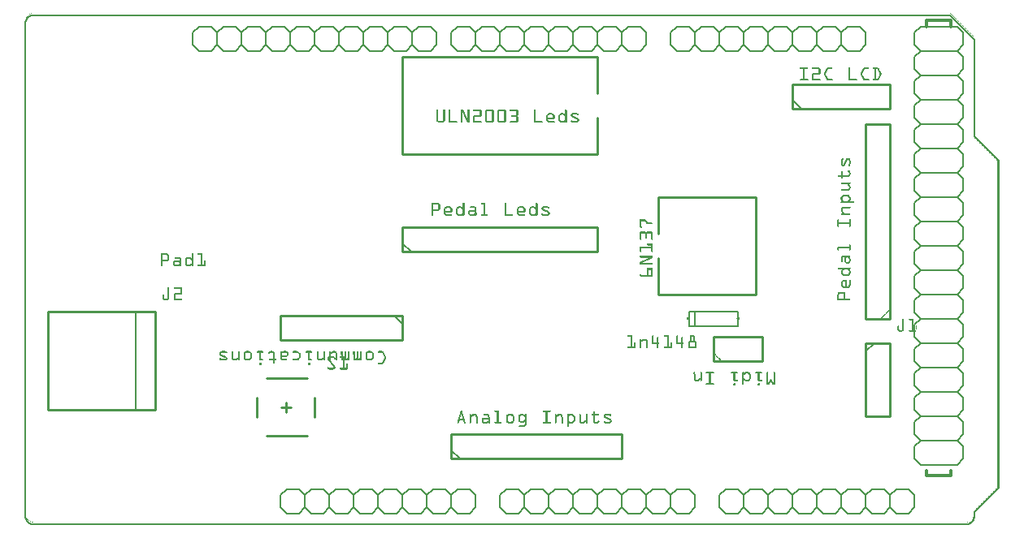
<source format=gto>
G04 MADE WITH FRITZING*
G04 WWW.FRITZING.ORG*
G04 DOUBLE SIDED*
G04 HOLES PLATED*
G04 CONTOUR ON CENTER OF CONTOUR VECTOR*
%ASAXBY*%
%FSLAX23Y23*%
%MOIN*%
%OFA0B0*%
%SFA1.0B1.0*%
%ADD10C,0.010000*%
%ADD11C,0.005000*%
%ADD12C,0.008000*%
%ADD13C,0.012000*%
%ADD14C,0.006000*%
%ADD15R,0.001000X0.001000*%
%LNSILK1*%
G90*
G70*
G54D10*
X2603Y947D02*
X3003Y947D01*
D02*
X3003Y947D02*
X3003Y1347D01*
D02*
X3003Y1347D02*
X2603Y1347D01*
D02*
X2603Y947D02*
X2603Y1097D01*
D02*
X2603Y1197D02*
X2603Y1347D01*
D02*
X3453Y747D02*
X3453Y447D01*
D02*
X3453Y447D02*
X3553Y447D01*
D02*
X3553Y447D02*
X3553Y747D01*
D02*
X3553Y747D02*
X3453Y747D01*
G54D11*
D02*
X3453Y712D02*
X3488Y747D01*
G54D10*
D02*
X98Y876D02*
X98Y472D01*
D02*
X98Y472D02*
X538Y472D01*
D02*
X538Y472D02*
X538Y876D01*
D02*
X538Y876D02*
X98Y876D01*
G54D11*
D02*
X458Y472D02*
X458Y876D01*
G54D10*
D02*
X1553Y860D02*
X1053Y860D01*
D02*
X1053Y860D02*
X1053Y760D01*
D02*
X1053Y760D02*
X1553Y760D01*
D02*
X1553Y760D02*
X1553Y860D01*
G54D11*
D02*
X1518Y860D02*
X1553Y825D01*
G54D12*
D02*
X2928Y817D02*
X2728Y817D01*
D02*
X2728Y817D02*
X2728Y847D01*
D02*
X2728Y847D02*
X2728Y877D01*
D02*
X2728Y877D02*
X2928Y877D01*
D02*
X2928Y877D02*
X2928Y847D01*
D02*
X2928Y847D02*
X2928Y817D01*
D02*
X2753Y822D02*
X2753Y872D01*
G54D10*
D02*
X2828Y672D02*
X3028Y672D01*
D02*
X3028Y672D02*
X3028Y772D01*
D02*
X3028Y772D02*
X2828Y772D01*
D02*
X2828Y772D02*
X2828Y672D01*
D02*
X1194Y523D02*
X1194Y444D01*
D02*
X997Y602D02*
X1164Y602D01*
D02*
X997Y366D02*
X1164Y366D01*
D02*
X957Y523D02*
X957Y444D01*
D02*
X1075Y503D02*
X1075Y464D01*
D02*
X1095Y484D02*
X1056Y484D01*
D02*
X3553Y847D02*
X3553Y1647D01*
D02*
X3553Y1647D02*
X3453Y1647D01*
D02*
X3453Y1647D02*
X3453Y847D01*
D02*
X3453Y847D02*
X3553Y847D01*
G54D13*
D02*
X3703Y222D02*
X3703Y202D01*
D02*
X3703Y202D02*
X3803Y202D01*
D02*
X3803Y202D02*
X3803Y222D01*
D02*
X3703Y2047D02*
X3703Y2072D01*
D02*
X3703Y2072D02*
X3803Y2072D01*
D02*
X3803Y2072D02*
X3803Y2047D01*
G54D14*
D02*
X3478Y147D02*
X3528Y147D01*
D02*
X3528Y147D02*
X3553Y122D01*
D02*
X3553Y122D02*
X3553Y72D01*
D02*
X3553Y72D02*
X3528Y47D01*
D02*
X3353Y122D02*
X3378Y147D01*
D02*
X3378Y147D02*
X3428Y147D01*
D02*
X3428Y147D02*
X3453Y122D01*
D02*
X3453Y122D02*
X3453Y72D01*
D02*
X3453Y72D02*
X3428Y47D01*
D02*
X3428Y47D02*
X3378Y47D01*
D02*
X3378Y47D02*
X3353Y72D01*
D02*
X3478Y147D02*
X3453Y122D01*
D02*
X3453Y72D02*
X3478Y47D01*
D02*
X3528Y47D02*
X3478Y47D01*
D02*
X3178Y147D02*
X3228Y147D01*
D02*
X3228Y147D02*
X3253Y122D01*
D02*
X3253Y122D02*
X3253Y72D01*
D02*
X3253Y72D02*
X3228Y47D01*
D02*
X3253Y122D02*
X3278Y147D01*
D02*
X3278Y147D02*
X3328Y147D01*
D02*
X3328Y147D02*
X3353Y122D01*
D02*
X3353Y122D02*
X3353Y72D01*
D02*
X3353Y72D02*
X3328Y47D01*
D02*
X3328Y47D02*
X3278Y47D01*
D02*
X3278Y47D02*
X3253Y72D01*
D02*
X3053Y122D02*
X3078Y147D01*
D02*
X3078Y147D02*
X3128Y147D01*
D02*
X3128Y147D02*
X3153Y122D01*
D02*
X3153Y122D02*
X3153Y72D01*
D02*
X3153Y72D02*
X3128Y47D01*
D02*
X3128Y47D02*
X3078Y47D01*
D02*
X3078Y47D02*
X3053Y72D01*
D02*
X3178Y147D02*
X3153Y122D01*
D02*
X3153Y72D02*
X3178Y47D01*
D02*
X3228Y47D02*
X3178Y47D01*
D02*
X2878Y147D02*
X2928Y147D01*
D02*
X2928Y147D02*
X2953Y122D01*
D02*
X2953Y122D02*
X2953Y72D01*
D02*
X2953Y72D02*
X2928Y47D01*
D02*
X2953Y122D02*
X2978Y147D01*
D02*
X2978Y147D02*
X3028Y147D01*
D02*
X3028Y147D02*
X3053Y122D01*
D02*
X3053Y122D02*
X3053Y72D01*
D02*
X3053Y72D02*
X3028Y47D01*
D02*
X3028Y47D02*
X2978Y47D01*
D02*
X2978Y47D02*
X2953Y72D01*
D02*
X2853Y122D02*
X2853Y72D01*
D02*
X2878Y147D02*
X2853Y122D01*
D02*
X2853Y72D02*
X2878Y47D01*
D02*
X2928Y47D02*
X2878Y47D01*
D02*
X3578Y147D02*
X3628Y147D01*
D02*
X3628Y147D02*
X3653Y122D01*
D02*
X3653Y122D02*
X3653Y72D01*
D02*
X3653Y72D02*
X3628Y47D01*
D02*
X3578Y147D02*
X3553Y122D01*
D02*
X3553Y72D02*
X3578Y47D01*
D02*
X3628Y47D02*
X3578Y47D01*
D02*
X2578Y147D02*
X2628Y147D01*
D02*
X2628Y147D02*
X2653Y122D01*
D02*
X2653Y122D02*
X2653Y72D01*
D02*
X2653Y72D02*
X2628Y47D01*
D02*
X2453Y122D02*
X2478Y147D01*
D02*
X2478Y147D02*
X2528Y147D01*
D02*
X2528Y147D02*
X2553Y122D01*
D02*
X2553Y122D02*
X2553Y72D01*
D02*
X2553Y72D02*
X2528Y47D01*
D02*
X2528Y47D02*
X2478Y47D01*
D02*
X2478Y47D02*
X2453Y72D01*
D02*
X2578Y147D02*
X2553Y122D01*
D02*
X2553Y72D02*
X2578Y47D01*
D02*
X2628Y47D02*
X2578Y47D01*
D02*
X2278Y147D02*
X2328Y147D01*
D02*
X2328Y147D02*
X2353Y122D01*
D02*
X2353Y122D02*
X2353Y72D01*
D02*
X2353Y72D02*
X2328Y47D01*
D02*
X2353Y122D02*
X2378Y147D01*
D02*
X2378Y147D02*
X2428Y147D01*
D02*
X2428Y147D02*
X2453Y122D01*
D02*
X2453Y122D02*
X2453Y72D01*
D02*
X2453Y72D02*
X2428Y47D01*
D02*
X2428Y47D02*
X2378Y47D01*
D02*
X2378Y47D02*
X2353Y72D01*
D02*
X2153Y122D02*
X2178Y147D01*
D02*
X2178Y147D02*
X2228Y147D01*
D02*
X2228Y147D02*
X2253Y122D01*
D02*
X2253Y122D02*
X2253Y72D01*
D02*
X2253Y72D02*
X2228Y47D01*
D02*
X2228Y47D02*
X2178Y47D01*
D02*
X2178Y47D02*
X2153Y72D01*
D02*
X2278Y147D02*
X2253Y122D01*
D02*
X2253Y72D02*
X2278Y47D01*
D02*
X2328Y47D02*
X2278Y47D01*
D02*
X1978Y147D02*
X2028Y147D01*
D02*
X2028Y147D02*
X2053Y122D01*
D02*
X2053Y122D02*
X2053Y72D01*
D02*
X2053Y72D02*
X2028Y47D01*
D02*
X2053Y122D02*
X2078Y147D01*
D02*
X2078Y147D02*
X2128Y147D01*
D02*
X2128Y147D02*
X2153Y122D01*
D02*
X2153Y122D02*
X2153Y72D01*
D02*
X2153Y72D02*
X2128Y47D01*
D02*
X2128Y47D02*
X2078Y47D01*
D02*
X2078Y47D02*
X2053Y72D01*
D02*
X1953Y122D02*
X1953Y72D01*
D02*
X1978Y147D02*
X1953Y122D01*
D02*
X1953Y72D02*
X1978Y47D01*
D02*
X2028Y47D02*
X1978Y47D01*
D02*
X2678Y147D02*
X2728Y147D01*
D02*
X2728Y147D02*
X2753Y122D01*
D02*
X2753Y122D02*
X2753Y72D01*
D02*
X2753Y72D02*
X2728Y47D01*
D02*
X2678Y147D02*
X2653Y122D01*
D02*
X2653Y72D02*
X2678Y47D01*
D02*
X2728Y47D02*
X2678Y47D01*
D02*
X2828Y1947D02*
X2778Y1947D01*
D02*
X2778Y1947D02*
X2753Y1972D01*
D02*
X2753Y1972D02*
X2753Y2022D01*
D02*
X2753Y2022D02*
X2778Y2047D01*
D02*
X2953Y1972D02*
X2928Y1947D01*
D02*
X2928Y1947D02*
X2878Y1947D01*
D02*
X2878Y1947D02*
X2853Y1972D01*
D02*
X2853Y1972D02*
X2853Y2022D01*
D02*
X2853Y2022D02*
X2878Y2047D01*
D02*
X2878Y2047D02*
X2928Y2047D01*
D02*
X2928Y2047D02*
X2953Y2022D01*
D02*
X2828Y1947D02*
X2853Y1972D01*
D02*
X2853Y2022D02*
X2828Y2047D01*
D02*
X2778Y2047D02*
X2828Y2047D01*
D02*
X3128Y1947D02*
X3078Y1947D01*
D02*
X3078Y1947D02*
X3053Y1972D01*
D02*
X3053Y1972D02*
X3053Y2022D01*
D02*
X3053Y2022D02*
X3078Y2047D01*
D02*
X3053Y1972D02*
X3028Y1947D01*
D02*
X3028Y1947D02*
X2978Y1947D01*
D02*
X2978Y1947D02*
X2953Y1972D01*
D02*
X2953Y1972D02*
X2953Y2022D01*
D02*
X2953Y2022D02*
X2978Y2047D01*
D02*
X2978Y2047D02*
X3028Y2047D01*
D02*
X3028Y2047D02*
X3053Y2022D01*
D02*
X3253Y1972D02*
X3228Y1947D01*
D02*
X3228Y1947D02*
X3178Y1947D01*
D02*
X3178Y1947D02*
X3153Y1972D01*
D02*
X3153Y1972D02*
X3153Y2022D01*
D02*
X3153Y2022D02*
X3178Y2047D01*
D02*
X3178Y2047D02*
X3228Y2047D01*
D02*
X3228Y2047D02*
X3253Y2022D01*
D02*
X3128Y1947D02*
X3153Y1972D01*
D02*
X3153Y2022D02*
X3128Y2047D01*
D02*
X3078Y2047D02*
X3128Y2047D01*
D02*
X3428Y1947D02*
X3378Y1947D01*
D02*
X3378Y1947D02*
X3353Y1972D01*
D02*
X3353Y1972D02*
X3353Y2022D01*
D02*
X3353Y2022D02*
X3378Y2047D01*
D02*
X3353Y1972D02*
X3328Y1947D01*
D02*
X3328Y1947D02*
X3278Y1947D01*
D02*
X3278Y1947D02*
X3253Y1972D01*
D02*
X3253Y1972D02*
X3253Y2022D01*
D02*
X3253Y2022D02*
X3278Y2047D01*
D02*
X3278Y2047D02*
X3328Y2047D01*
D02*
X3328Y2047D02*
X3353Y2022D01*
D02*
X3453Y1972D02*
X3453Y2022D01*
D02*
X3428Y1947D02*
X3453Y1972D01*
D02*
X3453Y2022D02*
X3428Y2047D01*
D02*
X3378Y2047D02*
X3428Y2047D01*
D02*
X2728Y1947D02*
X2678Y1947D01*
D02*
X2678Y1947D02*
X2653Y1972D01*
D02*
X2653Y1972D02*
X2653Y2022D01*
D02*
X2653Y2022D02*
X2678Y2047D01*
D02*
X2728Y1947D02*
X2753Y1972D01*
D02*
X2753Y2022D02*
X2728Y2047D01*
D02*
X2678Y2047D02*
X2728Y2047D01*
D02*
X1493Y2022D02*
X1518Y2047D01*
D02*
X1518Y2047D02*
X1568Y2047D01*
D02*
X1568Y2047D02*
X1593Y2022D01*
D02*
X1593Y2022D02*
X1593Y1972D01*
D02*
X1593Y1972D02*
X1568Y1947D01*
D02*
X1568Y1947D02*
X1518Y1947D01*
D02*
X1518Y1947D02*
X1493Y1972D01*
D02*
X1318Y2047D02*
X1368Y2047D01*
D02*
X1368Y2047D02*
X1393Y2022D01*
D02*
X1393Y2022D02*
X1393Y1972D01*
D02*
X1393Y1972D02*
X1368Y1947D01*
D02*
X1393Y2022D02*
X1418Y2047D01*
D02*
X1418Y2047D02*
X1468Y2047D01*
D02*
X1468Y2047D02*
X1493Y2022D01*
D02*
X1493Y2022D02*
X1493Y1972D01*
D02*
X1493Y1972D02*
X1468Y1947D01*
D02*
X1468Y1947D02*
X1418Y1947D01*
D02*
X1418Y1947D02*
X1393Y1972D01*
D02*
X1193Y2022D02*
X1218Y2047D01*
D02*
X1218Y2047D02*
X1268Y2047D01*
D02*
X1268Y2047D02*
X1293Y2022D01*
D02*
X1293Y2022D02*
X1293Y1972D01*
D02*
X1293Y1972D02*
X1268Y1947D01*
D02*
X1268Y1947D02*
X1218Y1947D01*
D02*
X1218Y1947D02*
X1193Y1972D01*
D02*
X1318Y2047D02*
X1293Y2022D01*
D02*
X1293Y1972D02*
X1318Y1947D01*
D02*
X1368Y1947D02*
X1318Y1947D01*
D02*
X1018Y2047D02*
X1068Y2047D01*
D02*
X1068Y2047D02*
X1093Y2022D01*
D02*
X1093Y2022D02*
X1093Y1972D01*
D02*
X1093Y1972D02*
X1068Y1947D01*
D02*
X1093Y2022D02*
X1118Y2047D01*
D02*
X1118Y2047D02*
X1168Y2047D01*
D02*
X1168Y2047D02*
X1193Y2022D01*
D02*
X1193Y2022D02*
X1193Y1972D01*
D02*
X1193Y1972D02*
X1168Y1947D01*
D02*
X1168Y1947D02*
X1118Y1947D01*
D02*
X1118Y1947D02*
X1093Y1972D01*
D02*
X893Y2022D02*
X918Y2047D01*
D02*
X918Y2047D02*
X968Y2047D01*
D02*
X968Y2047D02*
X993Y2022D01*
D02*
X993Y2022D02*
X993Y1972D01*
D02*
X993Y1972D02*
X968Y1947D01*
D02*
X968Y1947D02*
X918Y1947D01*
D02*
X918Y1947D02*
X893Y1972D01*
D02*
X1018Y2047D02*
X993Y2022D01*
D02*
X993Y1972D02*
X1018Y1947D01*
D02*
X1068Y1947D02*
X1018Y1947D01*
D02*
X718Y2047D02*
X768Y2047D01*
D02*
X768Y2047D02*
X793Y2022D01*
D02*
X793Y2022D02*
X793Y1972D01*
D02*
X793Y1972D02*
X768Y1947D01*
D02*
X793Y2022D02*
X818Y2047D01*
D02*
X818Y2047D02*
X868Y2047D01*
D02*
X868Y2047D02*
X893Y2022D01*
D02*
X893Y2022D02*
X893Y1972D01*
D02*
X893Y1972D02*
X868Y1947D01*
D02*
X868Y1947D02*
X818Y1947D01*
D02*
X818Y1947D02*
X793Y1972D01*
D02*
X693Y2022D02*
X693Y1972D01*
D02*
X718Y2047D02*
X693Y2022D01*
D02*
X693Y1972D02*
X718Y1947D01*
D02*
X768Y1947D02*
X718Y1947D01*
D02*
X1618Y2047D02*
X1668Y2047D01*
D02*
X1668Y2047D02*
X1693Y2022D01*
D02*
X1693Y2022D02*
X1693Y1972D01*
D02*
X1693Y1972D02*
X1668Y1947D01*
D02*
X1618Y2047D02*
X1593Y2022D01*
D02*
X1593Y1972D02*
X1618Y1947D01*
D02*
X1668Y1947D02*
X1618Y1947D01*
D02*
X1678Y147D02*
X1728Y147D01*
D02*
X1728Y147D02*
X1753Y122D01*
D02*
X1753Y122D02*
X1753Y72D01*
D02*
X1753Y72D02*
X1728Y47D01*
D02*
X1553Y122D02*
X1578Y147D01*
D02*
X1578Y147D02*
X1628Y147D01*
D02*
X1628Y147D02*
X1653Y122D01*
D02*
X1653Y122D02*
X1653Y72D01*
D02*
X1653Y72D02*
X1628Y47D01*
D02*
X1628Y47D02*
X1578Y47D01*
D02*
X1578Y47D02*
X1553Y72D01*
D02*
X1678Y147D02*
X1653Y122D01*
D02*
X1653Y72D02*
X1678Y47D01*
D02*
X1728Y47D02*
X1678Y47D01*
D02*
X1378Y147D02*
X1428Y147D01*
D02*
X1428Y147D02*
X1453Y122D01*
D02*
X1453Y122D02*
X1453Y72D01*
D02*
X1453Y72D02*
X1428Y47D01*
D02*
X1453Y122D02*
X1478Y147D01*
D02*
X1478Y147D02*
X1528Y147D01*
D02*
X1528Y147D02*
X1553Y122D01*
D02*
X1553Y122D02*
X1553Y72D01*
D02*
X1553Y72D02*
X1528Y47D01*
D02*
X1528Y47D02*
X1478Y47D01*
D02*
X1478Y47D02*
X1453Y72D01*
D02*
X1253Y122D02*
X1278Y147D01*
D02*
X1278Y147D02*
X1328Y147D01*
D02*
X1328Y147D02*
X1353Y122D01*
D02*
X1353Y122D02*
X1353Y72D01*
D02*
X1353Y72D02*
X1328Y47D01*
D02*
X1328Y47D02*
X1278Y47D01*
D02*
X1278Y47D02*
X1253Y72D01*
D02*
X1378Y147D02*
X1353Y122D01*
D02*
X1353Y72D02*
X1378Y47D01*
D02*
X1428Y47D02*
X1378Y47D01*
D02*
X1078Y147D02*
X1128Y147D01*
D02*
X1128Y147D02*
X1153Y122D01*
D02*
X1153Y122D02*
X1153Y72D01*
D02*
X1153Y72D02*
X1128Y47D01*
D02*
X1153Y122D02*
X1178Y147D01*
D02*
X1178Y147D02*
X1228Y147D01*
D02*
X1228Y147D02*
X1253Y122D01*
D02*
X1253Y122D02*
X1253Y72D01*
D02*
X1253Y72D02*
X1228Y47D01*
D02*
X1228Y47D02*
X1178Y47D01*
D02*
X1178Y47D02*
X1153Y72D01*
D02*
X1053Y122D02*
X1053Y72D01*
D02*
X1078Y147D02*
X1053Y122D01*
D02*
X1053Y72D02*
X1078Y47D01*
D02*
X1128Y47D02*
X1078Y47D01*
D02*
X1778Y147D02*
X1828Y147D01*
D02*
X1828Y147D02*
X1853Y122D01*
D02*
X1853Y122D02*
X1853Y72D01*
D02*
X1853Y72D02*
X1828Y47D01*
D02*
X1778Y147D02*
X1753Y122D01*
D02*
X1753Y72D02*
X1778Y47D01*
D02*
X1828Y47D02*
X1778Y47D01*
D02*
X1928Y1947D02*
X1878Y1947D01*
D02*
X1878Y1947D02*
X1853Y1972D01*
D02*
X1853Y1972D02*
X1853Y2022D01*
D02*
X1853Y2022D02*
X1878Y2047D01*
D02*
X2053Y1972D02*
X2028Y1947D01*
D02*
X2028Y1947D02*
X1978Y1947D01*
D02*
X1978Y1947D02*
X1953Y1972D01*
D02*
X1953Y1972D02*
X1953Y2022D01*
D02*
X1953Y2022D02*
X1978Y2047D01*
D02*
X1978Y2047D02*
X2028Y2047D01*
D02*
X2028Y2047D02*
X2053Y2022D01*
D02*
X1928Y1947D02*
X1953Y1972D01*
D02*
X1953Y2022D02*
X1928Y2047D01*
D02*
X1878Y2047D02*
X1928Y2047D01*
D02*
X2228Y1947D02*
X2178Y1947D01*
D02*
X2178Y1947D02*
X2153Y1972D01*
D02*
X2153Y1972D02*
X2153Y2022D01*
D02*
X2153Y2022D02*
X2178Y2047D01*
D02*
X2153Y1972D02*
X2128Y1947D01*
D02*
X2128Y1947D02*
X2078Y1947D01*
D02*
X2078Y1947D02*
X2053Y1972D01*
D02*
X2053Y1972D02*
X2053Y2022D01*
D02*
X2053Y2022D02*
X2078Y2047D01*
D02*
X2078Y2047D02*
X2128Y2047D01*
D02*
X2128Y2047D02*
X2153Y2022D01*
D02*
X2353Y1972D02*
X2328Y1947D01*
D02*
X2328Y1947D02*
X2278Y1947D01*
D02*
X2278Y1947D02*
X2253Y1972D01*
D02*
X2253Y1972D02*
X2253Y2022D01*
D02*
X2253Y2022D02*
X2278Y2047D01*
D02*
X2278Y2047D02*
X2328Y2047D01*
D02*
X2328Y2047D02*
X2353Y2022D01*
D02*
X2228Y1947D02*
X2253Y1972D01*
D02*
X2253Y2022D02*
X2228Y2047D01*
D02*
X2178Y2047D02*
X2228Y2047D01*
D02*
X2528Y1947D02*
X2478Y1947D01*
D02*
X2478Y1947D02*
X2453Y1972D01*
D02*
X2453Y1972D02*
X2453Y2022D01*
D02*
X2453Y2022D02*
X2478Y2047D01*
D02*
X2453Y1972D02*
X2428Y1947D01*
D02*
X2428Y1947D02*
X2378Y1947D01*
D02*
X2378Y1947D02*
X2353Y1972D01*
D02*
X2353Y1972D02*
X2353Y2022D01*
D02*
X2353Y2022D02*
X2378Y2047D01*
D02*
X2378Y2047D02*
X2428Y2047D01*
D02*
X2428Y2047D02*
X2453Y2022D01*
D02*
X2553Y1972D02*
X2553Y2022D01*
D02*
X2528Y1947D02*
X2553Y1972D01*
D02*
X2553Y2022D02*
X2528Y2047D01*
D02*
X2478Y2047D02*
X2528Y2047D01*
D02*
X1828Y1947D02*
X1778Y1947D01*
D02*
X1778Y1947D02*
X1753Y1972D01*
D02*
X1753Y1972D02*
X1753Y2022D01*
D02*
X1753Y2022D02*
X1778Y2047D01*
D02*
X1828Y1947D02*
X1853Y1972D01*
D02*
X1853Y2022D02*
X1828Y2047D01*
D02*
X1778Y2047D02*
X1828Y2047D01*
D02*
X3678Y2047D02*
X3653Y2022D01*
D02*
X3653Y2022D02*
X3653Y1972D01*
D02*
X3653Y1972D02*
X3678Y1947D01*
D02*
X3678Y1947D02*
X3653Y1922D01*
D02*
X3653Y1922D02*
X3653Y1872D01*
D02*
X3653Y1872D02*
X3678Y1847D01*
D02*
X3678Y1847D02*
X3653Y1822D01*
D02*
X3653Y1822D02*
X3653Y1772D01*
D02*
X3653Y1772D02*
X3678Y1747D01*
D02*
X3678Y1747D02*
X3653Y1722D01*
D02*
X3653Y1722D02*
X3653Y1672D01*
D02*
X3653Y1672D02*
X3678Y1647D01*
D02*
X3678Y1647D02*
X3653Y1622D01*
D02*
X3653Y1622D02*
X3653Y1572D01*
D02*
X3653Y1572D02*
X3678Y1547D01*
D02*
X3678Y1547D02*
X3653Y1522D01*
D02*
X3653Y1522D02*
X3653Y1472D01*
D02*
X3653Y1472D02*
X3678Y1447D01*
D02*
X3678Y2047D02*
X3828Y2047D01*
D02*
X3828Y2047D02*
X3853Y2022D01*
D02*
X3853Y2022D02*
X3853Y1972D01*
D02*
X3853Y1972D02*
X3828Y1947D01*
D02*
X3828Y1947D02*
X3853Y1922D01*
D02*
X3853Y1922D02*
X3853Y1872D01*
D02*
X3853Y1872D02*
X3828Y1847D01*
D02*
X3828Y1847D02*
X3853Y1822D01*
D02*
X3853Y1822D02*
X3853Y1772D01*
D02*
X3853Y1772D02*
X3828Y1747D01*
D02*
X3828Y1747D02*
X3853Y1722D01*
D02*
X3853Y1722D02*
X3853Y1672D01*
D02*
X3853Y1672D02*
X3828Y1647D01*
D02*
X3828Y1647D02*
X3853Y1622D01*
D02*
X3853Y1622D02*
X3853Y1572D01*
D02*
X3853Y1572D02*
X3828Y1547D01*
D02*
X3828Y1547D02*
X3853Y1522D01*
D02*
X3853Y1522D02*
X3853Y1472D01*
D02*
X3853Y1472D02*
X3828Y1447D01*
D02*
X3828Y1447D02*
X3853Y1422D01*
D02*
X3853Y1422D02*
X3853Y1372D01*
D02*
X3853Y1372D02*
X3828Y1347D01*
D02*
X3828Y1347D02*
X3853Y1322D01*
D02*
X3853Y1322D02*
X3853Y1272D01*
D02*
X3853Y1272D02*
X3828Y1247D01*
D02*
X3828Y1247D02*
X3853Y1222D01*
D02*
X3853Y1222D02*
X3853Y1172D01*
D02*
X3853Y1172D02*
X3828Y1147D01*
D02*
X3828Y1147D02*
X3853Y1122D01*
D02*
X3853Y1122D02*
X3853Y1072D01*
D02*
X3853Y1072D02*
X3828Y1047D01*
D02*
X3828Y1047D02*
X3853Y1022D01*
D02*
X3853Y1022D02*
X3853Y972D01*
D02*
X3853Y972D02*
X3828Y947D01*
D02*
X3828Y947D02*
X3853Y922D01*
D02*
X3853Y922D02*
X3853Y872D01*
D02*
X3828Y847D02*
X3853Y872D01*
D02*
X3828Y847D02*
X3853Y822D01*
D02*
X3853Y772D02*
X3853Y822D01*
D02*
X3853Y772D02*
X3828Y747D01*
D02*
X3828Y747D02*
X3853Y722D01*
D02*
X3853Y672D02*
X3853Y722D01*
D02*
X3853Y672D02*
X3828Y647D01*
D02*
X3828Y647D02*
X3853Y622D01*
D02*
X3853Y572D02*
X3853Y622D01*
D02*
X3853Y572D02*
X3828Y547D01*
D02*
X3828Y547D02*
X3853Y522D01*
D02*
X3853Y472D02*
X3853Y522D01*
D02*
X3853Y472D02*
X3828Y447D01*
D02*
X3828Y447D02*
X3853Y422D01*
D02*
X3853Y372D02*
X3853Y422D01*
D02*
X3853Y372D02*
X3828Y347D01*
D02*
X3828Y347D02*
X3853Y322D01*
D02*
X3853Y272D02*
X3853Y322D01*
D02*
X3853Y272D02*
X3828Y247D01*
D02*
X3678Y247D02*
X3653Y272D01*
D02*
X3653Y272D02*
X3653Y322D01*
D02*
X3678Y347D02*
X3653Y322D01*
D02*
X3678Y347D02*
X3653Y372D01*
D02*
X3653Y372D02*
X3653Y422D01*
D02*
X3678Y447D02*
X3653Y422D01*
D02*
X3678Y447D02*
X3653Y472D01*
D02*
X3653Y522D02*
X3653Y472D01*
D02*
X3653Y522D02*
X3678Y547D01*
D02*
X3678Y547D02*
X3653Y572D01*
D02*
X3653Y622D02*
X3653Y572D01*
D02*
X3653Y622D02*
X3678Y647D01*
D02*
X3678Y647D02*
X3653Y672D01*
D02*
X3653Y672D02*
X3653Y722D01*
D02*
X3678Y747D02*
X3653Y722D01*
D02*
X3678Y747D02*
X3653Y772D01*
D02*
X3653Y772D02*
X3653Y822D01*
D02*
X3678Y847D02*
X3653Y822D01*
D02*
X3678Y847D02*
X3653Y872D01*
D02*
X3653Y872D02*
X3653Y922D01*
D02*
X3678Y947D02*
X3653Y922D01*
D02*
X3678Y947D02*
X3653Y972D01*
D02*
X3653Y972D02*
X3653Y1022D01*
D02*
X3678Y1047D02*
X3653Y1022D01*
D02*
X3678Y1047D02*
X3653Y1072D01*
D02*
X3653Y1072D02*
X3653Y1122D01*
D02*
X3678Y1147D02*
X3653Y1122D01*
D02*
X3678Y1147D02*
X3653Y1172D01*
D02*
X3653Y1172D02*
X3653Y1222D01*
D02*
X3678Y1247D02*
X3653Y1222D01*
D02*
X3678Y1247D02*
X3653Y1272D01*
D02*
X3653Y1272D02*
X3653Y1322D01*
D02*
X3678Y1347D02*
X3653Y1322D01*
D02*
X3678Y1347D02*
X3653Y1372D01*
D02*
X3653Y1372D02*
X3653Y1422D01*
D02*
X3678Y1447D02*
X3653Y1422D01*
D02*
X3828Y1947D02*
X3678Y1947D01*
D02*
X3828Y1847D02*
X3678Y1847D01*
D02*
X3828Y1747D02*
X3678Y1747D01*
D02*
X3828Y1647D02*
X3678Y1647D01*
D02*
X3828Y1547D02*
X3678Y1547D01*
D02*
X3828Y1447D02*
X3678Y1447D01*
D02*
X3828Y1347D02*
X3678Y1347D01*
D02*
X3828Y1247D02*
X3678Y1247D01*
D02*
X3828Y1147D02*
X3678Y1147D01*
D02*
X3828Y1047D02*
X3678Y1047D01*
D02*
X3828Y947D02*
X3678Y947D01*
D02*
X3828Y847D02*
X3678Y847D01*
D02*
X3828Y747D02*
X3678Y747D01*
D02*
X3828Y647D02*
X3678Y647D01*
D02*
X3828Y547D02*
X3678Y547D01*
D02*
X3828Y447D02*
X3678Y447D01*
D02*
X3828Y347D02*
X3678Y347D01*
D02*
X3828Y247D02*
X3678Y247D01*
G54D10*
D02*
X3153Y1710D02*
X3553Y1710D01*
D02*
X3553Y1710D02*
X3553Y1810D01*
D02*
X3553Y1810D02*
X3153Y1810D01*
D02*
X3153Y1810D02*
X3153Y1710D01*
G54D11*
D02*
X3188Y1710D02*
X3153Y1745D01*
G54D10*
D02*
X2353Y1922D02*
X1553Y1922D01*
D02*
X1553Y1922D02*
X1553Y1522D01*
D02*
X1553Y1522D02*
X2353Y1522D01*
D02*
X2353Y1922D02*
X2353Y1772D01*
D02*
X2353Y1672D02*
X2353Y1522D01*
D02*
X1553Y1122D02*
X2353Y1122D01*
D02*
X2353Y1122D02*
X2353Y1222D01*
D02*
X2353Y1222D02*
X1553Y1222D01*
D02*
X1553Y1222D02*
X1553Y1122D01*
G54D11*
D02*
X1588Y1122D02*
X1553Y1157D01*
G54D10*
D02*
X1753Y272D02*
X2453Y272D01*
D02*
X2453Y272D02*
X2453Y372D01*
D02*
X2453Y372D02*
X1753Y372D01*
D02*
X1753Y372D02*
X1753Y272D01*
G54D11*
D02*
X1788Y272D02*
X1753Y307D01*
G54D15*
X34Y2102D02*
X3800Y2102D01*
X31Y2101D02*
X33Y2101D01*
X3800Y2101D02*
X3801Y2101D01*
X28Y2100D02*
X30Y2100D01*
X3801Y2100D02*
X3802Y2100D01*
X26Y2099D02*
X27Y2099D01*
X3802Y2099D02*
X3803Y2099D01*
X24Y2098D02*
X25Y2098D01*
X3803Y2098D02*
X3804Y2098D01*
X23Y2097D02*
X24Y2097D01*
X33Y2097D02*
X3800Y2097D01*
X3804Y2097D02*
X3805Y2097D01*
X21Y2096D02*
X22Y2096D01*
X30Y2096D02*
X3801Y2096D01*
X3805Y2096D02*
X3806Y2096D01*
X20Y2095D02*
X21Y2095D01*
X27Y2095D02*
X3802Y2095D01*
X3806Y2095D02*
X3807Y2095D01*
X19Y2094D02*
X19Y2094D01*
X25Y2094D02*
X3803Y2094D01*
X3807Y2094D02*
X3808Y2094D01*
X18Y2093D02*
X18Y2093D01*
X23Y2093D02*
X3804Y2093D01*
X3808Y2093D02*
X3809Y2093D01*
X17Y2092D02*
X17Y2092D01*
X21Y2092D02*
X3805Y2092D01*
X3809Y2092D02*
X3810Y2092D01*
X16Y2091D02*
X16Y2091D01*
X20Y2091D02*
X3806Y2091D01*
X3810Y2091D02*
X3811Y2091D01*
X15Y2090D02*
X15Y2090D01*
X18Y2090D02*
X3807Y2090D01*
X3811Y2090D02*
X3812Y2090D01*
X14Y2089D02*
X15Y2089D01*
X17Y2089D02*
X33Y2089D01*
X3798Y2089D02*
X3808Y2089D01*
X3812Y2089D02*
X3813Y2089D01*
X14Y2088D02*
X14Y2088D01*
X16Y2088D02*
X30Y2088D01*
X3799Y2088D02*
X3809Y2088D01*
X3813Y2088D02*
X3814Y2088D01*
X13Y2087D02*
X13Y2087D01*
X15Y2087D02*
X27Y2087D01*
X3800Y2087D02*
X3810Y2087D01*
X3814Y2087D02*
X3815Y2087D01*
X12Y2086D02*
X12Y2086D01*
X14Y2086D02*
X25Y2086D01*
X3801Y2086D02*
X3811Y2086D01*
X3815Y2086D02*
X3816Y2086D01*
X12Y2085D02*
X24Y2085D01*
X3802Y2085D02*
X3812Y2085D01*
X3816Y2085D02*
X3817Y2085D01*
X11Y2084D02*
X22Y2084D01*
X3803Y2084D02*
X3813Y2084D01*
X3817Y2084D02*
X3818Y2084D01*
X11Y2083D02*
X21Y2083D01*
X3804Y2083D02*
X3814Y2083D01*
X3819Y2083D02*
X3819Y2083D01*
X10Y2082D02*
X20Y2082D01*
X3805Y2082D02*
X3815Y2082D01*
X3820Y2082D02*
X3820Y2082D01*
X10Y2081D02*
X19Y2081D01*
X3806Y2081D02*
X3816Y2081D01*
X3821Y2081D02*
X3821Y2081D01*
X9Y2080D02*
X18Y2080D01*
X3807Y2080D02*
X3817Y2080D01*
X3822Y2080D02*
X3822Y2080D01*
X8Y2079D02*
X17Y2079D01*
X3808Y2079D02*
X3818Y2079D01*
X3823Y2079D02*
X3823Y2079D01*
X8Y2078D02*
X16Y2078D01*
X3809Y2078D02*
X3819Y2078D01*
X3824Y2078D02*
X3824Y2078D01*
X7Y2077D02*
X16Y2077D01*
X3810Y2077D02*
X3820Y2077D01*
X3825Y2077D02*
X3825Y2077D01*
X7Y2076D02*
X15Y2076D01*
X3811Y2076D02*
X3821Y2076D01*
X3826Y2076D02*
X3826Y2076D01*
X6Y2075D02*
X14Y2075D01*
X3812Y2075D02*
X3822Y2075D01*
X3827Y2075D02*
X3827Y2075D01*
X6Y2074D02*
X14Y2074D01*
X3813Y2074D02*
X3823Y2074D01*
X3828Y2074D02*
X3828Y2074D01*
X5Y2073D02*
X13Y2073D01*
X3814Y2073D02*
X3824Y2073D01*
X3829Y2073D02*
X3829Y2073D01*
X5Y2072D02*
X13Y2072D01*
X3815Y2072D02*
X3825Y2072D01*
X3830Y2072D02*
X3830Y2072D01*
X5Y2071D02*
X12Y2071D01*
X3816Y2071D02*
X3826Y2071D01*
X3831Y2071D02*
X3831Y2071D01*
X4Y2070D02*
X12Y2070D01*
X3817Y2070D02*
X3827Y2070D01*
X3832Y2070D02*
X3832Y2070D01*
X4Y2069D02*
X11Y2069D01*
X3818Y2069D02*
X3828Y2069D01*
X3833Y2069D02*
X3833Y2069D01*
X4Y2068D02*
X11Y2068D01*
X3819Y2068D02*
X3829Y2068D01*
X3834Y2068D02*
X3834Y2068D01*
X4Y2067D02*
X11Y2067D01*
X3820Y2067D02*
X3830Y2067D01*
X3835Y2067D02*
X3835Y2067D01*
X3Y2066D02*
X10Y2066D01*
X3821Y2066D02*
X3831Y2066D01*
X3836Y2066D02*
X3836Y2066D01*
X3Y2065D02*
X10Y2065D01*
X3822Y2065D02*
X3832Y2065D01*
X3837Y2065D02*
X3837Y2065D01*
X3Y2064D02*
X10Y2064D01*
X3823Y2064D02*
X3833Y2064D01*
X3838Y2064D02*
X3838Y2064D01*
X3Y2063D02*
X10Y2063D01*
X3824Y2063D02*
X3834Y2063D01*
X3839Y2063D02*
X3839Y2063D01*
X3Y2062D02*
X10Y2062D01*
X3825Y2062D02*
X3835Y2062D01*
X3840Y2062D02*
X3840Y2062D01*
X3Y2061D02*
X10Y2061D01*
X3826Y2061D02*
X3836Y2061D01*
X3841Y2061D02*
X3841Y2061D01*
X3Y2060D02*
X10Y2060D01*
X3827Y2060D02*
X3837Y2060D01*
X3842Y2060D02*
X3842Y2060D01*
X3Y2059D02*
X10Y2059D01*
X3828Y2059D02*
X3838Y2059D01*
X3843Y2059D02*
X3843Y2059D01*
X3Y2058D02*
X10Y2058D01*
X3829Y2058D02*
X3839Y2058D01*
X3844Y2058D02*
X3844Y2058D01*
X3Y2057D02*
X10Y2057D01*
X3830Y2057D02*
X3840Y2057D01*
X3845Y2057D02*
X3845Y2057D01*
X3Y2056D02*
X10Y2056D01*
X3831Y2056D02*
X3841Y2056D01*
X3846Y2056D02*
X3846Y2056D01*
X3Y2055D02*
X10Y2055D01*
X3832Y2055D02*
X3842Y2055D01*
X3847Y2055D02*
X3847Y2055D01*
X3Y2054D02*
X10Y2054D01*
X3833Y2054D02*
X3843Y2054D01*
X3848Y2054D02*
X3848Y2054D01*
X3Y2053D02*
X10Y2053D01*
X3834Y2053D02*
X3844Y2053D01*
X3849Y2053D02*
X3849Y2053D01*
X3Y2052D02*
X10Y2052D01*
X3835Y2052D02*
X3845Y2052D01*
X3850Y2052D02*
X3850Y2052D01*
X3Y2051D02*
X10Y2051D01*
X3836Y2051D02*
X3846Y2051D01*
X3851Y2051D02*
X3851Y2051D01*
X3Y2050D02*
X10Y2050D01*
X3837Y2050D02*
X3847Y2050D01*
X3852Y2050D02*
X3852Y2050D01*
X3Y2049D02*
X10Y2049D01*
X3838Y2049D02*
X3848Y2049D01*
X3853Y2049D02*
X3853Y2049D01*
X3Y2048D02*
X10Y2048D01*
X3839Y2048D02*
X3849Y2048D01*
X3854Y2048D02*
X3854Y2048D01*
X3Y2047D02*
X10Y2047D01*
X3840Y2047D02*
X3850Y2047D01*
X3855Y2047D02*
X3855Y2047D01*
X3Y2046D02*
X10Y2046D01*
X3841Y2046D02*
X3851Y2046D01*
X3856Y2046D02*
X3856Y2046D01*
X3Y2045D02*
X10Y2045D01*
X3842Y2045D02*
X3852Y2045D01*
X3857Y2045D02*
X3857Y2045D01*
X3Y2044D02*
X10Y2044D01*
X3843Y2044D02*
X3853Y2044D01*
X3858Y2044D02*
X3858Y2044D01*
X3Y2043D02*
X10Y2043D01*
X3844Y2043D02*
X3854Y2043D01*
X3859Y2043D02*
X3859Y2043D01*
X3Y2042D02*
X10Y2042D01*
X3845Y2042D02*
X3855Y2042D01*
X3860Y2042D02*
X3860Y2042D01*
X3Y2041D02*
X10Y2041D01*
X3846Y2041D02*
X3856Y2041D01*
X3861Y2041D02*
X3861Y2041D01*
X3Y2040D02*
X10Y2040D01*
X3847Y2040D02*
X3857Y2040D01*
X3862Y2040D02*
X3862Y2040D01*
X3Y2039D02*
X10Y2039D01*
X3848Y2039D02*
X3858Y2039D01*
X3863Y2039D02*
X3863Y2039D01*
X3Y2038D02*
X10Y2038D01*
X3849Y2038D02*
X3859Y2038D01*
X3864Y2038D02*
X3864Y2038D01*
X3Y2037D02*
X10Y2037D01*
X3850Y2037D02*
X3860Y2037D01*
X3865Y2037D02*
X3865Y2037D01*
X3Y2036D02*
X10Y2036D01*
X3851Y2036D02*
X3861Y2036D01*
X3866Y2036D02*
X3866Y2036D01*
X3Y2035D02*
X10Y2035D01*
X3852Y2035D02*
X3862Y2035D01*
X3867Y2035D02*
X3867Y2035D01*
X3Y2034D02*
X10Y2034D01*
X3853Y2034D02*
X3863Y2034D01*
X3868Y2034D02*
X3868Y2034D01*
X3Y2033D02*
X10Y2033D01*
X3854Y2033D02*
X3864Y2033D01*
X3869Y2033D02*
X3869Y2033D01*
X3Y2032D02*
X10Y2032D01*
X3855Y2032D02*
X3865Y2032D01*
X3870Y2032D02*
X3870Y2032D01*
X3Y2031D02*
X10Y2031D01*
X3856Y2031D02*
X3866Y2031D01*
X3871Y2031D02*
X3871Y2031D01*
X3Y2030D02*
X10Y2030D01*
X3857Y2030D02*
X3867Y2030D01*
X3872Y2030D02*
X3872Y2030D01*
X3Y2029D02*
X10Y2029D01*
X3858Y2029D02*
X3868Y2029D01*
X3873Y2029D02*
X3873Y2029D01*
X3Y2028D02*
X10Y2028D01*
X3859Y2028D02*
X3869Y2028D01*
X3874Y2028D02*
X3874Y2028D01*
X3Y2027D02*
X10Y2027D01*
X3860Y2027D02*
X3870Y2027D01*
X3875Y2027D02*
X3875Y2027D01*
X3Y2026D02*
X10Y2026D01*
X3861Y2026D02*
X3871Y2026D01*
X3876Y2026D02*
X3876Y2026D01*
X3Y2025D02*
X10Y2025D01*
X3862Y2025D02*
X3872Y2025D01*
X3877Y2025D02*
X3877Y2025D01*
X3Y2024D02*
X10Y2024D01*
X3863Y2024D02*
X3873Y2024D01*
X3878Y2024D02*
X3878Y2024D01*
X3Y2023D02*
X10Y2023D01*
X3864Y2023D02*
X3874Y2023D01*
X3879Y2023D02*
X3879Y2023D01*
X3Y2022D02*
X10Y2022D01*
X3865Y2022D02*
X3875Y2022D01*
X3880Y2022D02*
X3880Y2022D01*
X3Y2021D02*
X10Y2021D01*
X3866Y2021D02*
X3876Y2021D01*
X3881Y2021D02*
X3881Y2021D01*
X3Y2020D02*
X10Y2020D01*
X3867Y2020D02*
X3877Y2020D01*
X3882Y2020D02*
X3882Y2020D01*
X3Y2019D02*
X10Y2019D01*
X3868Y2019D02*
X3878Y2019D01*
X3883Y2019D02*
X3883Y2019D01*
X3Y2018D02*
X10Y2018D01*
X3869Y2018D02*
X3879Y2018D01*
X3884Y2018D02*
X3884Y2018D01*
X3Y2017D02*
X10Y2017D01*
X3870Y2017D02*
X3880Y2017D01*
X3885Y2017D02*
X3885Y2017D01*
X3Y2016D02*
X10Y2016D01*
X3871Y2016D02*
X3881Y2016D01*
X3886Y2016D02*
X3886Y2016D01*
X3Y2015D02*
X10Y2015D01*
X3872Y2015D02*
X3882Y2015D01*
X3887Y2015D02*
X3887Y2015D01*
X3Y2014D02*
X10Y2014D01*
X3873Y2014D02*
X3883Y2014D01*
X3888Y2014D02*
X3888Y2014D01*
X3Y2013D02*
X10Y2013D01*
X3874Y2013D02*
X3884Y2013D01*
X3889Y2013D02*
X3889Y2013D01*
X3Y2012D02*
X10Y2012D01*
X3875Y2012D02*
X3885Y2012D01*
X3890Y2012D02*
X3890Y2012D01*
X3Y2011D02*
X10Y2011D01*
X3876Y2011D02*
X3886Y2011D01*
X3891Y2011D02*
X3891Y2011D01*
X3Y2010D02*
X10Y2010D01*
X3877Y2010D02*
X3887Y2010D01*
X3892Y2010D02*
X3892Y2010D01*
X3Y2009D02*
X10Y2009D01*
X3878Y2009D02*
X3888Y2009D01*
X3893Y2009D02*
X3893Y2009D01*
X3Y2008D02*
X10Y2008D01*
X3879Y2008D02*
X3889Y2008D01*
X3894Y2008D02*
X3894Y2008D01*
X3Y2007D02*
X10Y2007D01*
X3880Y2007D02*
X3890Y2007D01*
X3895Y2007D02*
X3895Y2007D01*
X3Y2006D02*
X10Y2006D01*
X3881Y2006D02*
X3891Y2006D01*
X3896Y2006D02*
X3896Y2006D01*
X3Y2005D02*
X10Y2005D01*
X3882Y2005D02*
X3892Y2005D01*
X3897Y2005D02*
X3897Y2005D01*
X3Y2004D02*
X10Y2004D01*
X3883Y2004D02*
X3893Y2004D01*
X3898Y2004D02*
X3898Y2004D01*
X3Y2003D02*
X10Y2003D01*
X3884Y2003D02*
X3894Y2003D01*
X3899Y2003D02*
X3899Y2003D01*
X3Y2002D02*
X10Y2002D01*
X3885Y2002D02*
X3895Y2002D01*
X3899Y2002D02*
X3899Y2002D01*
X3Y2001D02*
X10Y2001D01*
X3886Y2001D02*
X3896Y2001D01*
X3899Y2001D02*
X3899Y2001D01*
X3Y2000D02*
X10Y2000D01*
X3887Y2000D02*
X3897Y2000D01*
X3899Y2000D02*
X3899Y2000D01*
X3Y1999D02*
X10Y1999D01*
X3888Y1999D02*
X3899Y1999D01*
X3Y1998D02*
X10Y1998D01*
X3889Y1998D02*
X3899Y1998D01*
X3Y1997D02*
X10Y1997D01*
X3890Y1997D02*
X3900Y1997D01*
X3Y1996D02*
X10Y1996D01*
X3891Y1996D02*
X3901Y1996D01*
X3Y1995D02*
X10Y1995D01*
X3892Y1995D02*
X3902Y1995D01*
X3Y1994D02*
X10Y1994D01*
X3893Y1994D02*
X3902Y1994D01*
X3Y1993D02*
X10Y1993D01*
X3894Y1993D02*
X3902Y1993D01*
X3Y1992D02*
X10Y1992D01*
X3895Y1992D02*
X3902Y1992D01*
X3Y1991D02*
X10Y1991D01*
X3895Y1991D02*
X3902Y1991D01*
X3Y1990D02*
X10Y1990D01*
X3895Y1990D02*
X3902Y1990D01*
X3Y1989D02*
X10Y1989D01*
X3895Y1989D02*
X3902Y1989D01*
X3Y1988D02*
X10Y1988D01*
X3895Y1988D02*
X3902Y1988D01*
X3Y1987D02*
X10Y1987D01*
X3895Y1987D02*
X3902Y1987D01*
X3Y1986D02*
X10Y1986D01*
X3895Y1986D02*
X3902Y1986D01*
X3Y1985D02*
X10Y1985D01*
X3895Y1985D02*
X3902Y1985D01*
X3Y1984D02*
X10Y1984D01*
X3895Y1984D02*
X3902Y1984D01*
X3Y1983D02*
X10Y1983D01*
X3895Y1983D02*
X3902Y1983D01*
X3Y1982D02*
X10Y1982D01*
X3895Y1982D02*
X3902Y1982D01*
X3Y1981D02*
X10Y1981D01*
X3895Y1981D02*
X3902Y1981D01*
X3Y1980D02*
X10Y1980D01*
X3895Y1980D02*
X3902Y1980D01*
X3Y1979D02*
X10Y1979D01*
X3895Y1979D02*
X3902Y1979D01*
X3Y1978D02*
X10Y1978D01*
X3895Y1978D02*
X3902Y1978D01*
X3Y1977D02*
X10Y1977D01*
X3895Y1977D02*
X3902Y1977D01*
X3Y1976D02*
X10Y1976D01*
X3895Y1976D02*
X3902Y1976D01*
X3Y1975D02*
X10Y1975D01*
X3895Y1975D02*
X3902Y1975D01*
X3Y1974D02*
X10Y1974D01*
X3895Y1974D02*
X3902Y1974D01*
X3Y1973D02*
X10Y1973D01*
X3895Y1973D02*
X3902Y1973D01*
X3Y1972D02*
X10Y1972D01*
X3895Y1972D02*
X3902Y1972D01*
X3Y1971D02*
X10Y1971D01*
X3895Y1971D02*
X3902Y1971D01*
X3Y1970D02*
X10Y1970D01*
X3895Y1970D02*
X3902Y1970D01*
X3Y1969D02*
X10Y1969D01*
X3895Y1969D02*
X3902Y1969D01*
X3Y1968D02*
X10Y1968D01*
X3895Y1968D02*
X3902Y1968D01*
X3Y1967D02*
X10Y1967D01*
X3895Y1967D02*
X3902Y1967D01*
X3Y1966D02*
X10Y1966D01*
X3895Y1966D02*
X3902Y1966D01*
X3Y1965D02*
X10Y1965D01*
X3895Y1965D02*
X3902Y1965D01*
X3Y1964D02*
X10Y1964D01*
X3895Y1964D02*
X3902Y1964D01*
X3Y1963D02*
X10Y1963D01*
X3895Y1963D02*
X3902Y1963D01*
X3Y1962D02*
X10Y1962D01*
X3895Y1962D02*
X3902Y1962D01*
X3Y1961D02*
X10Y1961D01*
X3895Y1961D02*
X3902Y1961D01*
X3Y1960D02*
X10Y1960D01*
X3895Y1960D02*
X3902Y1960D01*
X3Y1959D02*
X10Y1959D01*
X3895Y1959D02*
X3902Y1959D01*
X3Y1958D02*
X10Y1958D01*
X3895Y1958D02*
X3902Y1958D01*
X3Y1957D02*
X10Y1957D01*
X3895Y1957D02*
X3902Y1957D01*
X3Y1956D02*
X10Y1956D01*
X3895Y1956D02*
X3902Y1956D01*
X3Y1955D02*
X10Y1955D01*
X3895Y1955D02*
X3902Y1955D01*
X3Y1954D02*
X10Y1954D01*
X3895Y1954D02*
X3902Y1954D01*
X3Y1953D02*
X10Y1953D01*
X3895Y1953D02*
X3902Y1953D01*
X3Y1952D02*
X10Y1952D01*
X3895Y1952D02*
X3902Y1952D01*
X3Y1951D02*
X10Y1951D01*
X3895Y1951D02*
X3902Y1951D01*
X3Y1950D02*
X10Y1950D01*
X3895Y1950D02*
X3902Y1950D01*
X3Y1949D02*
X10Y1949D01*
X3895Y1949D02*
X3902Y1949D01*
X3Y1948D02*
X10Y1948D01*
X3895Y1948D02*
X3902Y1948D01*
X3Y1947D02*
X10Y1947D01*
X3895Y1947D02*
X3902Y1947D01*
X3Y1946D02*
X10Y1946D01*
X3895Y1946D02*
X3902Y1946D01*
X3Y1945D02*
X10Y1945D01*
X3895Y1945D02*
X3902Y1945D01*
X3Y1944D02*
X10Y1944D01*
X3895Y1944D02*
X3902Y1944D01*
X3Y1943D02*
X10Y1943D01*
X3895Y1943D02*
X3902Y1943D01*
X3Y1942D02*
X10Y1942D01*
X3895Y1942D02*
X3902Y1942D01*
X3Y1941D02*
X10Y1941D01*
X3895Y1941D02*
X3902Y1941D01*
X3Y1940D02*
X10Y1940D01*
X3895Y1940D02*
X3902Y1940D01*
X3Y1939D02*
X10Y1939D01*
X3895Y1939D02*
X3902Y1939D01*
X3Y1938D02*
X10Y1938D01*
X3895Y1938D02*
X3902Y1938D01*
X3Y1937D02*
X10Y1937D01*
X3895Y1937D02*
X3902Y1937D01*
X3Y1936D02*
X10Y1936D01*
X3895Y1936D02*
X3902Y1936D01*
X3Y1935D02*
X10Y1935D01*
X3895Y1935D02*
X3902Y1935D01*
X3Y1934D02*
X10Y1934D01*
X3895Y1934D02*
X3902Y1934D01*
X3Y1933D02*
X10Y1933D01*
X3895Y1933D02*
X3902Y1933D01*
X3Y1932D02*
X10Y1932D01*
X3895Y1932D02*
X3902Y1932D01*
X3Y1931D02*
X10Y1931D01*
X3895Y1931D02*
X3902Y1931D01*
X3Y1930D02*
X10Y1930D01*
X3895Y1930D02*
X3902Y1930D01*
X3Y1929D02*
X10Y1929D01*
X3895Y1929D02*
X3902Y1929D01*
X3Y1928D02*
X10Y1928D01*
X3895Y1928D02*
X3902Y1928D01*
X3Y1927D02*
X10Y1927D01*
X3895Y1927D02*
X3902Y1927D01*
X3Y1926D02*
X10Y1926D01*
X3895Y1926D02*
X3902Y1926D01*
X3Y1925D02*
X10Y1925D01*
X3895Y1925D02*
X3902Y1925D01*
X3Y1924D02*
X10Y1924D01*
X3895Y1924D02*
X3902Y1924D01*
X3Y1923D02*
X10Y1923D01*
X3895Y1923D02*
X3902Y1923D01*
X3Y1922D02*
X10Y1922D01*
X3895Y1922D02*
X3902Y1922D01*
X3Y1921D02*
X10Y1921D01*
X3895Y1921D02*
X3902Y1921D01*
X3Y1920D02*
X10Y1920D01*
X3895Y1920D02*
X3902Y1920D01*
X3Y1919D02*
X10Y1919D01*
X3895Y1919D02*
X3902Y1919D01*
X3Y1918D02*
X10Y1918D01*
X3895Y1918D02*
X3902Y1918D01*
X3Y1917D02*
X10Y1917D01*
X3895Y1917D02*
X3902Y1917D01*
X3Y1916D02*
X10Y1916D01*
X3895Y1916D02*
X3902Y1916D01*
X3Y1915D02*
X10Y1915D01*
X3895Y1915D02*
X3902Y1915D01*
X3Y1914D02*
X10Y1914D01*
X3895Y1914D02*
X3902Y1914D01*
X3Y1913D02*
X10Y1913D01*
X3895Y1913D02*
X3902Y1913D01*
X3Y1912D02*
X10Y1912D01*
X3895Y1912D02*
X3902Y1912D01*
X3Y1911D02*
X10Y1911D01*
X3895Y1911D02*
X3902Y1911D01*
X3Y1910D02*
X10Y1910D01*
X3895Y1910D02*
X3902Y1910D01*
X3Y1909D02*
X10Y1909D01*
X3895Y1909D02*
X3902Y1909D01*
X3Y1908D02*
X10Y1908D01*
X3895Y1908D02*
X3902Y1908D01*
X3Y1907D02*
X10Y1907D01*
X3895Y1907D02*
X3902Y1907D01*
X3Y1906D02*
X10Y1906D01*
X3895Y1906D02*
X3902Y1906D01*
X3Y1905D02*
X10Y1905D01*
X3895Y1905D02*
X3902Y1905D01*
X3Y1904D02*
X10Y1904D01*
X3895Y1904D02*
X3902Y1904D01*
X3Y1903D02*
X10Y1903D01*
X3895Y1903D02*
X3902Y1903D01*
X3Y1902D02*
X10Y1902D01*
X3895Y1902D02*
X3902Y1902D01*
X3Y1901D02*
X10Y1901D01*
X3895Y1901D02*
X3902Y1901D01*
X3Y1900D02*
X10Y1900D01*
X3895Y1900D02*
X3902Y1900D01*
X3Y1899D02*
X10Y1899D01*
X3895Y1899D02*
X3902Y1899D01*
X3Y1898D02*
X10Y1898D01*
X3895Y1898D02*
X3902Y1898D01*
X3Y1897D02*
X10Y1897D01*
X3895Y1897D02*
X3902Y1897D01*
X3Y1896D02*
X10Y1896D01*
X3895Y1896D02*
X3902Y1896D01*
X3Y1895D02*
X10Y1895D01*
X3895Y1895D02*
X3902Y1895D01*
X3Y1894D02*
X10Y1894D01*
X3895Y1894D02*
X3902Y1894D01*
X3Y1893D02*
X10Y1893D01*
X3895Y1893D02*
X3902Y1893D01*
X3Y1892D02*
X10Y1892D01*
X3895Y1892D02*
X3902Y1892D01*
X3Y1891D02*
X10Y1891D01*
X3895Y1891D02*
X3902Y1891D01*
X3Y1890D02*
X10Y1890D01*
X3895Y1890D02*
X3902Y1890D01*
X3Y1889D02*
X10Y1889D01*
X3895Y1889D02*
X3902Y1889D01*
X3Y1888D02*
X10Y1888D01*
X3895Y1888D02*
X3902Y1888D01*
X3Y1887D02*
X10Y1887D01*
X3895Y1887D02*
X3902Y1887D01*
X3Y1886D02*
X10Y1886D01*
X3895Y1886D02*
X3902Y1886D01*
X3Y1885D02*
X10Y1885D01*
X3895Y1885D02*
X3902Y1885D01*
X3Y1884D02*
X10Y1884D01*
X3895Y1884D02*
X3902Y1884D01*
X3Y1883D02*
X10Y1883D01*
X3895Y1883D02*
X3902Y1883D01*
X3Y1882D02*
X10Y1882D01*
X3895Y1882D02*
X3902Y1882D01*
X3Y1881D02*
X10Y1881D01*
X3895Y1881D02*
X3902Y1881D01*
X3Y1880D02*
X10Y1880D01*
X3895Y1880D02*
X3902Y1880D01*
X3Y1879D02*
X10Y1879D01*
X3895Y1879D02*
X3902Y1879D01*
X3Y1878D02*
X10Y1878D01*
X3184Y1878D02*
X3216Y1878D01*
X3234Y1878D02*
X3263Y1878D01*
X3297Y1878D02*
X3316Y1878D01*
X3384Y1878D02*
X3388Y1878D01*
X3447Y1878D02*
X3466Y1878D01*
X3484Y1878D02*
X3503Y1878D01*
X3895Y1878D02*
X3902Y1878D01*
X3Y1877D02*
X10Y1877D01*
X3184Y1877D02*
X3216Y1877D01*
X3234Y1877D02*
X3265Y1877D01*
X3295Y1877D02*
X3316Y1877D01*
X3384Y1877D02*
X3389Y1877D01*
X3445Y1877D02*
X3466Y1877D01*
X3484Y1877D02*
X3504Y1877D01*
X3895Y1877D02*
X3902Y1877D01*
X3Y1876D02*
X10Y1876D01*
X3183Y1876D02*
X3217Y1876D01*
X3233Y1876D02*
X3265Y1876D01*
X3294Y1876D02*
X3317Y1876D01*
X3383Y1876D02*
X3389Y1876D01*
X3444Y1876D02*
X3467Y1876D01*
X3483Y1876D02*
X3506Y1876D01*
X3895Y1876D02*
X3902Y1876D01*
X3Y1875D02*
X10Y1875D01*
X3183Y1875D02*
X3217Y1875D01*
X3233Y1875D02*
X3266Y1875D01*
X3293Y1875D02*
X3317Y1875D01*
X3383Y1875D02*
X3389Y1875D01*
X3443Y1875D02*
X3467Y1875D01*
X3483Y1875D02*
X3507Y1875D01*
X3895Y1875D02*
X3902Y1875D01*
X3Y1874D02*
X10Y1874D01*
X3184Y1874D02*
X3216Y1874D01*
X3234Y1874D02*
X3266Y1874D01*
X3292Y1874D02*
X3316Y1874D01*
X3383Y1874D02*
X3389Y1874D01*
X3442Y1874D02*
X3466Y1874D01*
X3484Y1874D02*
X3507Y1874D01*
X3895Y1874D02*
X3902Y1874D01*
X3Y1873D02*
X10Y1873D01*
X3184Y1873D02*
X3216Y1873D01*
X3234Y1873D02*
X3267Y1873D01*
X3292Y1873D02*
X3316Y1873D01*
X3383Y1873D02*
X3389Y1873D01*
X3442Y1873D02*
X3466Y1873D01*
X3484Y1873D02*
X3508Y1873D01*
X3895Y1873D02*
X3902Y1873D01*
X3Y1872D02*
X10Y1872D01*
X3187Y1872D02*
X3213Y1872D01*
X3237Y1872D02*
X3267Y1872D01*
X3291Y1872D02*
X3313Y1872D01*
X3383Y1872D02*
X3389Y1872D01*
X3441Y1872D02*
X3463Y1872D01*
X3487Y1872D02*
X3508Y1872D01*
X3895Y1872D02*
X3902Y1872D01*
X3Y1871D02*
X10Y1871D01*
X3197Y1871D02*
X3203Y1871D01*
X3261Y1871D02*
X3267Y1871D01*
X3291Y1871D02*
X3298Y1871D01*
X3383Y1871D02*
X3389Y1871D01*
X3441Y1871D02*
X3448Y1871D01*
X3490Y1871D02*
X3496Y1871D01*
X3502Y1871D02*
X3509Y1871D01*
X3895Y1871D02*
X3902Y1871D01*
X3Y1870D02*
X10Y1870D01*
X3197Y1870D02*
X3203Y1870D01*
X3261Y1870D02*
X3267Y1870D01*
X3290Y1870D02*
X3297Y1870D01*
X3383Y1870D02*
X3389Y1870D01*
X3440Y1870D02*
X3447Y1870D01*
X3490Y1870D02*
X3496Y1870D01*
X3503Y1870D02*
X3509Y1870D01*
X3895Y1870D02*
X3902Y1870D01*
X3Y1869D02*
X10Y1869D01*
X3197Y1869D02*
X3203Y1869D01*
X3261Y1869D02*
X3267Y1869D01*
X3290Y1869D02*
X3297Y1869D01*
X3383Y1869D02*
X3389Y1869D01*
X3440Y1869D02*
X3447Y1869D01*
X3490Y1869D02*
X3496Y1869D01*
X3503Y1869D02*
X3510Y1869D01*
X3895Y1869D02*
X3902Y1869D01*
X3Y1868D02*
X10Y1868D01*
X3197Y1868D02*
X3203Y1868D01*
X3261Y1868D02*
X3267Y1868D01*
X3289Y1868D02*
X3296Y1868D01*
X3383Y1868D02*
X3389Y1868D01*
X3439Y1868D02*
X3446Y1868D01*
X3490Y1868D02*
X3496Y1868D01*
X3504Y1868D02*
X3510Y1868D01*
X3895Y1868D02*
X3902Y1868D01*
X3Y1867D02*
X10Y1867D01*
X3197Y1867D02*
X3203Y1867D01*
X3261Y1867D02*
X3267Y1867D01*
X3289Y1867D02*
X3296Y1867D01*
X3383Y1867D02*
X3389Y1867D01*
X3439Y1867D02*
X3446Y1867D01*
X3490Y1867D02*
X3496Y1867D01*
X3504Y1867D02*
X3511Y1867D01*
X3895Y1867D02*
X3902Y1867D01*
X3Y1866D02*
X10Y1866D01*
X3197Y1866D02*
X3203Y1866D01*
X3261Y1866D02*
X3267Y1866D01*
X3288Y1866D02*
X3295Y1866D01*
X3383Y1866D02*
X3389Y1866D01*
X3438Y1866D02*
X3445Y1866D01*
X3490Y1866D02*
X3496Y1866D01*
X3505Y1866D02*
X3511Y1866D01*
X3895Y1866D02*
X3902Y1866D01*
X3Y1865D02*
X10Y1865D01*
X3197Y1865D02*
X3203Y1865D01*
X3261Y1865D02*
X3267Y1865D01*
X3288Y1865D02*
X3295Y1865D01*
X3383Y1865D02*
X3389Y1865D01*
X3438Y1865D02*
X3445Y1865D01*
X3490Y1865D02*
X3496Y1865D01*
X3505Y1865D02*
X3512Y1865D01*
X3895Y1865D02*
X3902Y1865D01*
X3Y1864D02*
X10Y1864D01*
X3197Y1864D02*
X3203Y1864D01*
X3261Y1864D02*
X3267Y1864D01*
X3287Y1864D02*
X3294Y1864D01*
X3383Y1864D02*
X3389Y1864D01*
X3437Y1864D02*
X3444Y1864D01*
X3490Y1864D02*
X3496Y1864D01*
X3506Y1864D02*
X3512Y1864D01*
X3895Y1864D02*
X3902Y1864D01*
X3Y1863D02*
X10Y1863D01*
X3197Y1863D02*
X3203Y1863D01*
X3261Y1863D02*
X3267Y1863D01*
X3287Y1863D02*
X3294Y1863D01*
X3383Y1863D02*
X3389Y1863D01*
X3437Y1863D02*
X3444Y1863D01*
X3490Y1863D02*
X3496Y1863D01*
X3506Y1863D02*
X3513Y1863D01*
X3895Y1863D02*
X3902Y1863D01*
X3Y1862D02*
X10Y1862D01*
X3197Y1862D02*
X3203Y1862D01*
X3261Y1862D02*
X3267Y1862D01*
X3286Y1862D02*
X3293Y1862D01*
X3383Y1862D02*
X3389Y1862D01*
X3436Y1862D02*
X3443Y1862D01*
X3490Y1862D02*
X3496Y1862D01*
X3507Y1862D02*
X3514Y1862D01*
X3895Y1862D02*
X3902Y1862D01*
X3Y1861D02*
X10Y1861D01*
X3197Y1861D02*
X3203Y1861D01*
X3261Y1861D02*
X3267Y1861D01*
X3286Y1861D02*
X3293Y1861D01*
X3383Y1861D02*
X3389Y1861D01*
X3436Y1861D02*
X3443Y1861D01*
X3490Y1861D02*
X3496Y1861D01*
X3507Y1861D02*
X3514Y1861D01*
X3895Y1861D02*
X3902Y1861D01*
X3Y1860D02*
X10Y1860D01*
X3197Y1860D02*
X3203Y1860D01*
X3261Y1860D02*
X3267Y1860D01*
X3285Y1860D02*
X3292Y1860D01*
X3383Y1860D02*
X3389Y1860D01*
X3435Y1860D02*
X3442Y1860D01*
X3490Y1860D02*
X3496Y1860D01*
X3508Y1860D02*
X3515Y1860D01*
X3895Y1860D02*
X3902Y1860D01*
X3Y1859D02*
X10Y1859D01*
X3197Y1859D02*
X3203Y1859D01*
X3261Y1859D02*
X3267Y1859D01*
X3285Y1859D02*
X3292Y1859D01*
X3383Y1859D02*
X3389Y1859D01*
X3435Y1859D02*
X3442Y1859D01*
X3490Y1859D02*
X3496Y1859D01*
X3508Y1859D02*
X3515Y1859D01*
X3895Y1859D02*
X3902Y1859D01*
X3Y1858D02*
X10Y1858D01*
X3197Y1858D02*
X3203Y1858D01*
X3261Y1858D02*
X3267Y1858D01*
X3284Y1858D02*
X3291Y1858D01*
X3383Y1858D02*
X3389Y1858D01*
X3434Y1858D02*
X3441Y1858D01*
X3490Y1858D02*
X3496Y1858D01*
X3509Y1858D02*
X3515Y1858D01*
X3895Y1858D02*
X3902Y1858D01*
X3Y1857D02*
X10Y1857D01*
X3197Y1857D02*
X3203Y1857D01*
X3261Y1857D02*
X3267Y1857D01*
X3284Y1857D02*
X3291Y1857D01*
X3383Y1857D02*
X3389Y1857D01*
X3434Y1857D02*
X3441Y1857D01*
X3490Y1857D02*
X3496Y1857D01*
X3509Y1857D02*
X3516Y1857D01*
X3895Y1857D02*
X3902Y1857D01*
X3Y1856D02*
X10Y1856D01*
X3197Y1856D02*
X3203Y1856D01*
X3261Y1856D02*
X3267Y1856D01*
X3284Y1856D02*
X3290Y1856D01*
X3383Y1856D02*
X3389Y1856D01*
X3434Y1856D02*
X3440Y1856D01*
X3490Y1856D02*
X3496Y1856D01*
X3510Y1856D02*
X3516Y1856D01*
X3895Y1856D02*
X3902Y1856D01*
X3Y1855D02*
X10Y1855D01*
X3197Y1855D02*
X3203Y1855D01*
X3238Y1855D02*
X3267Y1855D01*
X3284Y1855D02*
X3290Y1855D01*
X3383Y1855D02*
X3389Y1855D01*
X3433Y1855D02*
X3440Y1855D01*
X3490Y1855D02*
X3496Y1855D01*
X3510Y1855D02*
X3516Y1855D01*
X3895Y1855D02*
X3902Y1855D01*
X3Y1854D02*
X10Y1854D01*
X3197Y1854D02*
X3203Y1854D01*
X3236Y1854D02*
X3267Y1854D01*
X3283Y1854D02*
X3289Y1854D01*
X3383Y1854D02*
X3389Y1854D01*
X3433Y1854D02*
X3439Y1854D01*
X3490Y1854D02*
X3496Y1854D01*
X3510Y1854D02*
X3517Y1854D01*
X3895Y1854D02*
X3902Y1854D01*
X3Y1853D02*
X10Y1853D01*
X3197Y1853D02*
X3203Y1853D01*
X3235Y1853D02*
X3266Y1853D01*
X3283Y1853D02*
X3289Y1853D01*
X3383Y1853D02*
X3389Y1853D01*
X3433Y1853D02*
X3439Y1853D01*
X3490Y1853D02*
X3496Y1853D01*
X3511Y1853D02*
X3517Y1853D01*
X3895Y1853D02*
X3902Y1853D01*
X3Y1852D02*
X10Y1852D01*
X3197Y1852D02*
X3203Y1852D01*
X3234Y1852D02*
X3266Y1852D01*
X3283Y1852D02*
X3289Y1852D01*
X3383Y1852D02*
X3389Y1852D01*
X3433Y1852D02*
X3439Y1852D01*
X3490Y1852D02*
X3496Y1852D01*
X3511Y1852D02*
X3517Y1852D01*
X3895Y1852D02*
X3902Y1852D01*
X3Y1851D02*
X10Y1851D01*
X3197Y1851D02*
X3203Y1851D01*
X3234Y1851D02*
X3265Y1851D01*
X3283Y1851D02*
X3289Y1851D01*
X3383Y1851D02*
X3389Y1851D01*
X3433Y1851D02*
X3439Y1851D01*
X3490Y1851D02*
X3496Y1851D01*
X3511Y1851D02*
X3517Y1851D01*
X3895Y1851D02*
X3902Y1851D01*
X3Y1850D02*
X10Y1850D01*
X3197Y1850D02*
X3203Y1850D01*
X3233Y1850D02*
X3264Y1850D01*
X3283Y1850D02*
X3289Y1850D01*
X3383Y1850D02*
X3389Y1850D01*
X3433Y1850D02*
X3439Y1850D01*
X3490Y1850D02*
X3496Y1850D01*
X3510Y1850D02*
X3517Y1850D01*
X3895Y1850D02*
X3902Y1850D01*
X3Y1849D02*
X10Y1849D01*
X3197Y1849D02*
X3203Y1849D01*
X3233Y1849D02*
X3262Y1849D01*
X3283Y1849D02*
X3290Y1849D01*
X3383Y1849D02*
X3389Y1849D01*
X3433Y1849D02*
X3440Y1849D01*
X3490Y1849D02*
X3496Y1849D01*
X3510Y1849D02*
X3516Y1849D01*
X3895Y1849D02*
X3902Y1849D01*
X3Y1848D02*
X10Y1848D01*
X3197Y1848D02*
X3203Y1848D01*
X3233Y1848D02*
X3239Y1848D01*
X3284Y1848D02*
X3290Y1848D01*
X3383Y1848D02*
X3389Y1848D01*
X3434Y1848D02*
X3440Y1848D01*
X3490Y1848D02*
X3496Y1848D01*
X3510Y1848D02*
X3516Y1848D01*
X3895Y1848D02*
X3902Y1848D01*
X3Y1847D02*
X10Y1847D01*
X3197Y1847D02*
X3203Y1847D01*
X3233Y1847D02*
X3239Y1847D01*
X3284Y1847D02*
X3291Y1847D01*
X3383Y1847D02*
X3389Y1847D01*
X3434Y1847D02*
X3441Y1847D01*
X3490Y1847D02*
X3496Y1847D01*
X3509Y1847D02*
X3516Y1847D01*
X3895Y1847D02*
X3902Y1847D01*
X3Y1846D02*
X10Y1846D01*
X3197Y1846D02*
X3203Y1846D01*
X3233Y1846D02*
X3239Y1846D01*
X3284Y1846D02*
X3291Y1846D01*
X3383Y1846D02*
X3389Y1846D01*
X3434Y1846D02*
X3441Y1846D01*
X3490Y1846D02*
X3496Y1846D01*
X3509Y1846D02*
X3515Y1846D01*
X3895Y1846D02*
X3902Y1846D01*
X3Y1845D02*
X10Y1845D01*
X3197Y1845D02*
X3203Y1845D01*
X3233Y1845D02*
X3239Y1845D01*
X3285Y1845D02*
X3292Y1845D01*
X3383Y1845D02*
X3389Y1845D01*
X3435Y1845D02*
X3442Y1845D01*
X3490Y1845D02*
X3496Y1845D01*
X3508Y1845D02*
X3515Y1845D01*
X3895Y1845D02*
X3902Y1845D01*
X3Y1844D02*
X10Y1844D01*
X3197Y1844D02*
X3203Y1844D01*
X3233Y1844D02*
X3239Y1844D01*
X3285Y1844D02*
X3292Y1844D01*
X3383Y1844D02*
X3389Y1844D01*
X3435Y1844D02*
X3442Y1844D01*
X3490Y1844D02*
X3496Y1844D01*
X3508Y1844D02*
X3515Y1844D01*
X3895Y1844D02*
X3902Y1844D01*
X3Y1843D02*
X10Y1843D01*
X3197Y1843D02*
X3203Y1843D01*
X3233Y1843D02*
X3239Y1843D01*
X3286Y1843D02*
X3293Y1843D01*
X3383Y1843D02*
X3389Y1843D01*
X3436Y1843D02*
X3443Y1843D01*
X3490Y1843D02*
X3496Y1843D01*
X3507Y1843D02*
X3514Y1843D01*
X3895Y1843D02*
X3902Y1843D01*
X3Y1842D02*
X10Y1842D01*
X3197Y1842D02*
X3203Y1842D01*
X3233Y1842D02*
X3239Y1842D01*
X3286Y1842D02*
X3293Y1842D01*
X3383Y1842D02*
X3389Y1842D01*
X3436Y1842D02*
X3443Y1842D01*
X3490Y1842D02*
X3496Y1842D01*
X3507Y1842D02*
X3514Y1842D01*
X3895Y1842D02*
X3902Y1842D01*
X3Y1841D02*
X10Y1841D01*
X3197Y1841D02*
X3203Y1841D01*
X3233Y1841D02*
X3239Y1841D01*
X3287Y1841D02*
X3294Y1841D01*
X3383Y1841D02*
X3389Y1841D01*
X3437Y1841D02*
X3444Y1841D01*
X3490Y1841D02*
X3496Y1841D01*
X3506Y1841D02*
X3513Y1841D01*
X3895Y1841D02*
X3902Y1841D01*
X3Y1840D02*
X10Y1840D01*
X3197Y1840D02*
X3203Y1840D01*
X3233Y1840D02*
X3239Y1840D01*
X3287Y1840D02*
X3294Y1840D01*
X3383Y1840D02*
X3389Y1840D01*
X3437Y1840D02*
X3444Y1840D01*
X3490Y1840D02*
X3496Y1840D01*
X3506Y1840D02*
X3513Y1840D01*
X3895Y1840D02*
X3902Y1840D01*
X3Y1839D02*
X10Y1839D01*
X3197Y1839D02*
X3203Y1839D01*
X3233Y1839D02*
X3239Y1839D01*
X3288Y1839D02*
X3295Y1839D01*
X3383Y1839D02*
X3389Y1839D01*
X3438Y1839D02*
X3445Y1839D01*
X3490Y1839D02*
X3496Y1839D01*
X3505Y1839D02*
X3512Y1839D01*
X3895Y1839D02*
X3902Y1839D01*
X3Y1838D02*
X10Y1838D01*
X3197Y1838D02*
X3203Y1838D01*
X3233Y1838D02*
X3239Y1838D01*
X3288Y1838D02*
X3295Y1838D01*
X3383Y1838D02*
X3389Y1838D01*
X3438Y1838D02*
X3445Y1838D01*
X3490Y1838D02*
X3496Y1838D01*
X3505Y1838D02*
X3512Y1838D01*
X3895Y1838D02*
X3902Y1838D01*
X3Y1837D02*
X10Y1837D01*
X3197Y1837D02*
X3203Y1837D01*
X3233Y1837D02*
X3239Y1837D01*
X3289Y1837D02*
X3296Y1837D01*
X3383Y1837D02*
X3389Y1837D01*
X3439Y1837D02*
X3446Y1837D01*
X3490Y1837D02*
X3496Y1837D01*
X3504Y1837D02*
X3511Y1837D01*
X3895Y1837D02*
X3902Y1837D01*
X3Y1836D02*
X10Y1836D01*
X3197Y1836D02*
X3203Y1836D01*
X3233Y1836D02*
X3239Y1836D01*
X3289Y1836D02*
X3296Y1836D01*
X3383Y1836D02*
X3389Y1836D01*
X3439Y1836D02*
X3446Y1836D01*
X3490Y1836D02*
X3496Y1836D01*
X3504Y1836D02*
X3511Y1836D01*
X3895Y1836D02*
X3902Y1836D01*
X3Y1835D02*
X10Y1835D01*
X3197Y1835D02*
X3203Y1835D01*
X3233Y1835D02*
X3239Y1835D01*
X3290Y1835D02*
X3297Y1835D01*
X3383Y1835D02*
X3389Y1835D01*
X3440Y1835D02*
X3447Y1835D01*
X3490Y1835D02*
X3496Y1835D01*
X3503Y1835D02*
X3510Y1835D01*
X3895Y1835D02*
X3902Y1835D01*
X3Y1834D02*
X10Y1834D01*
X3197Y1834D02*
X3203Y1834D01*
X3233Y1834D02*
X3239Y1834D01*
X3290Y1834D02*
X3297Y1834D01*
X3383Y1834D02*
X3389Y1834D01*
X3440Y1834D02*
X3447Y1834D01*
X3490Y1834D02*
X3496Y1834D01*
X3503Y1834D02*
X3510Y1834D01*
X3895Y1834D02*
X3902Y1834D01*
X3Y1833D02*
X10Y1833D01*
X3197Y1833D02*
X3203Y1833D01*
X3233Y1833D02*
X3239Y1833D01*
X3291Y1833D02*
X3298Y1833D01*
X3383Y1833D02*
X3389Y1833D01*
X3441Y1833D02*
X3448Y1833D01*
X3490Y1833D02*
X3496Y1833D01*
X3502Y1833D02*
X3509Y1833D01*
X3895Y1833D02*
X3902Y1833D01*
X3Y1832D02*
X10Y1832D01*
X3197Y1832D02*
X3203Y1832D01*
X3233Y1832D02*
X3239Y1832D01*
X3291Y1832D02*
X3299Y1832D01*
X3383Y1832D02*
X3389Y1832D01*
X3441Y1832D02*
X3449Y1832D01*
X3490Y1832D02*
X3496Y1832D01*
X3501Y1832D02*
X3509Y1832D01*
X3895Y1832D02*
X3902Y1832D01*
X3Y1831D02*
X10Y1831D01*
X3185Y1831D02*
X3215Y1831D01*
X3233Y1831D02*
X3265Y1831D01*
X3292Y1831D02*
X3315Y1831D01*
X3383Y1831D02*
X3415Y1831D01*
X3442Y1831D02*
X3465Y1831D01*
X3484Y1831D02*
X3508Y1831D01*
X3895Y1831D02*
X3902Y1831D01*
X3Y1830D02*
X10Y1830D01*
X3184Y1830D02*
X3216Y1830D01*
X3233Y1830D02*
X3266Y1830D01*
X3292Y1830D02*
X3316Y1830D01*
X3383Y1830D02*
X3416Y1830D01*
X3442Y1830D02*
X3466Y1830D01*
X3484Y1830D02*
X3508Y1830D01*
X3895Y1830D02*
X3902Y1830D01*
X3Y1829D02*
X10Y1829D01*
X3183Y1829D02*
X3217Y1829D01*
X3233Y1829D02*
X3267Y1829D01*
X3293Y1829D02*
X3317Y1829D01*
X3383Y1829D02*
X3417Y1829D01*
X3443Y1829D02*
X3467Y1829D01*
X3483Y1829D02*
X3507Y1829D01*
X3895Y1829D02*
X3902Y1829D01*
X3Y1828D02*
X10Y1828D01*
X3183Y1828D02*
X3217Y1828D01*
X3233Y1828D02*
X3267Y1828D01*
X3294Y1828D02*
X3317Y1828D01*
X3383Y1828D02*
X3417Y1828D01*
X3444Y1828D02*
X3467Y1828D01*
X3483Y1828D02*
X3506Y1828D01*
X3895Y1828D02*
X3902Y1828D01*
X3Y1827D02*
X10Y1827D01*
X3184Y1827D02*
X3216Y1827D01*
X3233Y1827D02*
X3266Y1827D01*
X3295Y1827D02*
X3316Y1827D01*
X3383Y1827D02*
X3416Y1827D01*
X3445Y1827D02*
X3466Y1827D01*
X3483Y1827D02*
X3505Y1827D01*
X3895Y1827D02*
X3902Y1827D01*
X3Y1826D02*
X10Y1826D01*
X3184Y1826D02*
X3216Y1826D01*
X3233Y1826D02*
X3266Y1826D01*
X3297Y1826D02*
X3316Y1826D01*
X3383Y1826D02*
X3416Y1826D01*
X3447Y1826D02*
X3466Y1826D01*
X3484Y1826D02*
X3503Y1826D01*
X3895Y1826D02*
X3902Y1826D01*
X3Y1825D02*
X10Y1825D01*
X3186Y1825D02*
X3214Y1825D01*
X3233Y1825D02*
X3264Y1825D01*
X3299Y1825D02*
X3314Y1825D01*
X3383Y1825D02*
X3414Y1825D01*
X3449Y1825D02*
X3464Y1825D01*
X3486Y1825D02*
X3500Y1825D01*
X3895Y1825D02*
X3902Y1825D01*
X3Y1824D02*
X10Y1824D01*
X3895Y1824D02*
X3902Y1824D01*
X3Y1823D02*
X10Y1823D01*
X3895Y1823D02*
X3902Y1823D01*
X3Y1822D02*
X10Y1822D01*
X3895Y1822D02*
X3902Y1822D01*
X3Y1821D02*
X10Y1821D01*
X3895Y1821D02*
X3902Y1821D01*
X3Y1820D02*
X10Y1820D01*
X3895Y1820D02*
X3902Y1820D01*
X3Y1819D02*
X10Y1819D01*
X3895Y1819D02*
X3902Y1819D01*
X3Y1818D02*
X10Y1818D01*
X3895Y1818D02*
X3902Y1818D01*
X3Y1817D02*
X10Y1817D01*
X3895Y1817D02*
X3902Y1817D01*
X3Y1816D02*
X10Y1816D01*
X3895Y1816D02*
X3902Y1816D01*
X3Y1815D02*
X10Y1815D01*
X3895Y1815D02*
X3902Y1815D01*
X3Y1814D02*
X10Y1814D01*
X3895Y1814D02*
X3902Y1814D01*
X3Y1813D02*
X10Y1813D01*
X3895Y1813D02*
X3902Y1813D01*
X3Y1812D02*
X10Y1812D01*
X3895Y1812D02*
X3902Y1812D01*
X3Y1811D02*
X10Y1811D01*
X3895Y1811D02*
X3902Y1811D01*
X3Y1810D02*
X10Y1810D01*
X3895Y1810D02*
X3902Y1810D01*
X3Y1809D02*
X10Y1809D01*
X3895Y1809D02*
X3902Y1809D01*
X3Y1808D02*
X10Y1808D01*
X3895Y1808D02*
X3902Y1808D01*
X3Y1807D02*
X10Y1807D01*
X3895Y1807D02*
X3902Y1807D01*
X3Y1806D02*
X10Y1806D01*
X3895Y1806D02*
X3902Y1806D01*
X3Y1805D02*
X10Y1805D01*
X3895Y1805D02*
X3902Y1805D01*
X3Y1804D02*
X10Y1804D01*
X3895Y1804D02*
X3902Y1804D01*
X3Y1803D02*
X10Y1803D01*
X3895Y1803D02*
X3902Y1803D01*
X3Y1802D02*
X10Y1802D01*
X3895Y1802D02*
X3902Y1802D01*
X3Y1801D02*
X10Y1801D01*
X3895Y1801D02*
X3902Y1801D01*
X3Y1800D02*
X10Y1800D01*
X3895Y1800D02*
X3902Y1800D01*
X3Y1799D02*
X10Y1799D01*
X3895Y1799D02*
X3902Y1799D01*
X3Y1798D02*
X10Y1798D01*
X3895Y1798D02*
X3902Y1798D01*
X3Y1797D02*
X10Y1797D01*
X3895Y1797D02*
X3902Y1797D01*
X3Y1796D02*
X10Y1796D01*
X3895Y1796D02*
X3902Y1796D01*
X3Y1795D02*
X10Y1795D01*
X3895Y1795D02*
X3902Y1795D01*
X3Y1794D02*
X10Y1794D01*
X3895Y1794D02*
X3902Y1794D01*
X3Y1793D02*
X10Y1793D01*
X3895Y1793D02*
X3902Y1793D01*
X3Y1792D02*
X10Y1792D01*
X3895Y1792D02*
X3902Y1792D01*
X3Y1791D02*
X10Y1791D01*
X3895Y1791D02*
X3902Y1791D01*
X3Y1790D02*
X10Y1790D01*
X3895Y1790D02*
X3902Y1790D01*
X3Y1789D02*
X10Y1789D01*
X3895Y1789D02*
X3902Y1789D01*
X3Y1788D02*
X10Y1788D01*
X3895Y1788D02*
X3902Y1788D01*
X3Y1787D02*
X10Y1787D01*
X3895Y1787D02*
X3902Y1787D01*
X3Y1786D02*
X10Y1786D01*
X3895Y1786D02*
X3902Y1786D01*
X3Y1785D02*
X10Y1785D01*
X3895Y1785D02*
X3902Y1785D01*
X3Y1784D02*
X10Y1784D01*
X3895Y1784D02*
X3902Y1784D01*
X3Y1783D02*
X10Y1783D01*
X3895Y1783D02*
X3902Y1783D01*
X3Y1782D02*
X10Y1782D01*
X3895Y1782D02*
X3902Y1782D01*
X3Y1781D02*
X10Y1781D01*
X3895Y1781D02*
X3902Y1781D01*
X3Y1780D02*
X10Y1780D01*
X3895Y1780D02*
X3902Y1780D01*
X3Y1779D02*
X10Y1779D01*
X3895Y1779D02*
X3902Y1779D01*
X3Y1778D02*
X10Y1778D01*
X3895Y1778D02*
X3902Y1778D01*
X3Y1777D02*
X10Y1777D01*
X3895Y1777D02*
X3902Y1777D01*
X3Y1776D02*
X10Y1776D01*
X3895Y1776D02*
X3902Y1776D01*
X3Y1775D02*
X10Y1775D01*
X3895Y1775D02*
X3902Y1775D01*
X3Y1774D02*
X10Y1774D01*
X3895Y1774D02*
X3902Y1774D01*
X3Y1773D02*
X10Y1773D01*
X3895Y1773D02*
X3902Y1773D01*
X3Y1772D02*
X10Y1772D01*
X3895Y1772D02*
X3902Y1772D01*
X3Y1771D02*
X10Y1771D01*
X3895Y1771D02*
X3902Y1771D01*
X3Y1770D02*
X10Y1770D01*
X3895Y1770D02*
X3902Y1770D01*
X3Y1769D02*
X10Y1769D01*
X3895Y1769D02*
X3902Y1769D01*
X3Y1768D02*
X10Y1768D01*
X3895Y1768D02*
X3902Y1768D01*
X3Y1767D02*
X10Y1767D01*
X3895Y1767D02*
X3902Y1767D01*
X3Y1766D02*
X10Y1766D01*
X3895Y1766D02*
X3902Y1766D01*
X3Y1765D02*
X10Y1765D01*
X3895Y1765D02*
X3902Y1765D01*
X3Y1764D02*
X10Y1764D01*
X3895Y1764D02*
X3902Y1764D01*
X3Y1763D02*
X10Y1763D01*
X3895Y1763D02*
X3902Y1763D01*
X3Y1762D02*
X10Y1762D01*
X3895Y1762D02*
X3902Y1762D01*
X3Y1761D02*
X10Y1761D01*
X3895Y1761D02*
X3902Y1761D01*
X3Y1760D02*
X10Y1760D01*
X3895Y1760D02*
X3902Y1760D01*
X3Y1759D02*
X10Y1759D01*
X3895Y1759D02*
X3902Y1759D01*
X3Y1758D02*
X10Y1758D01*
X3895Y1758D02*
X3902Y1758D01*
X3Y1757D02*
X10Y1757D01*
X3895Y1757D02*
X3902Y1757D01*
X3Y1756D02*
X10Y1756D01*
X3895Y1756D02*
X3902Y1756D01*
X3Y1755D02*
X10Y1755D01*
X3895Y1755D02*
X3902Y1755D01*
X3Y1754D02*
X10Y1754D01*
X3895Y1754D02*
X3902Y1754D01*
X3Y1753D02*
X10Y1753D01*
X3895Y1753D02*
X3902Y1753D01*
X3Y1752D02*
X10Y1752D01*
X3895Y1752D02*
X3902Y1752D01*
X3Y1751D02*
X10Y1751D01*
X3895Y1751D02*
X3902Y1751D01*
X3Y1750D02*
X10Y1750D01*
X3895Y1750D02*
X3902Y1750D01*
X3Y1749D02*
X10Y1749D01*
X3895Y1749D02*
X3902Y1749D01*
X3Y1748D02*
X10Y1748D01*
X3895Y1748D02*
X3902Y1748D01*
X3Y1747D02*
X10Y1747D01*
X3895Y1747D02*
X3902Y1747D01*
X3Y1746D02*
X10Y1746D01*
X3895Y1746D02*
X3902Y1746D01*
X3Y1745D02*
X10Y1745D01*
X3895Y1745D02*
X3902Y1745D01*
X3Y1744D02*
X10Y1744D01*
X3895Y1744D02*
X3902Y1744D01*
X3Y1743D02*
X10Y1743D01*
X3895Y1743D02*
X3902Y1743D01*
X3Y1742D02*
X10Y1742D01*
X3895Y1742D02*
X3902Y1742D01*
X3Y1741D02*
X10Y1741D01*
X3895Y1741D02*
X3902Y1741D01*
X3Y1740D02*
X10Y1740D01*
X3895Y1740D02*
X3902Y1740D01*
X3Y1739D02*
X10Y1739D01*
X3895Y1739D02*
X3902Y1739D01*
X3Y1738D02*
X10Y1738D01*
X3895Y1738D02*
X3902Y1738D01*
X3Y1737D02*
X10Y1737D01*
X3895Y1737D02*
X3902Y1737D01*
X3Y1736D02*
X10Y1736D01*
X3895Y1736D02*
X3902Y1736D01*
X3Y1735D02*
X10Y1735D01*
X3895Y1735D02*
X3902Y1735D01*
X3Y1734D02*
X10Y1734D01*
X3895Y1734D02*
X3902Y1734D01*
X3Y1733D02*
X10Y1733D01*
X3895Y1733D02*
X3902Y1733D01*
X3Y1732D02*
X10Y1732D01*
X3895Y1732D02*
X3902Y1732D01*
X3Y1731D02*
X10Y1731D01*
X3895Y1731D02*
X3902Y1731D01*
X3Y1730D02*
X10Y1730D01*
X3895Y1730D02*
X3902Y1730D01*
X3Y1729D02*
X10Y1729D01*
X3895Y1729D02*
X3902Y1729D01*
X3Y1728D02*
X10Y1728D01*
X3895Y1728D02*
X3902Y1728D01*
X3Y1727D02*
X10Y1727D01*
X3895Y1727D02*
X3902Y1727D01*
X3Y1726D02*
X10Y1726D01*
X3895Y1726D02*
X3902Y1726D01*
X3Y1725D02*
X10Y1725D01*
X3895Y1725D02*
X3902Y1725D01*
X3Y1724D02*
X10Y1724D01*
X3895Y1724D02*
X3902Y1724D01*
X3Y1723D02*
X10Y1723D01*
X3895Y1723D02*
X3902Y1723D01*
X3Y1722D02*
X10Y1722D01*
X3895Y1722D02*
X3902Y1722D01*
X3Y1721D02*
X10Y1721D01*
X3895Y1721D02*
X3902Y1721D01*
X3Y1720D02*
X10Y1720D01*
X3895Y1720D02*
X3902Y1720D01*
X3Y1719D02*
X10Y1719D01*
X3895Y1719D02*
X3902Y1719D01*
X3Y1718D02*
X10Y1718D01*
X3895Y1718D02*
X3902Y1718D01*
X3Y1717D02*
X10Y1717D01*
X3895Y1717D02*
X3902Y1717D01*
X3Y1716D02*
X10Y1716D01*
X3895Y1716D02*
X3902Y1716D01*
X3Y1715D02*
X10Y1715D01*
X3895Y1715D02*
X3902Y1715D01*
X3Y1714D02*
X10Y1714D01*
X3895Y1714D02*
X3902Y1714D01*
X3Y1713D02*
X10Y1713D01*
X3895Y1713D02*
X3902Y1713D01*
X3Y1712D02*
X10Y1712D01*
X3895Y1712D02*
X3902Y1712D01*
X3Y1711D02*
X10Y1711D01*
X3895Y1711D02*
X3902Y1711D01*
X3Y1710D02*
X10Y1710D01*
X3895Y1710D02*
X3902Y1710D01*
X3Y1709D02*
X10Y1709D01*
X3895Y1709D02*
X3902Y1709D01*
X3Y1708D02*
X10Y1708D01*
X3895Y1708D02*
X3902Y1708D01*
X3Y1707D02*
X10Y1707D01*
X3895Y1707D02*
X3902Y1707D01*
X3Y1706D02*
X10Y1706D01*
X1794Y1706D02*
X1801Y1706D01*
X1847Y1706D02*
X1870Y1706D01*
X1900Y1706D02*
X1920Y1706D01*
X1950Y1706D02*
X1970Y1706D01*
X1997Y1706D02*
X2020Y1706D01*
X3895Y1706D02*
X3902Y1706D01*
X3Y1705D02*
X10Y1705D01*
X1695Y1705D02*
X1698Y1705D01*
X1722Y1705D02*
X1726Y1705D01*
X1745Y1705D02*
X1748Y1705D01*
X1793Y1705D02*
X1802Y1705D01*
X1822Y1705D02*
X1826Y1705D01*
X1844Y1705D02*
X1873Y1705D01*
X1897Y1705D02*
X1923Y1705D01*
X1947Y1705D02*
X1973Y1705D01*
X1994Y1705D02*
X2023Y1705D01*
X2094Y1705D02*
X2098Y1705D01*
X2222Y1705D02*
X2226Y1705D01*
X3895Y1705D02*
X3902Y1705D01*
X3Y1704D02*
X10Y1704D01*
X1694Y1704D02*
X1699Y1704D01*
X1721Y1704D02*
X1727Y1704D01*
X1744Y1704D02*
X1749Y1704D01*
X1793Y1704D02*
X1803Y1704D01*
X1821Y1704D02*
X1827Y1704D01*
X1844Y1704D02*
X1875Y1704D01*
X1896Y1704D02*
X1925Y1704D01*
X1946Y1704D02*
X1975Y1704D01*
X1994Y1704D02*
X2025Y1704D01*
X2094Y1704D02*
X2099Y1704D01*
X2221Y1704D02*
X2226Y1704D01*
X3895Y1704D02*
X3902Y1704D01*
X3Y1703D02*
X10Y1703D01*
X1694Y1703D02*
X1699Y1703D01*
X1721Y1703D02*
X1727Y1703D01*
X1743Y1703D02*
X1749Y1703D01*
X1793Y1703D02*
X1803Y1703D01*
X1821Y1703D02*
X1827Y1703D01*
X1843Y1703D02*
X1876Y1703D01*
X1895Y1703D02*
X1926Y1703D01*
X1945Y1703D02*
X1976Y1703D01*
X1993Y1703D02*
X2026Y1703D01*
X2093Y1703D02*
X2099Y1703D01*
X2221Y1703D02*
X2227Y1703D01*
X3895Y1703D02*
X3902Y1703D01*
X3Y1702D02*
X10Y1702D01*
X1693Y1702D02*
X1699Y1702D01*
X1721Y1702D02*
X1727Y1702D01*
X1743Y1702D02*
X1749Y1702D01*
X1793Y1702D02*
X1803Y1702D01*
X1821Y1702D02*
X1827Y1702D01*
X1843Y1702D02*
X1876Y1702D01*
X1894Y1702D02*
X1926Y1702D01*
X1944Y1702D02*
X1976Y1702D01*
X1993Y1702D02*
X2026Y1702D01*
X2093Y1702D02*
X2099Y1702D01*
X2221Y1702D02*
X2227Y1702D01*
X3895Y1702D02*
X3902Y1702D01*
X3Y1701D02*
X10Y1701D01*
X1693Y1701D02*
X1699Y1701D01*
X1721Y1701D02*
X1727Y1701D01*
X1743Y1701D02*
X1749Y1701D01*
X1793Y1701D02*
X1804Y1701D01*
X1821Y1701D02*
X1827Y1701D01*
X1844Y1701D02*
X1877Y1701D01*
X1894Y1701D02*
X1927Y1701D01*
X1944Y1701D02*
X1977Y1701D01*
X1994Y1701D02*
X2027Y1701D01*
X2093Y1701D02*
X2099Y1701D01*
X2221Y1701D02*
X2227Y1701D01*
X3895Y1701D02*
X3902Y1701D01*
X3Y1700D02*
X10Y1700D01*
X1693Y1700D02*
X1699Y1700D01*
X1721Y1700D02*
X1727Y1700D01*
X1743Y1700D02*
X1749Y1700D01*
X1793Y1700D02*
X1804Y1700D01*
X1821Y1700D02*
X1827Y1700D01*
X1845Y1700D02*
X1877Y1700D01*
X1893Y1700D02*
X1927Y1700D01*
X1943Y1700D02*
X1977Y1700D01*
X1994Y1700D02*
X2027Y1700D01*
X2093Y1700D02*
X2099Y1700D01*
X2221Y1700D02*
X2227Y1700D01*
X3895Y1700D02*
X3902Y1700D01*
X3Y1699D02*
X10Y1699D01*
X1693Y1699D02*
X1699Y1699D01*
X1721Y1699D02*
X1727Y1699D01*
X1743Y1699D02*
X1749Y1699D01*
X1793Y1699D02*
X1805Y1699D01*
X1821Y1699D02*
X1827Y1699D01*
X1847Y1699D02*
X1877Y1699D01*
X1893Y1699D02*
X1927Y1699D01*
X1943Y1699D02*
X1977Y1699D01*
X1997Y1699D02*
X2027Y1699D01*
X2093Y1699D02*
X2099Y1699D01*
X2221Y1699D02*
X2227Y1699D01*
X3895Y1699D02*
X3902Y1699D01*
X3Y1698D02*
X10Y1698D01*
X1693Y1698D02*
X1699Y1698D01*
X1721Y1698D02*
X1727Y1698D01*
X1743Y1698D02*
X1749Y1698D01*
X1793Y1698D02*
X1805Y1698D01*
X1821Y1698D02*
X1827Y1698D01*
X1871Y1698D02*
X1877Y1698D01*
X1893Y1698D02*
X1899Y1698D01*
X1921Y1698D02*
X1927Y1698D01*
X1943Y1698D02*
X1949Y1698D01*
X1971Y1698D02*
X1977Y1698D01*
X2021Y1698D02*
X2027Y1698D01*
X2093Y1698D02*
X2099Y1698D01*
X2221Y1698D02*
X2227Y1698D01*
X3895Y1698D02*
X3902Y1698D01*
X3Y1697D02*
X10Y1697D01*
X1693Y1697D02*
X1699Y1697D01*
X1721Y1697D02*
X1727Y1697D01*
X1743Y1697D02*
X1749Y1697D01*
X1793Y1697D02*
X1806Y1697D01*
X1821Y1697D02*
X1827Y1697D01*
X1871Y1697D02*
X1877Y1697D01*
X1893Y1697D02*
X1899Y1697D01*
X1921Y1697D02*
X1927Y1697D01*
X1943Y1697D02*
X1949Y1697D01*
X1971Y1697D02*
X1977Y1697D01*
X2021Y1697D02*
X2027Y1697D01*
X2093Y1697D02*
X2099Y1697D01*
X2221Y1697D02*
X2227Y1697D01*
X3895Y1697D02*
X3902Y1697D01*
X3Y1696D02*
X10Y1696D01*
X1693Y1696D02*
X1699Y1696D01*
X1721Y1696D02*
X1727Y1696D01*
X1743Y1696D02*
X1749Y1696D01*
X1793Y1696D02*
X1806Y1696D01*
X1821Y1696D02*
X1827Y1696D01*
X1871Y1696D02*
X1877Y1696D01*
X1893Y1696D02*
X1899Y1696D01*
X1921Y1696D02*
X1927Y1696D01*
X1943Y1696D02*
X1949Y1696D01*
X1971Y1696D02*
X1977Y1696D01*
X2021Y1696D02*
X2027Y1696D01*
X2093Y1696D02*
X2099Y1696D01*
X2221Y1696D02*
X2227Y1696D01*
X3895Y1696D02*
X3902Y1696D01*
X3Y1695D02*
X10Y1695D01*
X1693Y1695D02*
X1699Y1695D01*
X1721Y1695D02*
X1727Y1695D01*
X1743Y1695D02*
X1749Y1695D01*
X1793Y1695D02*
X1806Y1695D01*
X1821Y1695D02*
X1827Y1695D01*
X1871Y1695D02*
X1877Y1695D01*
X1893Y1695D02*
X1899Y1695D01*
X1921Y1695D02*
X1927Y1695D01*
X1943Y1695D02*
X1949Y1695D01*
X1971Y1695D02*
X1977Y1695D01*
X2021Y1695D02*
X2027Y1695D01*
X2093Y1695D02*
X2099Y1695D01*
X2221Y1695D02*
X2227Y1695D01*
X3895Y1695D02*
X3902Y1695D01*
X3Y1694D02*
X10Y1694D01*
X1693Y1694D02*
X1699Y1694D01*
X1721Y1694D02*
X1727Y1694D01*
X1743Y1694D02*
X1749Y1694D01*
X1793Y1694D02*
X1807Y1694D01*
X1821Y1694D02*
X1827Y1694D01*
X1871Y1694D02*
X1877Y1694D01*
X1893Y1694D02*
X1899Y1694D01*
X1921Y1694D02*
X1927Y1694D01*
X1943Y1694D02*
X1949Y1694D01*
X1971Y1694D02*
X1977Y1694D01*
X2021Y1694D02*
X2027Y1694D01*
X2093Y1694D02*
X2099Y1694D01*
X2221Y1694D02*
X2227Y1694D01*
X3895Y1694D02*
X3902Y1694D01*
X3Y1693D02*
X10Y1693D01*
X1693Y1693D02*
X1699Y1693D01*
X1721Y1693D02*
X1727Y1693D01*
X1743Y1693D02*
X1749Y1693D01*
X1793Y1693D02*
X1807Y1693D01*
X1821Y1693D02*
X1827Y1693D01*
X1871Y1693D02*
X1877Y1693D01*
X1893Y1693D02*
X1899Y1693D01*
X1921Y1693D02*
X1927Y1693D01*
X1943Y1693D02*
X1949Y1693D01*
X1971Y1693D02*
X1977Y1693D01*
X2021Y1693D02*
X2027Y1693D01*
X2093Y1693D02*
X2099Y1693D01*
X2221Y1693D02*
X2227Y1693D01*
X3895Y1693D02*
X3902Y1693D01*
X3Y1692D02*
X10Y1692D01*
X1693Y1692D02*
X1699Y1692D01*
X1721Y1692D02*
X1727Y1692D01*
X1743Y1692D02*
X1749Y1692D01*
X1793Y1692D02*
X1799Y1692D01*
X1801Y1692D02*
X1808Y1692D01*
X1821Y1692D02*
X1827Y1692D01*
X1871Y1692D02*
X1877Y1692D01*
X1893Y1692D02*
X1899Y1692D01*
X1921Y1692D02*
X1927Y1692D01*
X1943Y1692D02*
X1949Y1692D01*
X1971Y1692D02*
X1977Y1692D01*
X2021Y1692D02*
X2027Y1692D01*
X2093Y1692D02*
X2099Y1692D01*
X2221Y1692D02*
X2227Y1692D01*
X3895Y1692D02*
X3902Y1692D01*
X3Y1691D02*
X10Y1691D01*
X1693Y1691D02*
X1699Y1691D01*
X1721Y1691D02*
X1727Y1691D01*
X1743Y1691D02*
X1749Y1691D01*
X1793Y1691D02*
X1799Y1691D01*
X1802Y1691D02*
X1808Y1691D01*
X1821Y1691D02*
X1827Y1691D01*
X1871Y1691D02*
X1877Y1691D01*
X1893Y1691D02*
X1899Y1691D01*
X1921Y1691D02*
X1927Y1691D01*
X1943Y1691D02*
X1949Y1691D01*
X1971Y1691D02*
X1977Y1691D01*
X2021Y1691D02*
X2027Y1691D01*
X2093Y1691D02*
X2099Y1691D01*
X2154Y1691D02*
X2166Y1691D01*
X2204Y1691D02*
X2213Y1691D01*
X2221Y1691D02*
X2227Y1691D01*
X2251Y1691D02*
X2269Y1691D01*
X3895Y1691D02*
X3902Y1691D01*
X3Y1690D02*
X10Y1690D01*
X1693Y1690D02*
X1699Y1690D01*
X1721Y1690D02*
X1727Y1690D01*
X1743Y1690D02*
X1749Y1690D01*
X1793Y1690D02*
X1799Y1690D01*
X1802Y1690D02*
X1809Y1690D01*
X1821Y1690D02*
X1827Y1690D01*
X1871Y1690D02*
X1877Y1690D01*
X1893Y1690D02*
X1899Y1690D01*
X1921Y1690D02*
X1927Y1690D01*
X1943Y1690D02*
X1949Y1690D01*
X1971Y1690D02*
X1977Y1690D01*
X2021Y1690D02*
X2027Y1690D01*
X2093Y1690D02*
X2099Y1690D01*
X2151Y1690D02*
X2169Y1690D01*
X2201Y1690D02*
X2215Y1690D01*
X2221Y1690D02*
X2227Y1690D01*
X2248Y1690D02*
X2272Y1690D01*
X3895Y1690D02*
X3902Y1690D01*
X3Y1689D02*
X10Y1689D01*
X1693Y1689D02*
X1699Y1689D01*
X1721Y1689D02*
X1727Y1689D01*
X1743Y1689D02*
X1749Y1689D01*
X1793Y1689D02*
X1799Y1689D01*
X1802Y1689D02*
X1809Y1689D01*
X1821Y1689D02*
X1827Y1689D01*
X1871Y1689D02*
X1877Y1689D01*
X1893Y1689D02*
X1899Y1689D01*
X1921Y1689D02*
X1927Y1689D01*
X1943Y1689D02*
X1949Y1689D01*
X1971Y1689D02*
X1977Y1689D01*
X2021Y1689D02*
X2027Y1689D01*
X2093Y1689D02*
X2099Y1689D01*
X2150Y1689D02*
X2170Y1689D01*
X2200Y1689D02*
X2217Y1689D01*
X2221Y1689D02*
X2227Y1689D01*
X2247Y1689D02*
X2273Y1689D01*
X3895Y1689D02*
X3902Y1689D01*
X3Y1688D02*
X10Y1688D01*
X1693Y1688D02*
X1699Y1688D01*
X1721Y1688D02*
X1727Y1688D01*
X1743Y1688D02*
X1749Y1688D01*
X1793Y1688D02*
X1799Y1688D01*
X1803Y1688D02*
X1810Y1688D01*
X1821Y1688D02*
X1827Y1688D01*
X1871Y1688D02*
X1877Y1688D01*
X1893Y1688D02*
X1899Y1688D01*
X1921Y1688D02*
X1927Y1688D01*
X1943Y1688D02*
X1949Y1688D01*
X1971Y1688D02*
X1977Y1688D01*
X2021Y1688D02*
X2027Y1688D01*
X2093Y1688D02*
X2099Y1688D01*
X2149Y1688D02*
X2172Y1688D01*
X2199Y1688D02*
X2218Y1688D01*
X2221Y1688D02*
X2227Y1688D01*
X2246Y1688D02*
X2274Y1688D01*
X3895Y1688D02*
X3902Y1688D01*
X3Y1687D02*
X10Y1687D01*
X1693Y1687D02*
X1699Y1687D01*
X1721Y1687D02*
X1727Y1687D01*
X1743Y1687D02*
X1749Y1687D01*
X1793Y1687D02*
X1799Y1687D01*
X1803Y1687D02*
X1810Y1687D01*
X1821Y1687D02*
X1827Y1687D01*
X1871Y1687D02*
X1877Y1687D01*
X1893Y1687D02*
X1899Y1687D01*
X1921Y1687D02*
X1927Y1687D01*
X1943Y1687D02*
X1949Y1687D01*
X1971Y1687D02*
X1977Y1687D01*
X2021Y1687D02*
X2027Y1687D01*
X2093Y1687D02*
X2099Y1687D01*
X2147Y1687D02*
X2173Y1687D01*
X2197Y1687D02*
X2219Y1687D01*
X2221Y1687D02*
X2227Y1687D01*
X2245Y1687D02*
X2275Y1687D01*
X3895Y1687D02*
X3902Y1687D01*
X3Y1686D02*
X10Y1686D01*
X1693Y1686D02*
X1699Y1686D01*
X1721Y1686D02*
X1727Y1686D01*
X1743Y1686D02*
X1749Y1686D01*
X1793Y1686D02*
X1799Y1686D01*
X1804Y1686D02*
X1810Y1686D01*
X1821Y1686D02*
X1827Y1686D01*
X1871Y1686D02*
X1877Y1686D01*
X1893Y1686D02*
X1899Y1686D01*
X1921Y1686D02*
X1927Y1686D01*
X1943Y1686D02*
X1949Y1686D01*
X1971Y1686D02*
X1977Y1686D01*
X2021Y1686D02*
X2027Y1686D01*
X2093Y1686D02*
X2099Y1686D01*
X2146Y1686D02*
X2174Y1686D01*
X2196Y1686D02*
X2227Y1686D01*
X2245Y1686D02*
X2276Y1686D01*
X3895Y1686D02*
X3902Y1686D01*
X3Y1685D02*
X10Y1685D01*
X1693Y1685D02*
X1699Y1685D01*
X1721Y1685D02*
X1727Y1685D01*
X1743Y1685D02*
X1749Y1685D01*
X1793Y1685D02*
X1799Y1685D01*
X1804Y1685D02*
X1811Y1685D01*
X1821Y1685D02*
X1827Y1685D01*
X1871Y1685D02*
X1877Y1685D01*
X1893Y1685D02*
X1899Y1685D01*
X1921Y1685D02*
X1927Y1685D01*
X1943Y1685D02*
X1949Y1685D01*
X1971Y1685D02*
X1977Y1685D01*
X2021Y1685D02*
X2027Y1685D01*
X2093Y1685D02*
X2099Y1685D01*
X2145Y1685D02*
X2175Y1685D01*
X2196Y1685D02*
X2227Y1685D01*
X2244Y1685D02*
X2276Y1685D01*
X3895Y1685D02*
X3902Y1685D01*
X3Y1684D02*
X10Y1684D01*
X1693Y1684D02*
X1699Y1684D01*
X1721Y1684D02*
X1727Y1684D01*
X1743Y1684D02*
X1749Y1684D01*
X1793Y1684D02*
X1799Y1684D01*
X1805Y1684D02*
X1811Y1684D01*
X1821Y1684D02*
X1827Y1684D01*
X1871Y1684D02*
X1877Y1684D01*
X1893Y1684D02*
X1899Y1684D01*
X1921Y1684D02*
X1927Y1684D01*
X1943Y1684D02*
X1949Y1684D01*
X1971Y1684D02*
X1977Y1684D01*
X2020Y1684D02*
X2027Y1684D01*
X2093Y1684D02*
X2099Y1684D01*
X2145Y1684D02*
X2154Y1684D01*
X2166Y1684D02*
X2175Y1684D01*
X2195Y1684D02*
X2204Y1684D01*
X2213Y1684D02*
X2227Y1684D01*
X2244Y1684D02*
X2251Y1684D01*
X2269Y1684D02*
X2276Y1684D01*
X3895Y1684D02*
X3902Y1684D01*
X3Y1683D02*
X10Y1683D01*
X1693Y1683D02*
X1699Y1683D01*
X1721Y1683D02*
X1727Y1683D01*
X1743Y1683D02*
X1749Y1683D01*
X1793Y1683D02*
X1799Y1683D01*
X1805Y1683D02*
X1812Y1683D01*
X1821Y1683D02*
X1827Y1683D01*
X1871Y1683D02*
X1877Y1683D01*
X1893Y1683D02*
X1899Y1683D01*
X1921Y1683D02*
X1927Y1683D01*
X1943Y1683D02*
X1949Y1683D01*
X1971Y1683D02*
X1977Y1683D01*
X2019Y1683D02*
X2026Y1683D01*
X2093Y1683D02*
X2099Y1683D01*
X2144Y1683D02*
X2152Y1683D01*
X2168Y1683D02*
X2176Y1683D01*
X2194Y1683D02*
X2202Y1683D01*
X2214Y1683D02*
X2227Y1683D01*
X2244Y1683D02*
X2250Y1683D01*
X2270Y1683D02*
X2276Y1683D01*
X3895Y1683D02*
X3902Y1683D01*
X3Y1682D02*
X10Y1682D01*
X1693Y1682D02*
X1699Y1682D01*
X1721Y1682D02*
X1727Y1682D01*
X1743Y1682D02*
X1749Y1682D01*
X1793Y1682D02*
X1799Y1682D01*
X1805Y1682D02*
X1812Y1682D01*
X1821Y1682D02*
X1827Y1682D01*
X1848Y1682D02*
X1877Y1682D01*
X1893Y1682D02*
X1899Y1682D01*
X1921Y1682D02*
X1927Y1682D01*
X1943Y1682D02*
X1949Y1682D01*
X1971Y1682D02*
X1977Y1682D01*
X2002Y1682D02*
X2026Y1682D01*
X2093Y1682D02*
X2099Y1682D01*
X2144Y1682D02*
X2151Y1682D01*
X2169Y1682D02*
X2176Y1682D01*
X2194Y1682D02*
X2201Y1682D01*
X2215Y1682D02*
X2227Y1682D01*
X2244Y1682D02*
X2250Y1682D01*
X2272Y1682D02*
X2275Y1682D01*
X3895Y1682D02*
X3902Y1682D01*
X3Y1681D02*
X10Y1681D01*
X1693Y1681D02*
X1699Y1681D01*
X1721Y1681D02*
X1727Y1681D01*
X1743Y1681D02*
X1749Y1681D01*
X1793Y1681D02*
X1799Y1681D01*
X1806Y1681D02*
X1813Y1681D01*
X1821Y1681D02*
X1827Y1681D01*
X1846Y1681D02*
X1877Y1681D01*
X1893Y1681D02*
X1899Y1681D01*
X1921Y1681D02*
X1927Y1681D01*
X1943Y1681D02*
X1949Y1681D01*
X1971Y1681D02*
X1977Y1681D01*
X2001Y1681D02*
X2026Y1681D01*
X2093Y1681D02*
X2099Y1681D01*
X2144Y1681D02*
X2150Y1681D01*
X2170Y1681D02*
X2177Y1681D01*
X2194Y1681D02*
X2200Y1681D01*
X2216Y1681D02*
X2227Y1681D01*
X2244Y1681D02*
X2251Y1681D01*
X3895Y1681D02*
X3902Y1681D01*
X3Y1680D02*
X10Y1680D01*
X1693Y1680D02*
X1699Y1680D01*
X1721Y1680D02*
X1727Y1680D01*
X1743Y1680D02*
X1749Y1680D01*
X1793Y1680D02*
X1799Y1680D01*
X1806Y1680D02*
X1813Y1680D01*
X1821Y1680D02*
X1827Y1680D01*
X1845Y1680D02*
X1876Y1680D01*
X1893Y1680D02*
X1899Y1680D01*
X1921Y1680D02*
X1927Y1680D01*
X1943Y1680D02*
X1949Y1680D01*
X1971Y1680D02*
X1977Y1680D01*
X2000Y1680D02*
X2025Y1680D01*
X2093Y1680D02*
X2099Y1680D01*
X2143Y1680D02*
X2150Y1680D01*
X2171Y1680D02*
X2177Y1680D01*
X2193Y1680D02*
X2200Y1680D01*
X2218Y1680D02*
X2227Y1680D01*
X2245Y1680D02*
X2253Y1680D01*
X3895Y1680D02*
X3902Y1680D01*
X3Y1679D02*
X10Y1679D01*
X1693Y1679D02*
X1699Y1679D01*
X1721Y1679D02*
X1727Y1679D01*
X1743Y1679D02*
X1749Y1679D01*
X1793Y1679D02*
X1799Y1679D01*
X1807Y1679D02*
X1813Y1679D01*
X1821Y1679D02*
X1827Y1679D01*
X1844Y1679D02*
X1876Y1679D01*
X1893Y1679D02*
X1899Y1679D01*
X1921Y1679D02*
X1927Y1679D01*
X1943Y1679D02*
X1949Y1679D01*
X1971Y1679D02*
X1977Y1679D01*
X2000Y1679D02*
X2024Y1679D01*
X2093Y1679D02*
X2099Y1679D01*
X2143Y1679D02*
X2149Y1679D01*
X2171Y1679D02*
X2177Y1679D01*
X2193Y1679D02*
X2199Y1679D01*
X2219Y1679D02*
X2227Y1679D01*
X2245Y1679D02*
X2255Y1679D01*
X3895Y1679D02*
X3902Y1679D01*
X3Y1678D02*
X10Y1678D01*
X1693Y1678D02*
X1699Y1678D01*
X1721Y1678D02*
X1727Y1678D01*
X1743Y1678D02*
X1749Y1678D01*
X1793Y1678D02*
X1799Y1678D01*
X1807Y1678D02*
X1814Y1678D01*
X1821Y1678D02*
X1827Y1678D01*
X1844Y1678D02*
X1875Y1678D01*
X1893Y1678D02*
X1899Y1678D01*
X1921Y1678D02*
X1927Y1678D01*
X1943Y1678D02*
X1949Y1678D01*
X1971Y1678D02*
X1977Y1678D01*
X2000Y1678D02*
X2025Y1678D01*
X2093Y1678D02*
X2099Y1678D01*
X2143Y1678D02*
X2149Y1678D01*
X2171Y1678D02*
X2177Y1678D01*
X2193Y1678D02*
X2199Y1678D01*
X2220Y1678D02*
X2227Y1678D01*
X2245Y1678D02*
X2257Y1678D01*
X3895Y1678D02*
X3902Y1678D01*
X3Y1677D02*
X10Y1677D01*
X1693Y1677D02*
X1699Y1677D01*
X1721Y1677D02*
X1727Y1677D01*
X1743Y1677D02*
X1749Y1677D01*
X1793Y1677D02*
X1799Y1677D01*
X1808Y1677D02*
X1814Y1677D01*
X1821Y1677D02*
X1827Y1677D01*
X1844Y1677D02*
X1874Y1677D01*
X1893Y1677D02*
X1899Y1677D01*
X1921Y1677D02*
X1927Y1677D01*
X1943Y1677D02*
X1949Y1677D01*
X1971Y1677D02*
X1977Y1677D01*
X2001Y1677D02*
X2026Y1677D01*
X2093Y1677D02*
X2099Y1677D01*
X2143Y1677D02*
X2149Y1677D01*
X2171Y1677D02*
X2177Y1677D01*
X2193Y1677D02*
X2199Y1677D01*
X2221Y1677D02*
X2227Y1677D01*
X2246Y1677D02*
X2260Y1677D01*
X3895Y1677D02*
X3902Y1677D01*
X3Y1676D02*
X10Y1676D01*
X1693Y1676D02*
X1699Y1676D01*
X1721Y1676D02*
X1727Y1676D01*
X1743Y1676D02*
X1749Y1676D01*
X1793Y1676D02*
X1799Y1676D01*
X1808Y1676D02*
X1815Y1676D01*
X1821Y1676D02*
X1827Y1676D01*
X1843Y1676D02*
X1873Y1676D01*
X1893Y1676D02*
X1899Y1676D01*
X1921Y1676D02*
X1927Y1676D01*
X1943Y1676D02*
X1949Y1676D01*
X1971Y1676D02*
X1977Y1676D01*
X2002Y1676D02*
X2026Y1676D01*
X2093Y1676D02*
X2099Y1676D01*
X2143Y1676D02*
X2149Y1676D01*
X2171Y1676D02*
X2177Y1676D01*
X2193Y1676D02*
X2199Y1676D01*
X2221Y1676D02*
X2227Y1676D01*
X2247Y1676D02*
X2262Y1676D01*
X3895Y1676D02*
X3902Y1676D01*
X3Y1675D02*
X10Y1675D01*
X1693Y1675D02*
X1699Y1675D01*
X1721Y1675D02*
X1727Y1675D01*
X1743Y1675D02*
X1749Y1675D01*
X1793Y1675D02*
X1799Y1675D01*
X1809Y1675D02*
X1815Y1675D01*
X1821Y1675D02*
X1827Y1675D01*
X1843Y1675D02*
X1849Y1675D01*
X1893Y1675D02*
X1899Y1675D01*
X1921Y1675D02*
X1927Y1675D01*
X1943Y1675D02*
X1949Y1675D01*
X1971Y1675D02*
X1977Y1675D01*
X2019Y1675D02*
X2026Y1675D01*
X2093Y1675D02*
X2099Y1675D01*
X2143Y1675D02*
X2149Y1675D01*
X2171Y1675D02*
X2177Y1675D01*
X2193Y1675D02*
X2199Y1675D01*
X2221Y1675D02*
X2227Y1675D01*
X2248Y1675D02*
X2264Y1675D01*
X3895Y1675D02*
X3902Y1675D01*
X3Y1674D02*
X10Y1674D01*
X1693Y1674D02*
X1699Y1674D01*
X1721Y1674D02*
X1727Y1674D01*
X1743Y1674D02*
X1749Y1674D01*
X1793Y1674D02*
X1799Y1674D01*
X1809Y1674D02*
X1816Y1674D01*
X1821Y1674D02*
X1827Y1674D01*
X1843Y1674D02*
X1849Y1674D01*
X1893Y1674D02*
X1899Y1674D01*
X1921Y1674D02*
X1927Y1674D01*
X1943Y1674D02*
X1949Y1674D01*
X1971Y1674D02*
X1977Y1674D01*
X2020Y1674D02*
X2027Y1674D01*
X2093Y1674D02*
X2099Y1674D01*
X2143Y1674D02*
X2149Y1674D01*
X2171Y1674D02*
X2177Y1674D01*
X2193Y1674D02*
X2199Y1674D01*
X2221Y1674D02*
X2227Y1674D01*
X2250Y1674D02*
X2266Y1674D01*
X3895Y1674D02*
X3902Y1674D01*
X3Y1673D02*
X10Y1673D01*
X1693Y1673D02*
X1699Y1673D01*
X1721Y1673D02*
X1727Y1673D01*
X1743Y1673D02*
X1749Y1673D01*
X1793Y1673D02*
X1799Y1673D01*
X1809Y1673D02*
X1816Y1673D01*
X1821Y1673D02*
X1827Y1673D01*
X1843Y1673D02*
X1849Y1673D01*
X1893Y1673D02*
X1899Y1673D01*
X1921Y1673D02*
X1927Y1673D01*
X1943Y1673D02*
X1949Y1673D01*
X1971Y1673D02*
X1977Y1673D01*
X2021Y1673D02*
X2027Y1673D01*
X2093Y1673D02*
X2099Y1673D01*
X2143Y1673D02*
X2177Y1673D01*
X2193Y1673D02*
X2199Y1673D01*
X2221Y1673D02*
X2227Y1673D01*
X2252Y1673D02*
X2269Y1673D01*
X3895Y1673D02*
X3902Y1673D01*
X3Y1672D02*
X10Y1672D01*
X1693Y1672D02*
X1699Y1672D01*
X1721Y1672D02*
X1727Y1672D01*
X1743Y1672D02*
X1749Y1672D01*
X1793Y1672D02*
X1799Y1672D01*
X1810Y1672D02*
X1817Y1672D01*
X1821Y1672D02*
X1827Y1672D01*
X1843Y1672D02*
X1849Y1672D01*
X1893Y1672D02*
X1899Y1672D01*
X1921Y1672D02*
X1927Y1672D01*
X1943Y1672D02*
X1949Y1672D01*
X1971Y1672D02*
X1977Y1672D01*
X2021Y1672D02*
X2027Y1672D01*
X2093Y1672D02*
X2099Y1672D01*
X2143Y1672D02*
X2177Y1672D01*
X2193Y1672D02*
X2199Y1672D01*
X2221Y1672D02*
X2227Y1672D01*
X2255Y1672D02*
X2271Y1672D01*
X3895Y1672D02*
X3902Y1672D01*
X3Y1671D02*
X10Y1671D01*
X1693Y1671D02*
X1699Y1671D01*
X1721Y1671D02*
X1727Y1671D01*
X1743Y1671D02*
X1749Y1671D01*
X1793Y1671D02*
X1799Y1671D01*
X1810Y1671D02*
X1817Y1671D01*
X1821Y1671D02*
X1827Y1671D01*
X1843Y1671D02*
X1849Y1671D01*
X1893Y1671D02*
X1899Y1671D01*
X1921Y1671D02*
X1927Y1671D01*
X1943Y1671D02*
X1949Y1671D01*
X1971Y1671D02*
X1977Y1671D01*
X2021Y1671D02*
X2027Y1671D01*
X2093Y1671D02*
X2099Y1671D01*
X2143Y1671D02*
X2177Y1671D01*
X2193Y1671D02*
X2199Y1671D01*
X2221Y1671D02*
X2227Y1671D01*
X2257Y1671D02*
X2272Y1671D01*
X3895Y1671D02*
X3902Y1671D01*
X3Y1670D02*
X10Y1670D01*
X1693Y1670D02*
X1699Y1670D01*
X1721Y1670D02*
X1727Y1670D01*
X1743Y1670D02*
X1749Y1670D01*
X1793Y1670D02*
X1799Y1670D01*
X1811Y1670D02*
X1817Y1670D01*
X1821Y1670D02*
X1827Y1670D01*
X1843Y1670D02*
X1849Y1670D01*
X1893Y1670D02*
X1899Y1670D01*
X1921Y1670D02*
X1927Y1670D01*
X1943Y1670D02*
X1949Y1670D01*
X1971Y1670D02*
X1977Y1670D01*
X2021Y1670D02*
X2027Y1670D01*
X2093Y1670D02*
X2099Y1670D01*
X2143Y1670D02*
X2177Y1670D01*
X2193Y1670D02*
X2199Y1670D01*
X2221Y1670D02*
X2227Y1670D01*
X2259Y1670D02*
X2274Y1670D01*
X3895Y1670D02*
X3902Y1670D01*
X3Y1669D02*
X10Y1669D01*
X1693Y1669D02*
X1699Y1669D01*
X1721Y1669D02*
X1727Y1669D01*
X1743Y1669D02*
X1749Y1669D01*
X1793Y1669D02*
X1799Y1669D01*
X1811Y1669D02*
X1818Y1669D01*
X1821Y1669D02*
X1827Y1669D01*
X1843Y1669D02*
X1849Y1669D01*
X1893Y1669D02*
X1899Y1669D01*
X1921Y1669D02*
X1927Y1669D01*
X1943Y1669D02*
X1949Y1669D01*
X1971Y1669D02*
X1977Y1669D01*
X2021Y1669D02*
X2027Y1669D01*
X2093Y1669D02*
X2099Y1669D01*
X2143Y1669D02*
X2177Y1669D01*
X2193Y1669D02*
X2199Y1669D01*
X2221Y1669D02*
X2227Y1669D01*
X2261Y1669D02*
X2274Y1669D01*
X3895Y1669D02*
X3902Y1669D01*
X3Y1668D02*
X10Y1668D01*
X1693Y1668D02*
X1699Y1668D01*
X1721Y1668D02*
X1727Y1668D01*
X1743Y1668D02*
X1749Y1668D01*
X1793Y1668D02*
X1799Y1668D01*
X1812Y1668D02*
X1818Y1668D01*
X1821Y1668D02*
X1827Y1668D01*
X1843Y1668D02*
X1849Y1668D01*
X1893Y1668D02*
X1899Y1668D01*
X1921Y1668D02*
X1927Y1668D01*
X1943Y1668D02*
X1949Y1668D01*
X1971Y1668D02*
X1977Y1668D01*
X2021Y1668D02*
X2027Y1668D01*
X2093Y1668D02*
X2099Y1668D01*
X2143Y1668D02*
X2176Y1668D01*
X2193Y1668D02*
X2199Y1668D01*
X2221Y1668D02*
X2227Y1668D01*
X2264Y1668D02*
X2275Y1668D01*
X3895Y1668D02*
X3902Y1668D01*
X3Y1667D02*
X10Y1667D01*
X1693Y1667D02*
X1699Y1667D01*
X1721Y1667D02*
X1727Y1667D01*
X1743Y1667D02*
X1749Y1667D01*
X1793Y1667D02*
X1799Y1667D01*
X1812Y1667D02*
X1819Y1667D01*
X1821Y1667D02*
X1827Y1667D01*
X1843Y1667D02*
X1849Y1667D01*
X1893Y1667D02*
X1899Y1667D01*
X1921Y1667D02*
X1927Y1667D01*
X1943Y1667D02*
X1949Y1667D01*
X1971Y1667D02*
X1977Y1667D01*
X2021Y1667D02*
X2027Y1667D01*
X2093Y1667D02*
X2099Y1667D01*
X2143Y1667D02*
X2175Y1667D01*
X2193Y1667D02*
X2199Y1667D01*
X2221Y1667D02*
X2227Y1667D01*
X2266Y1667D02*
X2276Y1667D01*
X3895Y1667D02*
X3902Y1667D01*
X3Y1666D02*
X10Y1666D01*
X1693Y1666D02*
X1699Y1666D01*
X1721Y1666D02*
X1727Y1666D01*
X1743Y1666D02*
X1749Y1666D01*
X1793Y1666D02*
X1799Y1666D01*
X1812Y1666D02*
X1819Y1666D01*
X1821Y1666D02*
X1827Y1666D01*
X1843Y1666D02*
X1849Y1666D01*
X1893Y1666D02*
X1899Y1666D01*
X1921Y1666D02*
X1927Y1666D01*
X1943Y1666D02*
X1949Y1666D01*
X1971Y1666D02*
X1977Y1666D01*
X2021Y1666D02*
X2027Y1666D01*
X2093Y1666D02*
X2099Y1666D01*
X2143Y1666D02*
X2149Y1666D01*
X2193Y1666D02*
X2199Y1666D01*
X2220Y1666D02*
X2227Y1666D01*
X2268Y1666D02*
X2276Y1666D01*
X3895Y1666D02*
X3902Y1666D01*
X3Y1665D02*
X10Y1665D01*
X1693Y1665D02*
X1699Y1665D01*
X1721Y1665D02*
X1727Y1665D01*
X1743Y1665D02*
X1749Y1665D01*
X1793Y1665D02*
X1799Y1665D01*
X1813Y1665D02*
X1827Y1665D01*
X1843Y1665D02*
X1849Y1665D01*
X1893Y1665D02*
X1899Y1665D01*
X1921Y1665D02*
X1927Y1665D01*
X1943Y1665D02*
X1949Y1665D01*
X1971Y1665D02*
X1977Y1665D01*
X2021Y1665D02*
X2027Y1665D01*
X2093Y1665D02*
X2099Y1665D01*
X2143Y1665D02*
X2149Y1665D01*
X2193Y1665D02*
X2199Y1665D01*
X2220Y1665D02*
X2227Y1665D01*
X2270Y1665D02*
X2276Y1665D01*
X3895Y1665D02*
X3902Y1665D01*
X3Y1664D02*
X10Y1664D01*
X1693Y1664D02*
X1699Y1664D01*
X1721Y1664D02*
X1727Y1664D01*
X1743Y1664D02*
X1749Y1664D01*
X1793Y1664D02*
X1799Y1664D01*
X1813Y1664D02*
X1827Y1664D01*
X1843Y1664D02*
X1849Y1664D01*
X1893Y1664D02*
X1899Y1664D01*
X1921Y1664D02*
X1927Y1664D01*
X1943Y1664D02*
X1949Y1664D01*
X1971Y1664D02*
X1977Y1664D01*
X2021Y1664D02*
X2027Y1664D01*
X2093Y1664D02*
X2099Y1664D01*
X2143Y1664D02*
X2149Y1664D01*
X2193Y1664D02*
X2199Y1664D01*
X2219Y1664D02*
X2227Y1664D01*
X2270Y1664D02*
X2277Y1664D01*
X3895Y1664D02*
X3902Y1664D01*
X3Y1663D02*
X10Y1663D01*
X1693Y1663D02*
X1699Y1663D01*
X1721Y1663D02*
X1727Y1663D01*
X1743Y1663D02*
X1749Y1663D01*
X1793Y1663D02*
X1799Y1663D01*
X1814Y1663D02*
X1827Y1663D01*
X1843Y1663D02*
X1849Y1663D01*
X1893Y1663D02*
X1899Y1663D01*
X1921Y1663D02*
X1927Y1663D01*
X1943Y1663D02*
X1949Y1663D01*
X1971Y1663D02*
X1977Y1663D01*
X2021Y1663D02*
X2027Y1663D01*
X2093Y1663D02*
X2099Y1663D01*
X2143Y1663D02*
X2150Y1663D01*
X2193Y1663D02*
X2200Y1663D01*
X2217Y1663D02*
X2227Y1663D01*
X2271Y1663D02*
X2277Y1663D01*
X3895Y1663D02*
X3902Y1663D01*
X3Y1662D02*
X10Y1662D01*
X1693Y1662D02*
X1700Y1662D01*
X1721Y1662D02*
X1727Y1662D01*
X1743Y1662D02*
X1749Y1662D01*
X1793Y1662D02*
X1799Y1662D01*
X1814Y1662D02*
X1827Y1662D01*
X1843Y1662D02*
X1849Y1662D01*
X1893Y1662D02*
X1899Y1662D01*
X1921Y1662D02*
X1927Y1662D01*
X1943Y1662D02*
X1949Y1662D01*
X1971Y1662D02*
X1977Y1662D01*
X2021Y1662D02*
X2027Y1662D01*
X2093Y1662D02*
X2099Y1662D01*
X2144Y1662D02*
X2150Y1662D01*
X2194Y1662D02*
X2200Y1662D01*
X2216Y1662D02*
X2227Y1662D01*
X2271Y1662D02*
X2277Y1662D01*
X3895Y1662D02*
X3902Y1662D01*
X3Y1661D02*
X10Y1661D01*
X1694Y1661D02*
X1700Y1661D01*
X1721Y1661D02*
X1727Y1661D01*
X1743Y1661D02*
X1749Y1661D01*
X1793Y1661D02*
X1799Y1661D01*
X1815Y1661D02*
X1827Y1661D01*
X1843Y1661D02*
X1849Y1661D01*
X1893Y1661D02*
X1899Y1661D01*
X1921Y1661D02*
X1927Y1661D01*
X1943Y1661D02*
X1949Y1661D01*
X1971Y1661D02*
X1977Y1661D01*
X2021Y1661D02*
X2027Y1661D01*
X2093Y1661D02*
X2099Y1661D01*
X2144Y1661D02*
X2151Y1661D01*
X2194Y1661D02*
X2201Y1661D01*
X2215Y1661D02*
X2227Y1661D01*
X2245Y1661D02*
X2248Y1661D01*
X2270Y1661D02*
X2277Y1661D01*
X3895Y1661D02*
X3902Y1661D01*
X3Y1660D02*
X10Y1660D01*
X1694Y1660D02*
X1700Y1660D01*
X1720Y1660D02*
X1727Y1660D01*
X1743Y1660D02*
X1749Y1660D01*
X1793Y1660D02*
X1799Y1660D01*
X1815Y1660D02*
X1827Y1660D01*
X1843Y1660D02*
X1849Y1660D01*
X1893Y1660D02*
X1899Y1660D01*
X1921Y1660D02*
X1927Y1660D01*
X1943Y1660D02*
X1949Y1660D01*
X1971Y1660D02*
X1977Y1660D01*
X2021Y1660D02*
X2027Y1660D01*
X2093Y1660D02*
X2099Y1660D01*
X2144Y1660D02*
X2153Y1660D01*
X2194Y1660D02*
X2203Y1660D01*
X2214Y1660D02*
X2227Y1660D01*
X2244Y1660D02*
X2250Y1660D01*
X2270Y1660D02*
X2276Y1660D01*
X3895Y1660D02*
X3902Y1660D01*
X3Y1659D02*
X10Y1659D01*
X1694Y1659D02*
X1702Y1659D01*
X1718Y1659D02*
X1726Y1659D01*
X1743Y1659D02*
X1750Y1659D01*
X1793Y1659D02*
X1799Y1659D01*
X1816Y1659D02*
X1827Y1659D01*
X1843Y1659D02*
X1850Y1659D01*
X1893Y1659D02*
X1900Y1659D01*
X1921Y1659D02*
X1927Y1659D01*
X1943Y1659D02*
X1950Y1659D01*
X1971Y1659D02*
X1977Y1659D01*
X2021Y1659D02*
X2027Y1659D01*
X2093Y1659D02*
X2100Y1659D01*
X2145Y1659D02*
X2155Y1659D01*
X2195Y1659D02*
X2205Y1659D01*
X2212Y1659D02*
X2227Y1659D01*
X2243Y1659D02*
X2252Y1659D01*
X2268Y1659D02*
X2276Y1659D01*
X3895Y1659D02*
X3902Y1659D01*
X3Y1658D02*
X10Y1658D01*
X1694Y1658D02*
X1726Y1658D01*
X1743Y1658D02*
X1776Y1658D01*
X1793Y1658D02*
X1799Y1658D01*
X1816Y1658D02*
X1827Y1658D01*
X1843Y1658D02*
X1876Y1658D01*
X1893Y1658D02*
X1927Y1658D01*
X1943Y1658D02*
X1977Y1658D01*
X1995Y1658D02*
X2027Y1658D01*
X2093Y1658D02*
X2126Y1658D01*
X2145Y1658D02*
X2176Y1658D01*
X2195Y1658D02*
X2227Y1658D01*
X2243Y1658D02*
X2276Y1658D01*
X3895Y1658D02*
X3902Y1658D01*
X3Y1657D02*
X10Y1657D01*
X1695Y1657D02*
X1725Y1657D01*
X1743Y1657D02*
X1777Y1657D01*
X1793Y1657D02*
X1799Y1657D01*
X1816Y1657D02*
X1827Y1657D01*
X1843Y1657D02*
X1876Y1657D01*
X1894Y1657D02*
X1927Y1657D01*
X1944Y1657D02*
X1977Y1657D01*
X1994Y1657D02*
X2027Y1657D01*
X2093Y1657D02*
X2126Y1657D01*
X2146Y1657D02*
X2176Y1657D01*
X2196Y1657D02*
X2227Y1657D01*
X2244Y1657D02*
X2275Y1657D01*
X3895Y1657D02*
X3902Y1657D01*
X3Y1656D02*
X10Y1656D01*
X1696Y1656D02*
X1725Y1656D01*
X1743Y1656D02*
X1777Y1656D01*
X1793Y1656D02*
X1799Y1656D01*
X1817Y1656D02*
X1827Y1656D01*
X1843Y1656D02*
X1877Y1656D01*
X1894Y1656D02*
X1926Y1656D01*
X1944Y1656D02*
X1976Y1656D01*
X1993Y1656D02*
X2026Y1656D01*
X2093Y1656D02*
X2127Y1656D01*
X2147Y1656D02*
X2177Y1656D01*
X2197Y1656D02*
X2219Y1656D01*
X2221Y1656D02*
X2227Y1656D01*
X2244Y1656D02*
X2274Y1656D01*
X3895Y1656D02*
X3902Y1656D01*
X3Y1655D02*
X10Y1655D01*
X1696Y1655D02*
X1724Y1655D01*
X1743Y1655D02*
X1777Y1655D01*
X1793Y1655D02*
X1799Y1655D01*
X1817Y1655D02*
X1827Y1655D01*
X1843Y1655D02*
X1877Y1655D01*
X1895Y1655D02*
X1926Y1655D01*
X1945Y1655D02*
X1976Y1655D01*
X1993Y1655D02*
X2026Y1655D01*
X2093Y1655D02*
X2127Y1655D01*
X2149Y1655D02*
X2177Y1655D01*
X2199Y1655D02*
X2218Y1655D01*
X2221Y1655D02*
X2227Y1655D01*
X2245Y1655D02*
X2274Y1655D01*
X3895Y1655D02*
X3902Y1655D01*
X3Y1654D02*
X10Y1654D01*
X1698Y1654D02*
X1723Y1654D01*
X1743Y1654D02*
X1777Y1654D01*
X1794Y1654D02*
X1799Y1654D01*
X1818Y1654D02*
X1827Y1654D01*
X1843Y1654D02*
X1877Y1654D01*
X1895Y1654D02*
X1925Y1654D01*
X1945Y1654D02*
X1975Y1654D01*
X1994Y1654D02*
X2025Y1654D01*
X2093Y1654D02*
X2127Y1654D01*
X2150Y1654D02*
X2177Y1654D01*
X2200Y1654D02*
X2217Y1654D01*
X2221Y1654D02*
X2227Y1654D01*
X2247Y1654D02*
X2272Y1654D01*
X3895Y1654D02*
X3902Y1654D01*
X3Y1653D02*
X10Y1653D01*
X1699Y1653D02*
X1721Y1653D01*
X1743Y1653D02*
X1776Y1653D01*
X1794Y1653D02*
X1798Y1653D01*
X1818Y1653D02*
X1827Y1653D01*
X1843Y1653D02*
X1876Y1653D01*
X1897Y1653D02*
X1924Y1653D01*
X1947Y1653D02*
X1974Y1653D01*
X1994Y1653D02*
X2024Y1653D01*
X2093Y1653D02*
X2126Y1653D01*
X2151Y1653D02*
X2176Y1653D01*
X2201Y1653D02*
X2215Y1653D01*
X2222Y1653D02*
X2226Y1653D01*
X2249Y1653D02*
X2271Y1653D01*
X3895Y1653D02*
X3902Y1653D01*
X3Y1652D02*
X10Y1652D01*
X1702Y1652D02*
X1718Y1652D01*
X1744Y1652D02*
X1774Y1652D01*
X1796Y1652D02*
X1797Y1652D01*
X1819Y1652D02*
X1827Y1652D01*
X1844Y1652D02*
X1874Y1652D01*
X1899Y1652D02*
X1921Y1652D01*
X1949Y1652D02*
X1971Y1652D01*
X1996Y1652D02*
X2021Y1652D01*
X2094Y1652D02*
X2124Y1652D01*
X2154Y1652D02*
X2174Y1652D01*
X2204Y1652D02*
X2212Y1652D01*
X2224Y1652D02*
X2224Y1652D01*
X2252Y1652D02*
X2268Y1652D01*
X3895Y1652D02*
X3902Y1652D01*
X3Y1651D02*
X10Y1651D01*
X3895Y1651D02*
X3902Y1651D01*
X3Y1650D02*
X10Y1650D01*
X3895Y1650D02*
X3902Y1650D01*
X3Y1649D02*
X10Y1649D01*
X3895Y1649D02*
X3902Y1649D01*
X3Y1648D02*
X10Y1648D01*
X3895Y1648D02*
X3902Y1648D01*
X3Y1647D02*
X10Y1647D01*
X3895Y1647D02*
X3902Y1647D01*
X3Y1646D02*
X10Y1646D01*
X3895Y1646D02*
X3902Y1646D01*
X3Y1645D02*
X10Y1645D01*
X3895Y1645D02*
X3902Y1645D01*
X3Y1644D02*
X10Y1644D01*
X3895Y1644D02*
X3902Y1644D01*
X3Y1643D02*
X10Y1643D01*
X3895Y1643D02*
X3902Y1643D01*
X3Y1642D02*
X10Y1642D01*
X3895Y1642D02*
X3902Y1642D01*
X3Y1641D02*
X10Y1641D01*
X3895Y1641D02*
X3902Y1641D01*
X3Y1640D02*
X10Y1640D01*
X3895Y1640D02*
X3902Y1640D01*
X3Y1639D02*
X10Y1639D01*
X3895Y1639D02*
X3902Y1639D01*
X3Y1638D02*
X10Y1638D01*
X3895Y1638D02*
X3902Y1638D01*
X3Y1637D02*
X10Y1637D01*
X3895Y1637D02*
X3902Y1637D01*
X3Y1636D02*
X10Y1636D01*
X3895Y1636D02*
X3902Y1636D01*
X3Y1635D02*
X10Y1635D01*
X3895Y1635D02*
X3902Y1635D01*
X3Y1634D02*
X10Y1634D01*
X3895Y1634D02*
X3902Y1634D01*
X3Y1633D02*
X10Y1633D01*
X3895Y1633D02*
X3902Y1633D01*
X3Y1632D02*
X10Y1632D01*
X3895Y1632D02*
X3902Y1632D01*
X3Y1631D02*
X10Y1631D01*
X3895Y1631D02*
X3902Y1631D01*
X3Y1630D02*
X10Y1630D01*
X3895Y1630D02*
X3902Y1630D01*
X3Y1629D02*
X10Y1629D01*
X3895Y1629D02*
X3902Y1629D01*
X3Y1628D02*
X10Y1628D01*
X3895Y1628D02*
X3902Y1628D01*
X3Y1627D02*
X10Y1627D01*
X3895Y1627D02*
X3902Y1627D01*
X3Y1626D02*
X10Y1626D01*
X3895Y1626D02*
X3902Y1626D01*
X3Y1625D02*
X10Y1625D01*
X3895Y1625D02*
X3902Y1625D01*
X3Y1624D02*
X10Y1624D01*
X3895Y1624D02*
X3902Y1624D01*
X3Y1623D02*
X10Y1623D01*
X3895Y1623D02*
X3902Y1623D01*
X3Y1622D02*
X10Y1622D01*
X3895Y1622D02*
X3902Y1622D01*
X3Y1621D02*
X10Y1621D01*
X3895Y1621D02*
X3902Y1621D01*
X3Y1620D02*
X10Y1620D01*
X3895Y1620D02*
X3902Y1620D01*
X3Y1619D02*
X10Y1619D01*
X3895Y1619D02*
X3902Y1619D01*
X3Y1618D02*
X10Y1618D01*
X3895Y1618D02*
X3902Y1618D01*
X3Y1617D02*
X10Y1617D01*
X3895Y1617D02*
X3902Y1617D01*
X3Y1616D02*
X10Y1616D01*
X3895Y1616D02*
X3902Y1616D01*
X3Y1615D02*
X10Y1615D01*
X3895Y1615D02*
X3902Y1615D01*
X3Y1614D02*
X10Y1614D01*
X3895Y1614D02*
X3902Y1614D01*
X3Y1613D02*
X10Y1613D01*
X3895Y1613D02*
X3902Y1613D01*
X3Y1612D02*
X10Y1612D01*
X3895Y1612D02*
X3902Y1612D01*
X3Y1611D02*
X10Y1611D01*
X3895Y1611D02*
X3902Y1611D01*
X3Y1610D02*
X10Y1610D01*
X3895Y1610D02*
X3902Y1610D01*
X3Y1609D02*
X10Y1609D01*
X3895Y1609D02*
X3902Y1609D01*
X3Y1608D02*
X10Y1608D01*
X3895Y1608D02*
X3902Y1608D01*
X3Y1607D02*
X10Y1607D01*
X3895Y1607D02*
X3902Y1607D01*
X3Y1606D02*
X10Y1606D01*
X3895Y1606D02*
X3902Y1606D01*
X3Y1605D02*
X10Y1605D01*
X3895Y1605D02*
X3902Y1605D01*
X3Y1604D02*
X10Y1604D01*
X3895Y1604D02*
X3902Y1604D01*
X3Y1603D02*
X10Y1603D01*
X3895Y1603D02*
X3902Y1603D01*
X3Y1602D02*
X10Y1602D01*
X3895Y1602D02*
X3902Y1602D01*
X3Y1601D02*
X10Y1601D01*
X3895Y1601D02*
X3903Y1601D01*
X3Y1600D02*
X10Y1600D01*
X3895Y1600D02*
X3904Y1600D01*
X3Y1599D02*
X10Y1599D01*
X3895Y1599D02*
X3902Y1599D01*
X3904Y1599D02*
X3905Y1599D01*
X3Y1598D02*
X10Y1598D01*
X3895Y1598D02*
X3902Y1598D01*
X3905Y1598D02*
X3906Y1598D01*
X3Y1597D02*
X10Y1597D01*
X3895Y1597D02*
X3902Y1597D01*
X3906Y1597D02*
X3907Y1597D01*
X3Y1596D02*
X10Y1596D01*
X3895Y1596D02*
X3903Y1596D01*
X3907Y1596D02*
X3908Y1596D01*
X3Y1595D02*
X10Y1595D01*
X3895Y1595D02*
X3904Y1595D01*
X3908Y1595D02*
X3909Y1595D01*
X3Y1594D02*
X10Y1594D01*
X3895Y1594D02*
X3905Y1594D01*
X3909Y1594D02*
X3910Y1594D01*
X3Y1593D02*
X10Y1593D01*
X3896Y1593D02*
X3906Y1593D01*
X3910Y1593D02*
X3911Y1593D01*
X3Y1592D02*
X10Y1592D01*
X3897Y1592D02*
X3907Y1592D01*
X3911Y1592D02*
X3912Y1592D01*
X3Y1591D02*
X10Y1591D01*
X3898Y1591D02*
X3908Y1591D01*
X3912Y1591D02*
X3913Y1591D01*
X3Y1590D02*
X10Y1590D01*
X3899Y1590D02*
X3909Y1590D01*
X3913Y1590D02*
X3914Y1590D01*
X3Y1589D02*
X10Y1589D01*
X3900Y1589D02*
X3910Y1589D01*
X3914Y1589D02*
X3915Y1589D01*
X3Y1588D02*
X10Y1588D01*
X3901Y1588D02*
X3911Y1588D01*
X3915Y1588D02*
X3916Y1588D01*
X3Y1587D02*
X10Y1587D01*
X3902Y1587D02*
X3912Y1587D01*
X3916Y1587D02*
X3917Y1587D01*
X3Y1586D02*
X10Y1586D01*
X3903Y1586D02*
X3913Y1586D01*
X3917Y1586D02*
X3918Y1586D01*
X3Y1585D02*
X10Y1585D01*
X3904Y1585D02*
X3914Y1585D01*
X3918Y1585D02*
X3919Y1585D01*
X3Y1584D02*
X10Y1584D01*
X3905Y1584D02*
X3915Y1584D01*
X3919Y1584D02*
X3920Y1584D01*
X3Y1583D02*
X10Y1583D01*
X3906Y1583D02*
X3916Y1583D01*
X3920Y1583D02*
X3921Y1583D01*
X3Y1582D02*
X10Y1582D01*
X3907Y1582D02*
X3917Y1582D01*
X3921Y1582D02*
X3922Y1582D01*
X3Y1581D02*
X10Y1581D01*
X3908Y1581D02*
X3918Y1581D01*
X3922Y1581D02*
X3923Y1581D01*
X3Y1580D02*
X10Y1580D01*
X3909Y1580D02*
X3919Y1580D01*
X3923Y1580D02*
X3924Y1580D01*
X3Y1579D02*
X10Y1579D01*
X3910Y1579D02*
X3920Y1579D01*
X3924Y1579D02*
X3925Y1579D01*
X3Y1578D02*
X10Y1578D01*
X3911Y1578D02*
X3921Y1578D01*
X3925Y1578D02*
X3926Y1578D01*
X3Y1577D02*
X10Y1577D01*
X3912Y1577D02*
X3922Y1577D01*
X3926Y1577D02*
X3927Y1577D01*
X3Y1576D02*
X10Y1576D01*
X3913Y1576D02*
X3923Y1576D01*
X3927Y1576D02*
X3928Y1576D01*
X3Y1575D02*
X10Y1575D01*
X3914Y1575D02*
X3924Y1575D01*
X3928Y1575D02*
X3929Y1575D01*
X3Y1574D02*
X10Y1574D01*
X3915Y1574D02*
X3925Y1574D01*
X3929Y1574D02*
X3930Y1574D01*
X3Y1573D02*
X10Y1573D01*
X3916Y1573D02*
X3926Y1573D01*
X3930Y1573D02*
X3931Y1573D01*
X3Y1572D02*
X10Y1572D01*
X3917Y1572D02*
X3927Y1572D01*
X3931Y1572D02*
X3932Y1572D01*
X3Y1571D02*
X10Y1571D01*
X3918Y1571D02*
X3928Y1571D01*
X3932Y1571D02*
X3933Y1571D01*
X3Y1570D02*
X10Y1570D01*
X3919Y1570D02*
X3929Y1570D01*
X3933Y1570D02*
X3934Y1570D01*
X3Y1569D02*
X10Y1569D01*
X3920Y1569D02*
X3930Y1569D01*
X3934Y1569D02*
X3935Y1569D01*
X3Y1568D02*
X10Y1568D01*
X3921Y1568D02*
X3931Y1568D01*
X3935Y1568D02*
X3936Y1568D01*
X3Y1567D02*
X10Y1567D01*
X3922Y1567D02*
X3932Y1567D01*
X3936Y1567D02*
X3937Y1567D01*
X3Y1566D02*
X10Y1566D01*
X3923Y1566D02*
X3933Y1566D01*
X3937Y1566D02*
X3938Y1566D01*
X3Y1565D02*
X10Y1565D01*
X3924Y1565D02*
X3934Y1565D01*
X3938Y1565D02*
X3939Y1565D01*
X3Y1564D02*
X10Y1564D01*
X3925Y1564D02*
X3935Y1564D01*
X3939Y1564D02*
X3940Y1564D01*
X3Y1563D02*
X10Y1563D01*
X3926Y1563D02*
X3936Y1563D01*
X3940Y1563D02*
X3941Y1563D01*
X3Y1562D02*
X10Y1562D01*
X3927Y1562D02*
X3937Y1562D01*
X3941Y1562D02*
X3942Y1562D01*
X3Y1561D02*
X10Y1561D01*
X3928Y1561D02*
X3938Y1561D01*
X3942Y1561D02*
X3943Y1561D01*
X3Y1560D02*
X10Y1560D01*
X3929Y1560D02*
X3939Y1560D01*
X3943Y1560D02*
X3944Y1560D01*
X3Y1559D02*
X10Y1559D01*
X3930Y1559D02*
X3940Y1559D01*
X3944Y1559D02*
X3945Y1559D01*
X3Y1558D02*
X10Y1558D01*
X3931Y1558D02*
X3941Y1558D01*
X3945Y1558D02*
X3946Y1558D01*
X3Y1557D02*
X10Y1557D01*
X3932Y1557D02*
X3942Y1557D01*
X3946Y1557D02*
X3947Y1557D01*
X3Y1556D02*
X10Y1556D01*
X3933Y1556D02*
X3943Y1556D01*
X3947Y1556D02*
X3948Y1556D01*
X3Y1555D02*
X10Y1555D01*
X3934Y1555D02*
X3944Y1555D01*
X3948Y1555D02*
X3949Y1555D01*
X3Y1554D02*
X10Y1554D01*
X3935Y1554D02*
X3945Y1554D01*
X3949Y1554D02*
X3950Y1554D01*
X3Y1553D02*
X10Y1553D01*
X3936Y1553D02*
X3946Y1553D01*
X3950Y1553D02*
X3951Y1553D01*
X3Y1552D02*
X10Y1552D01*
X3937Y1552D02*
X3947Y1552D01*
X3951Y1552D02*
X3952Y1552D01*
X3Y1551D02*
X10Y1551D01*
X3938Y1551D02*
X3948Y1551D01*
X3952Y1551D02*
X3953Y1551D01*
X3Y1550D02*
X10Y1550D01*
X3939Y1550D02*
X3949Y1550D01*
X3953Y1550D02*
X3954Y1550D01*
X3Y1549D02*
X10Y1549D01*
X3940Y1549D02*
X3950Y1549D01*
X3954Y1549D02*
X3955Y1549D01*
X3Y1548D02*
X10Y1548D01*
X3941Y1548D02*
X3951Y1548D01*
X3955Y1548D02*
X3956Y1548D01*
X3Y1547D02*
X10Y1547D01*
X3942Y1547D02*
X3952Y1547D01*
X3956Y1547D02*
X3957Y1547D01*
X3Y1546D02*
X10Y1546D01*
X3943Y1546D02*
X3953Y1546D01*
X3957Y1546D02*
X3958Y1546D01*
X3Y1545D02*
X10Y1545D01*
X3944Y1545D02*
X3954Y1545D01*
X3958Y1545D02*
X3959Y1545D01*
X3Y1544D02*
X10Y1544D01*
X3945Y1544D02*
X3955Y1544D01*
X3959Y1544D02*
X3960Y1544D01*
X3Y1543D02*
X10Y1543D01*
X3946Y1543D02*
X3956Y1543D01*
X3960Y1543D02*
X3961Y1543D01*
X3Y1542D02*
X10Y1542D01*
X3947Y1542D02*
X3957Y1542D01*
X3961Y1542D02*
X3962Y1542D01*
X3Y1541D02*
X10Y1541D01*
X3948Y1541D02*
X3958Y1541D01*
X3962Y1541D02*
X3963Y1541D01*
X3Y1540D02*
X10Y1540D01*
X3949Y1540D02*
X3959Y1540D01*
X3963Y1540D02*
X3964Y1540D01*
X3Y1539D02*
X10Y1539D01*
X3950Y1539D02*
X3960Y1539D01*
X3964Y1539D02*
X3965Y1539D01*
X3Y1538D02*
X10Y1538D01*
X3951Y1538D02*
X3961Y1538D01*
X3965Y1538D02*
X3966Y1538D01*
X3Y1537D02*
X10Y1537D01*
X3952Y1537D02*
X3962Y1537D01*
X3966Y1537D02*
X3967Y1537D01*
X3Y1536D02*
X10Y1536D01*
X3953Y1536D02*
X3963Y1536D01*
X3967Y1536D02*
X3968Y1536D01*
X3Y1535D02*
X10Y1535D01*
X3954Y1535D02*
X3964Y1535D01*
X3968Y1535D02*
X3969Y1535D01*
X3Y1534D02*
X10Y1534D01*
X3955Y1534D02*
X3965Y1534D01*
X3969Y1534D02*
X3970Y1534D01*
X3Y1533D02*
X10Y1533D01*
X3956Y1533D02*
X3966Y1533D01*
X3970Y1533D02*
X3971Y1533D01*
X3Y1532D02*
X10Y1532D01*
X3957Y1532D02*
X3967Y1532D01*
X3971Y1532D02*
X3972Y1532D01*
X3Y1531D02*
X10Y1531D01*
X3958Y1531D02*
X3968Y1531D01*
X3972Y1531D02*
X3973Y1531D01*
X3Y1530D02*
X10Y1530D01*
X3959Y1530D02*
X3969Y1530D01*
X3973Y1530D02*
X3974Y1530D01*
X3Y1529D02*
X10Y1529D01*
X3960Y1529D02*
X3970Y1529D01*
X3974Y1529D02*
X3975Y1529D01*
X3Y1528D02*
X10Y1528D01*
X3961Y1528D02*
X3971Y1528D01*
X3975Y1528D02*
X3976Y1528D01*
X3Y1527D02*
X10Y1527D01*
X3962Y1527D02*
X3972Y1527D01*
X3976Y1527D02*
X3977Y1527D01*
X3Y1526D02*
X10Y1526D01*
X3963Y1526D02*
X3973Y1526D01*
X3977Y1526D02*
X3978Y1526D01*
X3Y1525D02*
X10Y1525D01*
X3964Y1525D02*
X3974Y1525D01*
X3978Y1525D02*
X3979Y1525D01*
X3Y1524D02*
X10Y1524D01*
X3965Y1524D02*
X3975Y1524D01*
X3979Y1524D02*
X3980Y1524D01*
X3Y1523D02*
X10Y1523D01*
X3966Y1523D02*
X3976Y1523D01*
X3980Y1523D02*
X3981Y1523D01*
X3Y1522D02*
X10Y1522D01*
X3967Y1522D02*
X3977Y1522D01*
X3981Y1522D02*
X3982Y1522D01*
X3Y1521D02*
X10Y1521D01*
X3968Y1521D02*
X3978Y1521D01*
X3982Y1521D02*
X3983Y1521D01*
X3Y1520D02*
X10Y1520D01*
X3969Y1520D02*
X3979Y1520D01*
X3983Y1520D02*
X3984Y1520D01*
X3Y1519D02*
X10Y1519D01*
X3970Y1519D02*
X3980Y1519D01*
X3984Y1519D02*
X3985Y1519D01*
X3Y1518D02*
X10Y1518D01*
X3971Y1518D02*
X3981Y1518D01*
X3985Y1518D02*
X3986Y1518D01*
X3Y1517D02*
X10Y1517D01*
X3972Y1517D02*
X3982Y1517D01*
X3986Y1517D02*
X3987Y1517D01*
X3Y1516D02*
X10Y1516D01*
X3973Y1516D02*
X3983Y1516D01*
X3987Y1516D02*
X3988Y1516D01*
X3Y1515D02*
X10Y1515D01*
X3974Y1515D02*
X3984Y1515D01*
X3988Y1515D02*
X3989Y1515D01*
X3Y1514D02*
X10Y1514D01*
X3975Y1514D02*
X3985Y1514D01*
X3989Y1514D02*
X3990Y1514D01*
X3Y1513D02*
X10Y1513D01*
X3976Y1513D02*
X3986Y1513D01*
X3990Y1513D02*
X3991Y1513D01*
X3Y1512D02*
X10Y1512D01*
X3977Y1512D02*
X3987Y1512D01*
X3991Y1512D02*
X3992Y1512D01*
X3Y1511D02*
X10Y1511D01*
X3978Y1511D02*
X3988Y1511D01*
X3992Y1511D02*
X3993Y1511D01*
X3Y1510D02*
X10Y1510D01*
X3979Y1510D02*
X3989Y1510D01*
X3993Y1510D02*
X3994Y1510D01*
X3Y1509D02*
X10Y1509D01*
X3980Y1509D02*
X3990Y1509D01*
X3994Y1509D02*
X3995Y1509D01*
X3Y1508D02*
X10Y1508D01*
X3981Y1508D02*
X3991Y1508D01*
X3995Y1508D02*
X3996Y1508D01*
X3Y1507D02*
X10Y1507D01*
X3982Y1507D02*
X3992Y1507D01*
X3996Y1507D02*
X3997Y1507D01*
X3Y1506D02*
X10Y1506D01*
X3358Y1506D02*
X3358Y1506D01*
X3377Y1506D02*
X3384Y1506D01*
X3983Y1506D02*
X3993Y1506D01*
X3997Y1506D02*
X3998Y1506D01*
X3Y1505D02*
X10Y1505D01*
X3356Y1505D02*
X3360Y1505D01*
X3375Y1505D02*
X3386Y1505D01*
X3984Y1505D02*
X3994Y1505D01*
X3998Y1505D02*
X3999Y1505D01*
X3Y1504D02*
X10Y1504D01*
X3355Y1504D02*
X3361Y1504D01*
X3374Y1504D02*
X3387Y1504D01*
X3985Y1504D02*
X3995Y1504D01*
X3999Y1504D02*
X3999Y1504D01*
X3Y1503D02*
X10Y1503D01*
X3354Y1503D02*
X3361Y1503D01*
X3373Y1503D02*
X3388Y1503D01*
X3986Y1503D02*
X3996Y1503D01*
X3999Y1503D02*
X3999Y1503D01*
X3Y1502D02*
X10Y1502D01*
X3354Y1502D02*
X3361Y1502D01*
X3372Y1502D02*
X3389Y1502D01*
X3987Y1502D02*
X3997Y1502D01*
X3999Y1502D02*
X3999Y1502D01*
X3Y1501D02*
X10Y1501D01*
X3353Y1501D02*
X3361Y1501D01*
X3372Y1501D02*
X3389Y1501D01*
X3988Y1501D02*
X3999Y1501D01*
X3Y1500D02*
X10Y1500D01*
X3353Y1500D02*
X3360Y1500D01*
X3371Y1500D02*
X3390Y1500D01*
X3989Y1500D02*
X3999Y1500D01*
X3Y1499D02*
X10Y1499D01*
X3352Y1499D02*
X3359Y1499D01*
X3371Y1499D02*
X3378Y1499D01*
X3383Y1499D02*
X3390Y1499D01*
X3990Y1499D02*
X4000Y1499D01*
X3Y1498D02*
X10Y1498D01*
X3352Y1498D02*
X3359Y1498D01*
X3370Y1498D02*
X3377Y1498D01*
X3384Y1498D02*
X3390Y1498D01*
X3991Y1498D02*
X4001Y1498D01*
X3Y1497D02*
X10Y1497D01*
X3352Y1497D02*
X3358Y1497D01*
X3370Y1497D02*
X3376Y1497D01*
X3384Y1497D02*
X3391Y1497D01*
X3992Y1497D02*
X4001Y1497D01*
X3Y1496D02*
X10Y1496D01*
X3352Y1496D02*
X3358Y1496D01*
X3369Y1496D02*
X3376Y1496D01*
X3385Y1496D02*
X3391Y1496D01*
X3993Y1496D02*
X4001Y1496D01*
X3Y1495D02*
X10Y1495D01*
X3352Y1495D02*
X3358Y1495D01*
X3369Y1495D02*
X3375Y1495D01*
X3385Y1495D02*
X3391Y1495D01*
X3994Y1495D02*
X4001Y1495D01*
X3Y1494D02*
X10Y1494D01*
X3352Y1494D02*
X3358Y1494D01*
X3368Y1494D02*
X3375Y1494D01*
X3385Y1494D02*
X3391Y1494D01*
X3994Y1494D02*
X4001Y1494D01*
X3Y1493D02*
X10Y1493D01*
X3352Y1493D02*
X3358Y1493D01*
X3368Y1493D02*
X3375Y1493D01*
X3385Y1493D02*
X3391Y1493D01*
X3994Y1493D02*
X4001Y1493D01*
X3Y1492D02*
X10Y1492D01*
X3352Y1492D02*
X3358Y1492D01*
X3368Y1492D02*
X3374Y1492D01*
X3385Y1492D02*
X3391Y1492D01*
X3994Y1492D02*
X4001Y1492D01*
X3Y1491D02*
X10Y1491D01*
X3352Y1491D02*
X3358Y1491D01*
X3367Y1491D02*
X3374Y1491D01*
X3385Y1491D02*
X3391Y1491D01*
X3994Y1491D02*
X4001Y1491D01*
X3Y1490D02*
X10Y1490D01*
X3352Y1490D02*
X3358Y1490D01*
X3367Y1490D02*
X3373Y1490D01*
X3385Y1490D02*
X3391Y1490D01*
X3994Y1490D02*
X4001Y1490D01*
X3Y1489D02*
X10Y1489D01*
X3352Y1489D02*
X3358Y1489D01*
X3366Y1489D02*
X3373Y1489D01*
X3385Y1489D02*
X3391Y1489D01*
X3994Y1489D02*
X4001Y1489D01*
X3Y1488D02*
X10Y1488D01*
X3352Y1488D02*
X3358Y1488D01*
X3366Y1488D02*
X3372Y1488D01*
X3385Y1488D02*
X3391Y1488D01*
X3994Y1488D02*
X4001Y1488D01*
X3Y1487D02*
X10Y1487D01*
X3352Y1487D02*
X3358Y1487D01*
X3365Y1487D02*
X3372Y1487D01*
X3385Y1487D02*
X3391Y1487D01*
X3994Y1487D02*
X4001Y1487D01*
X3Y1486D02*
X10Y1486D01*
X3352Y1486D02*
X3358Y1486D01*
X3365Y1486D02*
X3372Y1486D01*
X3385Y1486D02*
X3391Y1486D01*
X3994Y1486D02*
X4001Y1486D01*
X3Y1485D02*
X10Y1485D01*
X3352Y1485D02*
X3358Y1485D01*
X3365Y1485D02*
X3371Y1485D01*
X3385Y1485D02*
X3391Y1485D01*
X3994Y1485D02*
X4001Y1485D01*
X3Y1484D02*
X10Y1484D01*
X3352Y1484D02*
X3358Y1484D01*
X3364Y1484D02*
X3371Y1484D01*
X3385Y1484D02*
X3391Y1484D01*
X3994Y1484D02*
X4001Y1484D01*
X3Y1483D02*
X10Y1483D01*
X3352Y1483D02*
X3358Y1483D01*
X3364Y1483D02*
X3370Y1483D01*
X3385Y1483D02*
X3391Y1483D01*
X3994Y1483D02*
X4001Y1483D01*
X3Y1482D02*
X10Y1482D01*
X3352Y1482D02*
X3358Y1482D01*
X3363Y1482D02*
X3370Y1482D01*
X3385Y1482D02*
X3391Y1482D01*
X3994Y1482D02*
X4001Y1482D01*
X3Y1481D02*
X10Y1481D01*
X3352Y1481D02*
X3359Y1481D01*
X3363Y1481D02*
X3369Y1481D01*
X3384Y1481D02*
X3390Y1481D01*
X3994Y1481D02*
X4001Y1481D01*
X3Y1480D02*
X10Y1480D01*
X3352Y1480D02*
X3369Y1480D01*
X3384Y1480D02*
X3390Y1480D01*
X3994Y1480D02*
X4001Y1480D01*
X3Y1479D02*
X10Y1479D01*
X3353Y1479D02*
X3369Y1479D01*
X3383Y1479D02*
X3390Y1479D01*
X3994Y1479D02*
X4001Y1479D01*
X3Y1478D02*
X10Y1478D01*
X3353Y1478D02*
X3368Y1478D01*
X3383Y1478D02*
X3390Y1478D01*
X3994Y1478D02*
X4001Y1478D01*
X3Y1477D02*
X10Y1477D01*
X3354Y1477D02*
X3367Y1477D01*
X3382Y1477D02*
X3389Y1477D01*
X3994Y1477D02*
X4001Y1477D01*
X3Y1476D02*
X10Y1476D01*
X3355Y1476D02*
X3367Y1476D01*
X3382Y1476D02*
X3389Y1476D01*
X3994Y1476D02*
X4001Y1476D01*
X3Y1475D02*
X10Y1475D01*
X3356Y1475D02*
X3365Y1475D01*
X3382Y1475D02*
X3388Y1475D01*
X3994Y1475D02*
X4001Y1475D01*
X3Y1474D02*
X10Y1474D01*
X3357Y1474D02*
X3364Y1474D01*
X3382Y1474D02*
X3387Y1474D01*
X3994Y1474D02*
X4001Y1474D01*
X3Y1473D02*
X10Y1473D01*
X3383Y1473D02*
X3386Y1473D01*
X3994Y1473D02*
X4001Y1473D01*
X3Y1472D02*
X10Y1472D01*
X3994Y1472D02*
X4001Y1472D01*
X3Y1471D02*
X10Y1471D01*
X3994Y1471D02*
X4001Y1471D01*
X3Y1470D02*
X10Y1470D01*
X3994Y1470D02*
X4001Y1470D01*
X3Y1469D02*
X10Y1469D01*
X3994Y1469D02*
X4001Y1469D01*
X3Y1468D02*
X10Y1468D01*
X3994Y1468D02*
X4001Y1468D01*
X3Y1467D02*
X10Y1467D01*
X3994Y1467D02*
X4001Y1467D01*
X3Y1466D02*
X10Y1466D01*
X3994Y1466D02*
X4001Y1466D01*
X3Y1465D02*
X10Y1465D01*
X3994Y1465D02*
X4001Y1465D01*
X3Y1464D02*
X10Y1464D01*
X3994Y1464D02*
X4001Y1464D01*
X3Y1463D02*
X10Y1463D01*
X3994Y1463D02*
X4001Y1463D01*
X3Y1462D02*
X10Y1462D01*
X3994Y1462D02*
X4001Y1462D01*
X3Y1461D02*
X10Y1461D01*
X3994Y1461D02*
X4001Y1461D01*
X3Y1460D02*
X10Y1460D01*
X3994Y1460D02*
X4001Y1460D01*
X3Y1459D02*
X10Y1459D01*
X3994Y1459D02*
X4001Y1459D01*
X3Y1458D02*
X10Y1458D01*
X3994Y1458D02*
X4001Y1458D01*
X3Y1457D02*
X10Y1457D01*
X3994Y1457D02*
X4001Y1457D01*
X3Y1456D02*
X10Y1456D01*
X3380Y1456D02*
X3384Y1456D01*
X3994Y1456D02*
X4001Y1456D01*
X3Y1455D02*
X10Y1455D01*
X3379Y1455D02*
X3386Y1455D01*
X3994Y1455D02*
X4001Y1455D01*
X3Y1454D02*
X10Y1454D01*
X3379Y1454D02*
X3387Y1454D01*
X3994Y1454D02*
X4001Y1454D01*
X3Y1453D02*
X10Y1453D01*
X3354Y1453D02*
X3356Y1453D01*
X3379Y1453D02*
X3388Y1453D01*
X3994Y1453D02*
X4001Y1453D01*
X3Y1452D02*
X10Y1452D01*
X3353Y1452D02*
X3357Y1452D01*
X3379Y1452D02*
X3389Y1452D01*
X3994Y1452D02*
X4001Y1452D01*
X3Y1451D02*
X10Y1451D01*
X3352Y1451D02*
X3358Y1451D01*
X3380Y1451D02*
X3390Y1451D01*
X3994Y1451D02*
X4001Y1451D01*
X3Y1450D02*
X10Y1450D01*
X3352Y1450D02*
X3358Y1450D01*
X3382Y1450D02*
X3390Y1450D01*
X3994Y1450D02*
X4001Y1450D01*
X3Y1449D02*
X10Y1449D01*
X3352Y1449D02*
X3358Y1449D01*
X3383Y1449D02*
X3390Y1449D01*
X3994Y1449D02*
X4001Y1449D01*
X3Y1448D02*
X10Y1448D01*
X3352Y1448D02*
X3358Y1448D01*
X3384Y1448D02*
X3390Y1448D01*
X3994Y1448D02*
X4001Y1448D01*
X3Y1447D02*
X10Y1447D01*
X3352Y1447D02*
X3358Y1447D01*
X3385Y1447D02*
X3391Y1447D01*
X3994Y1447D02*
X4001Y1447D01*
X3Y1446D02*
X10Y1446D01*
X3352Y1446D02*
X3358Y1446D01*
X3385Y1446D02*
X3391Y1446D01*
X3994Y1446D02*
X4001Y1446D01*
X3Y1445D02*
X10Y1445D01*
X3352Y1445D02*
X3358Y1445D01*
X3385Y1445D02*
X3391Y1445D01*
X3994Y1445D02*
X4001Y1445D01*
X3Y1444D02*
X10Y1444D01*
X3352Y1444D02*
X3358Y1444D01*
X3385Y1444D02*
X3391Y1444D01*
X3994Y1444D02*
X4001Y1444D01*
X3Y1443D02*
X10Y1443D01*
X3352Y1443D02*
X3358Y1443D01*
X3385Y1443D02*
X3391Y1443D01*
X3994Y1443D02*
X4001Y1443D01*
X3Y1442D02*
X10Y1442D01*
X3352Y1442D02*
X3358Y1442D01*
X3385Y1442D02*
X3391Y1442D01*
X3994Y1442D02*
X4001Y1442D01*
X3Y1441D02*
X10Y1441D01*
X3352Y1441D02*
X3358Y1441D01*
X3385Y1441D02*
X3391Y1441D01*
X3994Y1441D02*
X4001Y1441D01*
X3Y1440D02*
X10Y1440D01*
X3352Y1440D02*
X3358Y1440D01*
X3385Y1440D02*
X3391Y1440D01*
X3994Y1440D02*
X4001Y1440D01*
X3Y1439D02*
X10Y1439D01*
X3352Y1439D02*
X3358Y1439D01*
X3384Y1439D02*
X3391Y1439D01*
X3994Y1439D02*
X4001Y1439D01*
X3Y1438D02*
X10Y1438D01*
X3352Y1438D02*
X3358Y1438D01*
X3384Y1438D02*
X3390Y1438D01*
X3994Y1438D02*
X4001Y1438D01*
X3Y1437D02*
X10Y1437D01*
X3352Y1437D02*
X3358Y1437D01*
X3383Y1437D02*
X3390Y1437D01*
X3994Y1437D02*
X4001Y1437D01*
X3Y1436D02*
X10Y1436D01*
X3343Y1436D02*
X3390Y1436D01*
X3994Y1436D02*
X4001Y1436D01*
X3Y1435D02*
X10Y1435D01*
X3341Y1435D02*
X3390Y1435D01*
X3994Y1435D02*
X4001Y1435D01*
X3Y1434D02*
X10Y1434D01*
X3341Y1434D02*
X3389Y1434D01*
X3994Y1434D02*
X4001Y1434D01*
X3Y1433D02*
X10Y1433D01*
X3340Y1433D02*
X3388Y1433D01*
X3994Y1433D02*
X4001Y1433D01*
X3Y1432D02*
X10Y1432D01*
X3341Y1432D02*
X3387Y1432D01*
X3994Y1432D02*
X4001Y1432D01*
X3Y1431D02*
X10Y1431D01*
X3341Y1431D02*
X3386Y1431D01*
X3994Y1431D02*
X4001Y1431D01*
X3Y1430D02*
X10Y1430D01*
X3342Y1430D02*
X3384Y1430D01*
X3994Y1430D02*
X4001Y1430D01*
X3Y1429D02*
X10Y1429D01*
X3352Y1429D02*
X3358Y1429D01*
X3994Y1429D02*
X4001Y1429D01*
X3Y1428D02*
X10Y1428D01*
X3352Y1428D02*
X3358Y1428D01*
X3994Y1428D02*
X4001Y1428D01*
X3Y1427D02*
X10Y1427D01*
X3352Y1427D02*
X3358Y1427D01*
X3994Y1427D02*
X4001Y1427D01*
X3Y1426D02*
X10Y1426D01*
X3352Y1426D02*
X3358Y1426D01*
X3994Y1426D02*
X4001Y1426D01*
X3Y1425D02*
X10Y1425D01*
X3352Y1425D02*
X3358Y1425D01*
X3994Y1425D02*
X4001Y1425D01*
X3Y1424D02*
X10Y1424D01*
X3353Y1424D02*
X3358Y1424D01*
X3994Y1424D02*
X4001Y1424D01*
X3Y1423D02*
X10Y1423D01*
X3354Y1423D02*
X3357Y1423D01*
X3994Y1423D02*
X4001Y1423D01*
X3Y1422D02*
X10Y1422D01*
X3994Y1422D02*
X4001Y1422D01*
X3Y1421D02*
X10Y1421D01*
X3994Y1421D02*
X4001Y1421D01*
X3Y1420D02*
X10Y1420D01*
X3994Y1420D02*
X4001Y1420D01*
X3Y1419D02*
X10Y1419D01*
X3994Y1419D02*
X4001Y1419D01*
X3Y1418D02*
X10Y1418D01*
X3994Y1418D02*
X4001Y1418D01*
X3Y1417D02*
X10Y1417D01*
X3994Y1417D02*
X4001Y1417D01*
X3Y1416D02*
X10Y1416D01*
X3994Y1416D02*
X4001Y1416D01*
X3Y1415D02*
X10Y1415D01*
X3994Y1415D02*
X4001Y1415D01*
X3Y1414D02*
X10Y1414D01*
X3994Y1414D02*
X4001Y1414D01*
X3Y1413D02*
X10Y1413D01*
X3994Y1413D02*
X4001Y1413D01*
X3Y1412D02*
X10Y1412D01*
X3994Y1412D02*
X4001Y1412D01*
X3Y1411D02*
X10Y1411D01*
X3994Y1411D02*
X4001Y1411D01*
X3Y1410D02*
X10Y1410D01*
X3994Y1410D02*
X4001Y1410D01*
X3Y1409D02*
X10Y1409D01*
X3994Y1409D02*
X4001Y1409D01*
X3Y1408D02*
X10Y1408D01*
X3994Y1408D02*
X4001Y1408D01*
X3Y1407D02*
X10Y1407D01*
X3994Y1407D02*
X4001Y1407D01*
X3Y1406D02*
X10Y1406D01*
X3353Y1406D02*
X3389Y1406D01*
X3994Y1406D02*
X4001Y1406D01*
X3Y1405D02*
X10Y1405D01*
X3353Y1405D02*
X3390Y1405D01*
X3994Y1405D02*
X4001Y1405D01*
X3Y1404D02*
X10Y1404D01*
X3352Y1404D02*
X3391Y1404D01*
X3994Y1404D02*
X4001Y1404D01*
X3Y1403D02*
X10Y1403D01*
X3352Y1403D02*
X3391Y1403D01*
X3994Y1403D02*
X4001Y1403D01*
X3Y1402D02*
X10Y1402D01*
X3353Y1402D02*
X3390Y1402D01*
X3994Y1402D02*
X4001Y1402D01*
X3Y1401D02*
X10Y1401D01*
X3353Y1401D02*
X3390Y1401D01*
X3994Y1401D02*
X4001Y1401D01*
X3Y1400D02*
X10Y1400D01*
X3355Y1400D02*
X3388Y1400D01*
X3994Y1400D02*
X4001Y1400D01*
X3Y1399D02*
X10Y1399D01*
X3378Y1399D02*
X3385Y1399D01*
X3994Y1399D02*
X4001Y1399D01*
X3Y1398D02*
X10Y1398D01*
X3379Y1398D02*
X3386Y1398D01*
X3994Y1398D02*
X4001Y1398D01*
X3Y1397D02*
X10Y1397D01*
X3379Y1397D02*
X3387Y1397D01*
X3994Y1397D02*
X4001Y1397D01*
X3Y1396D02*
X10Y1396D01*
X3380Y1396D02*
X3387Y1396D01*
X3994Y1396D02*
X4001Y1396D01*
X3Y1395D02*
X10Y1395D01*
X3380Y1395D02*
X3388Y1395D01*
X3994Y1395D02*
X4001Y1395D01*
X3Y1394D02*
X10Y1394D01*
X3381Y1394D02*
X3388Y1394D01*
X3994Y1394D02*
X4001Y1394D01*
X3Y1393D02*
X10Y1393D01*
X3382Y1393D02*
X3389Y1393D01*
X3994Y1393D02*
X4001Y1393D01*
X3Y1392D02*
X10Y1392D01*
X3382Y1392D02*
X3389Y1392D01*
X3994Y1392D02*
X4001Y1392D01*
X3Y1391D02*
X10Y1391D01*
X3383Y1391D02*
X3390Y1391D01*
X3994Y1391D02*
X4001Y1391D01*
X3Y1390D02*
X10Y1390D01*
X3384Y1390D02*
X3390Y1390D01*
X3994Y1390D02*
X4001Y1390D01*
X3Y1389D02*
X10Y1389D01*
X3384Y1389D02*
X3391Y1389D01*
X3994Y1389D02*
X4001Y1389D01*
X3Y1388D02*
X10Y1388D01*
X3385Y1388D02*
X3391Y1388D01*
X3994Y1388D02*
X4001Y1388D01*
X3Y1387D02*
X10Y1387D01*
X3385Y1387D02*
X3391Y1387D01*
X3994Y1387D02*
X4001Y1387D01*
X3Y1386D02*
X10Y1386D01*
X3385Y1386D02*
X3391Y1386D01*
X3994Y1386D02*
X4001Y1386D01*
X3Y1385D02*
X10Y1385D01*
X3385Y1385D02*
X3391Y1385D01*
X3994Y1385D02*
X4001Y1385D01*
X3Y1384D02*
X10Y1384D01*
X3385Y1384D02*
X3391Y1384D01*
X3994Y1384D02*
X4001Y1384D01*
X3Y1383D02*
X10Y1383D01*
X3384Y1383D02*
X3391Y1383D01*
X3994Y1383D02*
X4001Y1383D01*
X3Y1382D02*
X10Y1382D01*
X3384Y1382D02*
X3390Y1382D01*
X3994Y1382D02*
X4001Y1382D01*
X3Y1381D02*
X10Y1381D01*
X3383Y1381D02*
X3390Y1381D01*
X3994Y1381D02*
X4001Y1381D01*
X3Y1380D02*
X10Y1380D01*
X3376Y1380D02*
X3390Y1380D01*
X3994Y1380D02*
X4001Y1380D01*
X3Y1379D02*
X10Y1379D01*
X3354Y1379D02*
X3390Y1379D01*
X3994Y1379D02*
X4001Y1379D01*
X3Y1378D02*
X10Y1378D01*
X3353Y1378D02*
X3389Y1378D01*
X3994Y1378D02*
X4001Y1378D01*
X3Y1377D02*
X10Y1377D01*
X3352Y1377D02*
X3388Y1377D01*
X3994Y1377D02*
X4001Y1377D01*
X3Y1376D02*
X10Y1376D01*
X3352Y1376D02*
X3387Y1376D01*
X3994Y1376D02*
X4001Y1376D01*
X3Y1375D02*
X10Y1375D01*
X3352Y1375D02*
X3386Y1375D01*
X3994Y1375D02*
X4001Y1375D01*
X3Y1374D02*
X10Y1374D01*
X3353Y1374D02*
X3384Y1374D01*
X3994Y1374D02*
X4001Y1374D01*
X3Y1373D02*
X10Y1373D01*
X3354Y1373D02*
X3376Y1373D01*
X3994Y1373D02*
X4001Y1373D01*
X3Y1372D02*
X10Y1372D01*
X3994Y1372D02*
X4001Y1372D01*
X3Y1371D02*
X10Y1371D01*
X3994Y1371D02*
X4001Y1371D01*
X3Y1370D02*
X10Y1370D01*
X3994Y1370D02*
X4001Y1370D01*
X3Y1369D02*
X10Y1369D01*
X3994Y1369D02*
X4001Y1369D01*
X3Y1368D02*
X10Y1368D01*
X3994Y1368D02*
X4001Y1368D01*
X3Y1367D02*
X10Y1367D01*
X3994Y1367D02*
X4001Y1367D01*
X3Y1366D02*
X10Y1366D01*
X3994Y1366D02*
X4001Y1366D01*
X3Y1365D02*
X10Y1365D01*
X3994Y1365D02*
X4001Y1365D01*
X3Y1364D02*
X10Y1364D01*
X3994Y1364D02*
X4001Y1364D01*
X3Y1363D02*
X10Y1363D01*
X3994Y1363D02*
X4001Y1363D01*
X3Y1362D02*
X10Y1362D01*
X3994Y1362D02*
X4001Y1362D01*
X3Y1361D02*
X10Y1361D01*
X3994Y1361D02*
X4001Y1361D01*
X3Y1360D02*
X10Y1360D01*
X3994Y1360D02*
X4001Y1360D01*
X3Y1359D02*
X10Y1359D01*
X3994Y1359D02*
X4001Y1359D01*
X3Y1358D02*
X10Y1358D01*
X3994Y1358D02*
X4001Y1358D01*
X3Y1357D02*
X10Y1357D01*
X3994Y1357D02*
X4001Y1357D01*
X3Y1356D02*
X10Y1356D01*
X3362Y1356D02*
X3381Y1356D01*
X3994Y1356D02*
X4001Y1356D01*
X3Y1355D02*
X10Y1355D01*
X3361Y1355D02*
X3382Y1355D01*
X3994Y1355D02*
X4001Y1355D01*
X3Y1354D02*
X10Y1354D01*
X3359Y1354D02*
X3384Y1354D01*
X3994Y1354D02*
X4001Y1354D01*
X3Y1353D02*
X10Y1353D01*
X3358Y1353D02*
X3385Y1353D01*
X3994Y1353D02*
X4001Y1353D01*
X3Y1352D02*
X10Y1352D01*
X3357Y1352D02*
X3386Y1352D01*
X3994Y1352D02*
X4001Y1352D01*
X3Y1351D02*
X10Y1351D01*
X3356Y1351D02*
X3386Y1351D01*
X3994Y1351D02*
X4001Y1351D01*
X3Y1350D02*
X10Y1350D01*
X3356Y1350D02*
X3387Y1350D01*
X3994Y1350D02*
X4001Y1350D01*
X3Y1349D02*
X10Y1349D01*
X3355Y1349D02*
X3363Y1349D01*
X3380Y1349D02*
X3388Y1349D01*
X3994Y1349D02*
X4001Y1349D01*
X3Y1348D02*
X10Y1348D01*
X3354Y1348D02*
X3362Y1348D01*
X3381Y1348D02*
X3389Y1348D01*
X3994Y1348D02*
X4001Y1348D01*
X3Y1347D02*
X10Y1347D01*
X3353Y1347D02*
X3361Y1347D01*
X3382Y1347D02*
X3390Y1347D01*
X3994Y1347D02*
X4001Y1347D01*
X3Y1346D02*
X10Y1346D01*
X3352Y1346D02*
X3360Y1346D01*
X3382Y1346D02*
X3390Y1346D01*
X3994Y1346D02*
X4001Y1346D01*
X3Y1345D02*
X10Y1345D01*
X3352Y1345D02*
X3360Y1345D01*
X3383Y1345D02*
X3391Y1345D01*
X3994Y1345D02*
X4001Y1345D01*
X3Y1344D02*
X10Y1344D01*
X3351Y1344D02*
X3359Y1344D01*
X3384Y1344D02*
X3391Y1344D01*
X3994Y1344D02*
X4001Y1344D01*
X3Y1343D02*
X10Y1343D01*
X3351Y1343D02*
X3358Y1343D01*
X3385Y1343D02*
X3392Y1343D01*
X3994Y1343D02*
X4001Y1343D01*
X3Y1342D02*
X10Y1342D01*
X3351Y1342D02*
X3357Y1342D01*
X3386Y1342D02*
X3392Y1342D01*
X3994Y1342D02*
X4001Y1342D01*
X3Y1341D02*
X10Y1341D01*
X3351Y1341D02*
X3357Y1341D01*
X3386Y1341D02*
X3392Y1341D01*
X3994Y1341D02*
X4001Y1341D01*
X3Y1340D02*
X10Y1340D01*
X3351Y1340D02*
X3357Y1340D01*
X3386Y1340D02*
X3392Y1340D01*
X3994Y1340D02*
X4001Y1340D01*
X3Y1339D02*
X10Y1339D01*
X3351Y1339D02*
X3357Y1339D01*
X3386Y1339D02*
X3392Y1339D01*
X3994Y1339D02*
X4001Y1339D01*
X3Y1338D02*
X10Y1338D01*
X3351Y1338D02*
X3357Y1338D01*
X3386Y1338D02*
X3392Y1338D01*
X3994Y1338D02*
X4001Y1338D01*
X3Y1337D02*
X10Y1337D01*
X3351Y1337D02*
X3357Y1337D01*
X3385Y1337D02*
X3392Y1337D01*
X3994Y1337D02*
X4001Y1337D01*
X3Y1336D02*
X10Y1336D01*
X3351Y1336D02*
X3358Y1336D01*
X3385Y1336D02*
X3392Y1336D01*
X3994Y1336D02*
X4001Y1336D01*
X3Y1335D02*
X10Y1335D01*
X3352Y1335D02*
X3359Y1335D01*
X3384Y1335D02*
X3391Y1335D01*
X3994Y1335D02*
X4001Y1335D01*
X3Y1334D02*
X10Y1334D01*
X3352Y1334D02*
X3360Y1334D01*
X3383Y1334D02*
X3391Y1334D01*
X3994Y1334D02*
X4001Y1334D01*
X3Y1333D02*
X10Y1333D01*
X3353Y1333D02*
X3361Y1333D01*
X3382Y1333D02*
X3390Y1333D01*
X3994Y1333D02*
X4001Y1333D01*
X3Y1332D02*
X10Y1332D01*
X3353Y1332D02*
X3362Y1332D01*
X3381Y1332D02*
X3389Y1332D01*
X3994Y1332D02*
X4001Y1332D01*
X3Y1331D02*
X10Y1331D01*
X3354Y1331D02*
X3363Y1331D01*
X3380Y1331D02*
X3389Y1331D01*
X3994Y1331D02*
X4001Y1331D01*
X3Y1330D02*
X10Y1330D01*
X3355Y1330D02*
X3364Y1330D01*
X3378Y1330D02*
X3388Y1330D01*
X3994Y1330D02*
X4001Y1330D01*
X3Y1329D02*
X10Y1329D01*
X3353Y1329D02*
X3403Y1329D01*
X3994Y1329D02*
X4001Y1329D01*
X3Y1328D02*
X10Y1328D01*
X3352Y1328D02*
X3405Y1328D01*
X3994Y1328D02*
X4001Y1328D01*
X3Y1327D02*
X10Y1327D01*
X3351Y1327D02*
X3405Y1327D01*
X3994Y1327D02*
X4001Y1327D01*
X3Y1326D02*
X10Y1326D01*
X3351Y1326D02*
X3405Y1326D01*
X3994Y1326D02*
X4001Y1326D01*
X3Y1325D02*
X10Y1325D01*
X3351Y1325D02*
X3405Y1325D01*
X3994Y1325D02*
X4001Y1325D01*
X3Y1324D02*
X10Y1324D01*
X3351Y1324D02*
X3405Y1324D01*
X3994Y1324D02*
X4001Y1324D01*
X3Y1323D02*
X10Y1323D01*
X1674Y1323D02*
X1698Y1323D01*
X1803Y1323D02*
X1804Y1323D01*
X1879Y1323D02*
X1890Y1323D01*
X1976Y1323D02*
X1977Y1323D01*
X2103Y1323D02*
X2104Y1323D01*
X3352Y1323D02*
X3404Y1323D01*
X3994Y1323D02*
X4001Y1323D01*
X3Y1322D02*
X10Y1322D01*
X1673Y1322D02*
X1701Y1322D01*
X1802Y1322D02*
X1806Y1322D01*
X1878Y1322D02*
X1892Y1322D01*
X1974Y1322D02*
X1978Y1322D01*
X2102Y1322D02*
X2106Y1322D01*
X3994Y1322D02*
X4001Y1322D01*
X3Y1321D02*
X10Y1321D01*
X1673Y1321D02*
X1703Y1321D01*
X1801Y1321D02*
X1807Y1321D01*
X1877Y1321D02*
X1893Y1321D01*
X1974Y1321D02*
X1979Y1321D01*
X2101Y1321D02*
X2106Y1321D01*
X3994Y1321D02*
X4001Y1321D01*
X3Y1320D02*
X10Y1320D01*
X1673Y1320D02*
X1704Y1320D01*
X1801Y1320D02*
X1807Y1320D01*
X1877Y1320D02*
X1893Y1320D01*
X1973Y1320D02*
X1979Y1320D01*
X2101Y1320D02*
X2107Y1320D01*
X3994Y1320D02*
X4001Y1320D01*
X3Y1319D02*
X10Y1319D01*
X1673Y1319D02*
X1705Y1319D01*
X1801Y1319D02*
X1807Y1319D01*
X1877Y1319D02*
X1893Y1319D01*
X1973Y1319D02*
X1979Y1319D01*
X2101Y1319D02*
X2107Y1319D01*
X3994Y1319D02*
X4001Y1319D01*
X3Y1318D02*
X10Y1318D01*
X1673Y1318D02*
X1705Y1318D01*
X1801Y1318D02*
X1807Y1318D01*
X1877Y1318D02*
X1893Y1318D01*
X1973Y1318D02*
X1979Y1318D01*
X2101Y1318D02*
X2107Y1318D01*
X3994Y1318D02*
X4001Y1318D01*
X3Y1317D02*
X10Y1317D01*
X1673Y1317D02*
X1706Y1317D01*
X1801Y1317D02*
X1807Y1317D01*
X1878Y1317D02*
X1893Y1317D01*
X1973Y1317D02*
X1979Y1317D01*
X2101Y1317D02*
X2107Y1317D01*
X3994Y1317D02*
X4001Y1317D01*
X3Y1316D02*
X10Y1316D01*
X1673Y1316D02*
X1680Y1316D01*
X1698Y1316D02*
X1706Y1316D01*
X1801Y1316D02*
X1807Y1316D01*
X1887Y1316D02*
X1893Y1316D01*
X1973Y1316D02*
X1979Y1316D01*
X2101Y1316D02*
X2107Y1316D01*
X3994Y1316D02*
X4001Y1316D01*
X3Y1315D02*
X10Y1315D01*
X1673Y1315D02*
X1679Y1315D01*
X1700Y1315D02*
X1707Y1315D01*
X1801Y1315D02*
X1807Y1315D01*
X1887Y1315D02*
X1893Y1315D01*
X1973Y1315D02*
X1979Y1315D01*
X2101Y1315D02*
X2107Y1315D01*
X3994Y1315D02*
X4001Y1315D01*
X3Y1314D02*
X10Y1314D01*
X1673Y1314D02*
X1679Y1314D01*
X1701Y1314D02*
X1707Y1314D01*
X1801Y1314D02*
X1807Y1314D01*
X1887Y1314D02*
X1893Y1314D01*
X1973Y1314D02*
X1979Y1314D01*
X2101Y1314D02*
X2107Y1314D01*
X3994Y1314D02*
X4001Y1314D01*
X3Y1313D02*
X10Y1313D01*
X1673Y1313D02*
X1679Y1313D01*
X1701Y1313D02*
X1707Y1313D01*
X1801Y1313D02*
X1807Y1313D01*
X1887Y1313D02*
X1893Y1313D01*
X1973Y1313D02*
X1979Y1313D01*
X2101Y1313D02*
X2107Y1313D01*
X3994Y1313D02*
X4001Y1313D01*
X3Y1312D02*
X10Y1312D01*
X1673Y1312D02*
X1679Y1312D01*
X1701Y1312D02*
X1707Y1312D01*
X1801Y1312D02*
X1807Y1312D01*
X1887Y1312D02*
X1893Y1312D01*
X1973Y1312D02*
X1979Y1312D01*
X2101Y1312D02*
X2107Y1312D01*
X3994Y1312D02*
X4001Y1312D01*
X3Y1311D02*
X10Y1311D01*
X1673Y1311D02*
X1679Y1311D01*
X1701Y1311D02*
X1707Y1311D01*
X1801Y1311D02*
X1807Y1311D01*
X1887Y1311D02*
X1893Y1311D01*
X1973Y1311D02*
X1979Y1311D01*
X2101Y1311D02*
X2107Y1311D01*
X3994Y1311D02*
X4001Y1311D01*
X3Y1310D02*
X10Y1310D01*
X1673Y1310D02*
X1679Y1310D01*
X1701Y1310D02*
X1707Y1310D01*
X1801Y1310D02*
X1807Y1310D01*
X1887Y1310D02*
X1893Y1310D01*
X1973Y1310D02*
X1979Y1310D01*
X2101Y1310D02*
X2107Y1310D01*
X3994Y1310D02*
X4001Y1310D01*
X3Y1309D02*
X10Y1309D01*
X1673Y1309D02*
X1679Y1309D01*
X1701Y1309D02*
X1707Y1309D01*
X1801Y1309D02*
X1807Y1309D01*
X1887Y1309D02*
X1893Y1309D01*
X1973Y1309D02*
X1979Y1309D01*
X2101Y1309D02*
X2107Y1309D01*
X3994Y1309D02*
X4001Y1309D01*
X3Y1308D02*
X10Y1308D01*
X1673Y1308D02*
X1679Y1308D01*
X1701Y1308D02*
X1707Y1308D01*
X1733Y1308D02*
X1747Y1308D01*
X1783Y1308D02*
X1793Y1308D01*
X1801Y1308D02*
X1807Y1308D01*
X1832Y1308D02*
X1848Y1308D01*
X1887Y1308D02*
X1893Y1308D01*
X1973Y1308D02*
X1979Y1308D01*
X2033Y1308D02*
X2047Y1308D01*
X2083Y1308D02*
X2093Y1308D01*
X2101Y1308D02*
X2107Y1308D01*
X2130Y1308D02*
X2150Y1308D01*
X3994Y1308D02*
X4001Y1308D01*
X3Y1307D02*
X10Y1307D01*
X1673Y1307D02*
X1679Y1307D01*
X1701Y1307D02*
X1707Y1307D01*
X1731Y1307D02*
X1749Y1307D01*
X1781Y1307D02*
X1796Y1307D01*
X1801Y1307D02*
X1807Y1307D01*
X1831Y1307D02*
X1851Y1307D01*
X1887Y1307D02*
X1893Y1307D01*
X1973Y1307D02*
X1979Y1307D01*
X2031Y1307D02*
X2049Y1307D01*
X2081Y1307D02*
X2095Y1307D01*
X2101Y1307D02*
X2107Y1307D01*
X2128Y1307D02*
X2152Y1307D01*
X3994Y1307D02*
X4001Y1307D01*
X3Y1306D02*
X10Y1306D01*
X1673Y1306D02*
X1679Y1306D01*
X1701Y1306D02*
X1707Y1306D01*
X1730Y1306D02*
X1751Y1306D01*
X1780Y1306D02*
X1797Y1306D01*
X1801Y1306D02*
X1807Y1306D01*
X1830Y1306D02*
X1852Y1306D01*
X1887Y1306D02*
X1893Y1306D01*
X1973Y1306D02*
X1979Y1306D01*
X2029Y1306D02*
X2050Y1306D01*
X2079Y1306D02*
X2097Y1306D01*
X2101Y1306D02*
X2107Y1306D01*
X2127Y1306D02*
X2153Y1306D01*
X3362Y1306D02*
X3389Y1306D01*
X3994Y1306D02*
X4001Y1306D01*
X3Y1305D02*
X10Y1305D01*
X1673Y1305D02*
X1679Y1305D01*
X1701Y1305D02*
X1707Y1305D01*
X1728Y1305D02*
X1752Y1305D01*
X1778Y1305D02*
X1798Y1305D01*
X1801Y1305D02*
X1807Y1305D01*
X1830Y1305D02*
X1853Y1305D01*
X1887Y1305D02*
X1893Y1305D01*
X1973Y1305D02*
X1979Y1305D01*
X2028Y1305D02*
X2052Y1305D01*
X2078Y1305D02*
X2098Y1305D01*
X2101Y1305D02*
X2107Y1305D01*
X2126Y1305D02*
X2154Y1305D01*
X3358Y1305D02*
X3390Y1305D01*
X3994Y1305D02*
X4001Y1305D01*
X3Y1304D02*
X10Y1304D01*
X1673Y1304D02*
X1679Y1304D01*
X1701Y1304D02*
X1707Y1304D01*
X1727Y1304D02*
X1753Y1304D01*
X1777Y1304D02*
X1807Y1304D01*
X1830Y1304D02*
X1854Y1304D01*
X1887Y1304D02*
X1893Y1304D01*
X1973Y1304D02*
X1979Y1304D01*
X2027Y1304D02*
X2053Y1304D01*
X2077Y1304D02*
X2107Y1304D01*
X2125Y1304D02*
X2155Y1304D01*
X3356Y1304D02*
X3391Y1304D01*
X3994Y1304D02*
X4001Y1304D01*
X3Y1303D02*
X10Y1303D01*
X1673Y1303D02*
X1679Y1303D01*
X1701Y1303D02*
X1707Y1303D01*
X1726Y1303D02*
X1754Y1303D01*
X1776Y1303D02*
X1807Y1303D01*
X1831Y1303D02*
X1855Y1303D01*
X1887Y1303D02*
X1893Y1303D01*
X1973Y1303D02*
X1979Y1303D01*
X2026Y1303D02*
X2054Y1303D01*
X2076Y1303D02*
X2107Y1303D01*
X2125Y1303D02*
X2156Y1303D01*
X3355Y1303D02*
X3391Y1303D01*
X3994Y1303D02*
X4001Y1303D01*
X3Y1302D02*
X10Y1302D01*
X1673Y1302D02*
X1679Y1302D01*
X1701Y1302D02*
X1707Y1302D01*
X1725Y1302D02*
X1755Y1302D01*
X1775Y1302D02*
X1807Y1302D01*
X1832Y1302D02*
X1855Y1302D01*
X1887Y1302D02*
X1893Y1302D01*
X1973Y1302D02*
X1979Y1302D01*
X2025Y1302D02*
X2055Y1302D01*
X2075Y1302D02*
X2107Y1302D01*
X2124Y1302D02*
X2156Y1302D01*
X3354Y1302D02*
X3390Y1302D01*
X3994Y1302D02*
X4001Y1302D01*
X3Y1301D02*
X10Y1301D01*
X1673Y1301D02*
X1679Y1301D01*
X1701Y1301D02*
X1707Y1301D01*
X1725Y1301D02*
X1734Y1301D01*
X1746Y1301D02*
X1755Y1301D01*
X1775Y1301D02*
X1784Y1301D01*
X1793Y1301D02*
X1807Y1301D01*
X1848Y1301D02*
X1855Y1301D01*
X1887Y1301D02*
X1893Y1301D01*
X1973Y1301D02*
X1979Y1301D01*
X2025Y1301D02*
X2033Y1301D01*
X2046Y1301D02*
X2055Y1301D01*
X2075Y1301D02*
X2083Y1301D01*
X2093Y1301D02*
X2107Y1301D01*
X2124Y1301D02*
X2131Y1301D01*
X2149Y1301D02*
X2156Y1301D01*
X3354Y1301D02*
X3390Y1301D01*
X3994Y1301D02*
X4001Y1301D01*
X3Y1300D02*
X10Y1300D01*
X1673Y1300D02*
X1679Y1300D01*
X1701Y1300D02*
X1707Y1300D01*
X1724Y1300D02*
X1732Y1300D01*
X1748Y1300D02*
X1756Y1300D01*
X1774Y1300D02*
X1782Y1300D01*
X1794Y1300D02*
X1807Y1300D01*
X1849Y1300D02*
X1856Y1300D01*
X1887Y1300D02*
X1893Y1300D01*
X1973Y1300D02*
X1979Y1300D01*
X2024Y1300D02*
X2032Y1300D01*
X2048Y1300D02*
X2056Y1300D01*
X2074Y1300D02*
X2082Y1300D01*
X2094Y1300D02*
X2107Y1300D01*
X2124Y1300D02*
X2130Y1300D01*
X2151Y1300D02*
X2155Y1300D01*
X3353Y1300D02*
X3388Y1300D01*
X3994Y1300D02*
X4001Y1300D01*
X3Y1299D02*
X10Y1299D01*
X1673Y1299D02*
X1679Y1299D01*
X1701Y1299D02*
X1707Y1299D01*
X1724Y1299D02*
X1731Y1299D01*
X1749Y1299D02*
X1756Y1299D01*
X1774Y1299D02*
X1781Y1299D01*
X1795Y1299D02*
X1807Y1299D01*
X1850Y1299D02*
X1856Y1299D01*
X1887Y1299D02*
X1893Y1299D01*
X1973Y1299D02*
X1979Y1299D01*
X2024Y1299D02*
X2031Y1299D01*
X2049Y1299D02*
X2056Y1299D01*
X2074Y1299D02*
X2081Y1299D01*
X2095Y1299D02*
X2107Y1299D01*
X2124Y1299D02*
X2130Y1299D01*
X2152Y1299D02*
X2154Y1299D01*
X3353Y1299D02*
X3362Y1299D01*
X3994Y1299D02*
X4001Y1299D01*
X3Y1298D02*
X10Y1298D01*
X1673Y1298D02*
X1679Y1298D01*
X1700Y1298D02*
X1707Y1298D01*
X1724Y1298D02*
X1730Y1298D01*
X1750Y1298D02*
X1757Y1298D01*
X1774Y1298D02*
X1780Y1298D01*
X1797Y1298D02*
X1807Y1298D01*
X1850Y1298D02*
X1856Y1298D01*
X1887Y1298D02*
X1893Y1298D01*
X1973Y1298D02*
X1979Y1298D01*
X2023Y1298D02*
X2030Y1298D01*
X2050Y1298D02*
X2057Y1298D01*
X2073Y1298D02*
X2080Y1298D01*
X2097Y1298D02*
X2107Y1298D01*
X2124Y1298D02*
X2131Y1298D01*
X3352Y1298D02*
X3359Y1298D01*
X3994Y1298D02*
X4001Y1298D01*
X3Y1297D02*
X10Y1297D01*
X1673Y1297D02*
X1679Y1297D01*
X1699Y1297D02*
X1706Y1297D01*
X1723Y1297D02*
X1730Y1297D01*
X1751Y1297D02*
X1757Y1297D01*
X1773Y1297D02*
X1780Y1297D01*
X1798Y1297D02*
X1807Y1297D01*
X1850Y1297D02*
X1856Y1297D01*
X1887Y1297D02*
X1893Y1297D01*
X1973Y1297D02*
X1979Y1297D01*
X2023Y1297D02*
X2029Y1297D01*
X2051Y1297D02*
X2057Y1297D01*
X2073Y1297D02*
X2079Y1297D01*
X2098Y1297D02*
X2107Y1297D01*
X2124Y1297D02*
X2133Y1297D01*
X3352Y1297D02*
X3359Y1297D01*
X3994Y1297D02*
X4001Y1297D01*
X3Y1296D02*
X10Y1296D01*
X1673Y1296D02*
X1706Y1296D01*
X1723Y1296D02*
X1729Y1296D01*
X1751Y1296D02*
X1757Y1296D01*
X1773Y1296D02*
X1779Y1296D01*
X1799Y1296D02*
X1807Y1296D01*
X1850Y1296D02*
X1856Y1296D01*
X1887Y1296D02*
X1893Y1296D01*
X1973Y1296D02*
X1979Y1296D01*
X2023Y1296D02*
X2029Y1296D01*
X2051Y1296D02*
X2057Y1296D01*
X2073Y1296D02*
X2079Y1296D01*
X2099Y1296D02*
X2107Y1296D01*
X2125Y1296D02*
X2135Y1296D01*
X3352Y1296D02*
X3358Y1296D01*
X3994Y1296D02*
X4001Y1296D01*
X3Y1295D02*
X10Y1295D01*
X1673Y1295D02*
X1705Y1295D01*
X1723Y1295D02*
X1729Y1295D01*
X1751Y1295D02*
X1757Y1295D01*
X1773Y1295D02*
X1779Y1295D01*
X1800Y1295D02*
X1807Y1295D01*
X1850Y1295D02*
X1856Y1295D01*
X1887Y1295D02*
X1893Y1295D01*
X1973Y1295D02*
X1979Y1295D01*
X2023Y1295D02*
X2029Y1295D01*
X2051Y1295D02*
X2057Y1295D01*
X2073Y1295D02*
X2079Y1295D01*
X2100Y1295D02*
X2107Y1295D01*
X2125Y1295D02*
X2137Y1295D01*
X3352Y1295D02*
X3358Y1295D01*
X3994Y1295D02*
X4001Y1295D01*
X3Y1294D02*
X10Y1294D01*
X1673Y1294D02*
X1705Y1294D01*
X1723Y1294D02*
X1729Y1294D01*
X1751Y1294D02*
X1757Y1294D01*
X1773Y1294D02*
X1779Y1294D01*
X1801Y1294D02*
X1807Y1294D01*
X1850Y1294D02*
X1856Y1294D01*
X1887Y1294D02*
X1893Y1294D01*
X1973Y1294D02*
X1979Y1294D01*
X2023Y1294D02*
X2029Y1294D01*
X2051Y1294D02*
X2057Y1294D01*
X2073Y1294D02*
X2079Y1294D01*
X2100Y1294D02*
X2107Y1294D01*
X2126Y1294D02*
X2140Y1294D01*
X3352Y1294D02*
X3358Y1294D01*
X3994Y1294D02*
X4001Y1294D01*
X3Y1293D02*
X10Y1293D01*
X1673Y1293D02*
X1704Y1293D01*
X1723Y1293D02*
X1729Y1293D01*
X1751Y1293D02*
X1757Y1293D01*
X1773Y1293D02*
X1779Y1293D01*
X1801Y1293D02*
X1807Y1293D01*
X1830Y1293D02*
X1856Y1293D01*
X1887Y1293D02*
X1893Y1293D01*
X1973Y1293D02*
X1979Y1293D01*
X2023Y1293D02*
X2029Y1293D01*
X2051Y1293D02*
X2057Y1293D01*
X2073Y1293D02*
X2079Y1293D01*
X2101Y1293D02*
X2107Y1293D01*
X2127Y1293D02*
X2142Y1293D01*
X3352Y1293D02*
X3358Y1293D01*
X3994Y1293D02*
X4001Y1293D01*
X3Y1292D02*
X10Y1292D01*
X1673Y1292D02*
X1703Y1292D01*
X1723Y1292D02*
X1729Y1292D01*
X1751Y1292D02*
X1757Y1292D01*
X1773Y1292D02*
X1779Y1292D01*
X1801Y1292D02*
X1807Y1292D01*
X1828Y1292D02*
X1856Y1292D01*
X1887Y1292D02*
X1893Y1292D01*
X1973Y1292D02*
X1979Y1292D01*
X2023Y1292D02*
X2029Y1292D01*
X2051Y1292D02*
X2057Y1292D01*
X2073Y1292D02*
X2079Y1292D01*
X2101Y1292D02*
X2107Y1292D01*
X2128Y1292D02*
X2144Y1292D01*
X3352Y1292D02*
X3358Y1292D01*
X3994Y1292D02*
X4001Y1292D01*
X3Y1291D02*
X10Y1291D01*
X1673Y1291D02*
X1701Y1291D01*
X1723Y1291D02*
X1729Y1291D01*
X1751Y1291D02*
X1757Y1291D01*
X1773Y1291D02*
X1779Y1291D01*
X1801Y1291D02*
X1807Y1291D01*
X1827Y1291D02*
X1856Y1291D01*
X1887Y1291D02*
X1893Y1291D01*
X1973Y1291D02*
X1979Y1291D01*
X2023Y1291D02*
X2029Y1291D01*
X2051Y1291D02*
X2057Y1291D01*
X2073Y1291D02*
X2079Y1291D01*
X2101Y1291D02*
X2107Y1291D01*
X2130Y1291D02*
X2147Y1291D01*
X3352Y1291D02*
X3358Y1291D01*
X3994Y1291D02*
X4001Y1291D01*
X3Y1290D02*
X10Y1290D01*
X1673Y1290D02*
X1699Y1290D01*
X1723Y1290D02*
X1757Y1290D01*
X1773Y1290D02*
X1779Y1290D01*
X1801Y1290D02*
X1807Y1290D01*
X1826Y1290D02*
X1856Y1290D01*
X1887Y1290D02*
X1893Y1290D01*
X1973Y1290D02*
X1979Y1290D01*
X2023Y1290D02*
X2057Y1290D01*
X2073Y1290D02*
X2079Y1290D01*
X2101Y1290D02*
X2107Y1290D01*
X2132Y1290D02*
X2149Y1290D01*
X3352Y1290D02*
X3359Y1290D01*
X3994Y1290D02*
X4001Y1290D01*
X3Y1289D02*
X10Y1289D01*
X1673Y1289D02*
X1679Y1289D01*
X1723Y1289D02*
X1757Y1289D01*
X1773Y1289D02*
X1779Y1289D01*
X1801Y1289D02*
X1807Y1289D01*
X1825Y1289D02*
X1856Y1289D01*
X1887Y1289D02*
X1893Y1289D01*
X1973Y1289D02*
X1979Y1289D01*
X2023Y1289D02*
X2057Y1289D01*
X2073Y1289D02*
X2079Y1289D01*
X2101Y1289D02*
X2107Y1289D01*
X2135Y1289D02*
X2151Y1289D01*
X3353Y1289D02*
X3359Y1289D01*
X3994Y1289D02*
X4001Y1289D01*
X3Y1288D02*
X10Y1288D01*
X1673Y1288D02*
X1679Y1288D01*
X1723Y1288D02*
X1757Y1288D01*
X1773Y1288D02*
X1779Y1288D01*
X1801Y1288D02*
X1807Y1288D01*
X1824Y1288D02*
X1856Y1288D01*
X1887Y1288D02*
X1893Y1288D01*
X1973Y1288D02*
X1979Y1288D01*
X2023Y1288D02*
X2057Y1288D01*
X2073Y1288D02*
X2079Y1288D01*
X2101Y1288D02*
X2107Y1288D01*
X2137Y1288D02*
X2153Y1288D01*
X3353Y1288D02*
X3360Y1288D01*
X3994Y1288D02*
X4001Y1288D01*
X3Y1287D02*
X10Y1287D01*
X1673Y1287D02*
X1679Y1287D01*
X1723Y1287D02*
X1757Y1287D01*
X1773Y1287D02*
X1779Y1287D01*
X1801Y1287D02*
X1807Y1287D01*
X1824Y1287D02*
X1856Y1287D01*
X1887Y1287D02*
X1893Y1287D01*
X1973Y1287D02*
X1979Y1287D01*
X2023Y1287D02*
X2057Y1287D01*
X2073Y1287D02*
X2079Y1287D01*
X2101Y1287D02*
X2107Y1287D01*
X2139Y1287D02*
X2154Y1287D01*
X3353Y1287D02*
X3361Y1287D01*
X3994Y1287D02*
X4001Y1287D01*
X3Y1286D02*
X10Y1286D01*
X1673Y1286D02*
X1679Y1286D01*
X1723Y1286D02*
X1757Y1286D01*
X1773Y1286D02*
X1779Y1286D01*
X1801Y1286D02*
X1807Y1286D01*
X1824Y1286D02*
X1831Y1286D01*
X1849Y1286D02*
X1856Y1286D01*
X1887Y1286D02*
X1893Y1286D01*
X1973Y1286D02*
X1979Y1286D01*
X2023Y1286D02*
X2056Y1286D01*
X2073Y1286D02*
X2079Y1286D01*
X2101Y1286D02*
X2107Y1286D01*
X2142Y1286D02*
X2154Y1286D01*
X3354Y1286D02*
X3361Y1286D01*
X3994Y1286D02*
X4001Y1286D01*
X3Y1285D02*
X10Y1285D01*
X1673Y1285D02*
X1679Y1285D01*
X1723Y1285D02*
X1756Y1285D01*
X1773Y1285D02*
X1779Y1285D01*
X1801Y1285D02*
X1807Y1285D01*
X1823Y1285D02*
X1830Y1285D01*
X1850Y1285D02*
X1856Y1285D01*
X1887Y1285D02*
X1893Y1285D01*
X1973Y1285D02*
X1979Y1285D01*
X2023Y1285D02*
X2056Y1285D01*
X2073Y1285D02*
X2079Y1285D01*
X2101Y1285D02*
X2107Y1285D01*
X2144Y1285D02*
X2155Y1285D01*
X3354Y1285D02*
X3362Y1285D01*
X3994Y1285D02*
X4001Y1285D01*
X3Y1284D02*
X10Y1284D01*
X1673Y1284D02*
X1679Y1284D01*
X1723Y1284D02*
X1755Y1284D01*
X1773Y1284D02*
X1779Y1284D01*
X1801Y1284D02*
X1807Y1284D01*
X1823Y1284D02*
X1829Y1284D01*
X1850Y1284D02*
X1856Y1284D01*
X1887Y1284D02*
X1893Y1284D01*
X1973Y1284D02*
X1979Y1284D01*
X2023Y1284D02*
X2054Y1284D01*
X2073Y1284D02*
X2079Y1284D01*
X2101Y1284D02*
X2107Y1284D01*
X2146Y1284D02*
X2156Y1284D01*
X3355Y1284D02*
X3362Y1284D01*
X3994Y1284D02*
X4001Y1284D01*
X3Y1283D02*
X10Y1283D01*
X1673Y1283D02*
X1679Y1283D01*
X1723Y1283D02*
X1729Y1283D01*
X1773Y1283D02*
X1779Y1283D01*
X1800Y1283D02*
X1807Y1283D01*
X1823Y1283D02*
X1829Y1283D01*
X1850Y1283D02*
X1856Y1283D01*
X1887Y1283D02*
X1893Y1283D01*
X1973Y1283D02*
X1979Y1283D01*
X2023Y1283D02*
X2029Y1283D01*
X2073Y1283D02*
X2079Y1283D01*
X2100Y1283D02*
X2107Y1283D01*
X2149Y1283D02*
X2156Y1283D01*
X3356Y1283D02*
X3363Y1283D01*
X3994Y1283D02*
X4001Y1283D01*
X3Y1282D02*
X10Y1282D01*
X1673Y1282D02*
X1679Y1282D01*
X1723Y1282D02*
X1729Y1282D01*
X1773Y1282D02*
X1779Y1282D01*
X1800Y1282D02*
X1807Y1282D01*
X1823Y1282D02*
X1829Y1282D01*
X1850Y1282D02*
X1856Y1282D01*
X1887Y1282D02*
X1893Y1282D01*
X1973Y1282D02*
X1979Y1282D01*
X2023Y1282D02*
X2029Y1282D01*
X2073Y1282D02*
X2079Y1282D01*
X2099Y1282D02*
X2107Y1282D01*
X2150Y1282D02*
X2156Y1282D01*
X3356Y1282D02*
X3364Y1282D01*
X3994Y1282D02*
X4001Y1282D01*
X3Y1281D02*
X10Y1281D01*
X1673Y1281D02*
X1679Y1281D01*
X1723Y1281D02*
X1729Y1281D01*
X1773Y1281D02*
X1779Y1281D01*
X1798Y1281D02*
X1807Y1281D01*
X1823Y1281D02*
X1829Y1281D01*
X1850Y1281D02*
X1857Y1281D01*
X1887Y1281D02*
X1893Y1281D01*
X1973Y1281D02*
X1979Y1281D01*
X2023Y1281D02*
X2029Y1281D01*
X2073Y1281D02*
X2079Y1281D01*
X2098Y1281D02*
X2107Y1281D01*
X2150Y1281D02*
X2157Y1281D01*
X3357Y1281D02*
X3364Y1281D01*
X3994Y1281D02*
X4001Y1281D01*
X3Y1280D02*
X10Y1280D01*
X1673Y1280D02*
X1679Y1280D01*
X1723Y1280D02*
X1730Y1280D01*
X1773Y1280D02*
X1780Y1280D01*
X1797Y1280D02*
X1807Y1280D01*
X1823Y1280D02*
X1829Y1280D01*
X1850Y1280D02*
X1857Y1280D01*
X1887Y1280D02*
X1893Y1280D01*
X1973Y1280D02*
X1979Y1280D01*
X2023Y1280D02*
X2030Y1280D01*
X2073Y1280D02*
X2080Y1280D01*
X2097Y1280D02*
X2107Y1280D01*
X2150Y1280D02*
X2157Y1280D01*
X3358Y1280D02*
X3365Y1280D01*
X3994Y1280D02*
X4001Y1280D01*
X3Y1279D02*
X10Y1279D01*
X1673Y1279D02*
X1679Y1279D01*
X1724Y1279D02*
X1730Y1279D01*
X1774Y1279D02*
X1780Y1279D01*
X1796Y1279D02*
X1807Y1279D01*
X1823Y1279D02*
X1829Y1279D01*
X1848Y1279D02*
X1857Y1279D01*
X1887Y1279D02*
X1893Y1279D01*
X1973Y1279D02*
X1979Y1279D01*
X2023Y1279D02*
X2030Y1279D01*
X2073Y1279D02*
X2080Y1279D01*
X2096Y1279D02*
X2107Y1279D01*
X2150Y1279D02*
X2157Y1279D01*
X3354Y1279D02*
X3388Y1279D01*
X3994Y1279D02*
X4001Y1279D01*
X3Y1278D02*
X10Y1278D01*
X1673Y1278D02*
X1679Y1278D01*
X1724Y1278D02*
X1732Y1278D01*
X1774Y1278D02*
X1782Y1278D01*
X1795Y1278D02*
X1807Y1278D01*
X1823Y1278D02*
X1830Y1278D01*
X1846Y1278D02*
X1857Y1278D01*
X1887Y1278D02*
X1893Y1278D01*
X1973Y1278D02*
X1979Y1278D01*
X2024Y1278D02*
X2031Y1278D01*
X2074Y1278D02*
X2081Y1278D01*
X2095Y1278D02*
X2107Y1278D01*
X2124Y1278D02*
X2128Y1278D01*
X2150Y1278D02*
X2157Y1278D01*
X3353Y1278D02*
X3390Y1278D01*
X3994Y1278D02*
X4001Y1278D01*
X3Y1277D02*
X10Y1277D01*
X1673Y1277D02*
X1679Y1277D01*
X1724Y1277D02*
X1733Y1277D01*
X1774Y1277D02*
X1783Y1277D01*
X1794Y1277D02*
X1807Y1277D01*
X1824Y1277D02*
X1830Y1277D01*
X1845Y1277D02*
X1857Y1277D01*
X1887Y1277D02*
X1893Y1277D01*
X1973Y1277D02*
X1979Y1277D01*
X2024Y1277D02*
X2033Y1277D01*
X2074Y1277D02*
X2083Y1277D01*
X2094Y1277D02*
X2107Y1277D01*
X2124Y1277D02*
X2130Y1277D01*
X2149Y1277D02*
X2156Y1277D01*
X3352Y1277D02*
X3390Y1277D01*
X3994Y1277D02*
X4001Y1277D01*
X3Y1276D02*
X10Y1276D01*
X1673Y1276D02*
X1679Y1276D01*
X1725Y1276D02*
X1753Y1276D01*
X1775Y1276D02*
X1807Y1276D01*
X1824Y1276D02*
X1857Y1276D01*
X1880Y1276D02*
X1900Y1276D01*
X1973Y1276D02*
X2003Y1276D01*
X2025Y1276D02*
X2053Y1276D01*
X2075Y1276D02*
X2107Y1276D01*
X2123Y1276D02*
X2156Y1276D01*
X3352Y1276D02*
X3391Y1276D01*
X3994Y1276D02*
X4001Y1276D01*
X3Y1275D02*
X10Y1275D01*
X1673Y1275D02*
X1679Y1275D01*
X1726Y1275D02*
X1756Y1275D01*
X1776Y1275D02*
X1807Y1275D01*
X1824Y1275D02*
X1857Y1275D01*
X1878Y1275D02*
X1902Y1275D01*
X1973Y1275D02*
X2006Y1275D01*
X2026Y1275D02*
X2056Y1275D01*
X2075Y1275D02*
X2107Y1275D01*
X2123Y1275D02*
X2156Y1275D01*
X3352Y1275D02*
X3390Y1275D01*
X3994Y1275D02*
X4001Y1275D01*
X3Y1274D02*
X10Y1274D01*
X1673Y1274D02*
X1679Y1274D01*
X1727Y1274D02*
X1756Y1274D01*
X1777Y1274D02*
X1807Y1274D01*
X1825Y1274D02*
X1857Y1274D01*
X1877Y1274D02*
X1903Y1274D01*
X1973Y1274D02*
X2006Y1274D01*
X2026Y1274D02*
X2056Y1274D01*
X2076Y1274D02*
X2107Y1274D01*
X2124Y1274D02*
X2155Y1274D01*
X3353Y1274D02*
X3390Y1274D01*
X3994Y1274D02*
X4001Y1274D01*
X3Y1273D02*
X10Y1273D01*
X1673Y1273D02*
X1679Y1273D01*
X1728Y1273D02*
X1757Y1273D01*
X1778Y1273D02*
X1799Y1273D01*
X1801Y1273D02*
X1807Y1273D01*
X1826Y1273D02*
X1857Y1273D01*
X1877Y1273D02*
X1903Y1273D01*
X1973Y1273D02*
X2007Y1273D01*
X2028Y1273D02*
X2057Y1273D01*
X2078Y1273D02*
X2099Y1273D01*
X2101Y1273D02*
X2107Y1273D01*
X2124Y1273D02*
X2154Y1273D01*
X3354Y1273D02*
X3389Y1273D01*
X3994Y1273D02*
X4001Y1273D01*
X3Y1272D02*
X10Y1272D01*
X1673Y1272D02*
X1679Y1272D01*
X1729Y1272D02*
X1757Y1272D01*
X1779Y1272D02*
X1798Y1272D01*
X1801Y1272D02*
X1807Y1272D01*
X1826Y1272D02*
X1849Y1272D01*
X1851Y1272D02*
X1857Y1272D01*
X1877Y1272D02*
X1903Y1272D01*
X1973Y1272D02*
X2007Y1272D01*
X2029Y1272D02*
X2057Y1272D01*
X2079Y1272D02*
X2098Y1272D01*
X2101Y1272D02*
X2107Y1272D01*
X2125Y1272D02*
X2153Y1272D01*
X3994Y1272D02*
X4001Y1272D01*
X3Y1271D02*
X10Y1271D01*
X1674Y1271D02*
X1679Y1271D01*
X1730Y1271D02*
X1756Y1271D01*
X1780Y1271D02*
X1797Y1271D01*
X1801Y1271D02*
X1806Y1271D01*
X1828Y1271D02*
X1847Y1271D01*
X1851Y1271D02*
X1856Y1271D01*
X1877Y1271D02*
X1903Y1271D01*
X1973Y1271D02*
X2006Y1271D01*
X2030Y1271D02*
X2056Y1271D01*
X2080Y1271D02*
X2097Y1271D01*
X2101Y1271D02*
X2106Y1271D01*
X2127Y1271D02*
X2152Y1271D01*
X3994Y1271D02*
X4001Y1271D01*
X3Y1270D02*
X10Y1270D01*
X1674Y1270D02*
X1678Y1270D01*
X1732Y1270D02*
X1756Y1270D01*
X1782Y1270D02*
X1795Y1270D01*
X1802Y1270D02*
X1806Y1270D01*
X1829Y1270D02*
X1846Y1270D01*
X1852Y1270D02*
X1856Y1270D01*
X1878Y1270D02*
X1902Y1270D01*
X1973Y1270D02*
X2006Y1270D01*
X2032Y1270D02*
X2056Y1270D01*
X2082Y1270D02*
X2095Y1270D01*
X2102Y1270D02*
X2106Y1270D01*
X2129Y1270D02*
X2150Y1270D01*
X3994Y1270D02*
X4001Y1270D01*
X3Y1269D02*
X10Y1269D01*
X1736Y1269D02*
X1753Y1269D01*
X1786Y1269D02*
X1790Y1269D01*
X1834Y1269D02*
X1843Y1269D01*
X1880Y1269D02*
X1899Y1269D01*
X1974Y1269D02*
X2003Y1269D01*
X2036Y1269D02*
X2053Y1269D01*
X2086Y1269D02*
X2090Y1269D01*
X2134Y1269D02*
X2146Y1269D01*
X3994Y1269D02*
X4001Y1269D01*
X3Y1268D02*
X10Y1268D01*
X3994Y1268D02*
X4001Y1268D01*
X3Y1267D02*
X10Y1267D01*
X3994Y1267D02*
X4001Y1267D01*
X3Y1266D02*
X10Y1266D01*
X3994Y1266D02*
X4001Y1266D01*
X3Y1265D02*
X10Y1265D01*
X3994Y1265D02*
X4001Y1265D01*
X3Y1264D02*
X10Y1264D01*
X3994Y1264D02*
X4001Y1264D01*
X3Y1263D02*
X10Y1263D01*
X3994Y1263D02*
X4001Y1263D01*
X3Y1262D02*
X10Y1262D01*
X3994Y1262D02*
X4001Y1262D01*
X3Y1261D02*
X10Y1261D01*
X3994Y1261D02*
X4001Y1261D01*
X3Y1260D02*
X10Y1260D01*
X3994Y1260D02*
X4001Y1260D01*
X3Y1259D02*
X10Y1259D01*
X3994Y1259D02*
X4001Y1259D01*
X3Y1258D02*
X10Y1258D01*
X3994Y1258D02*
X4001Y1258D01*
X3Y1257D02*
X10Y1257D01*
X3994Y1257D02*
X4001Y1257D01*
X3Y1256D02*
X10Y1256D01*
X3339Y1256D02*
X3342Y1256D01*
X3386Y1256D02*
X3389Y1256D01*
X3994Y1256D02*
X4001Y1256D01*
X3Y1255D02*
X10Y1255D01*
X3338Y1255D02*
X3343Y1255D01*
X3385Y1255D02*
X3390Y1255D01*
X3994Y1255D02*
X4001Y1255D01*
X3Y1254D02*
X10Y1254D01*
X2526Y1254D02*
X2549Y1254D01*
X3338Y1254D02*
X3343Y1254D01*
X3385Y1254D02*
X3391Y1254D01*
X3994Y1254D02*
X4001Y1254D01*
X3Y1253D02*
X10Y1253D01*
X2526Y1253D02*
X2550Y1253D01*
X3337Y1253D02*
X3343Y1253D01*
X3385Y1253D02*
X3391Y1253D01*
X3994Y1253D02*
X4001Y1253D01*
X3Y1252D02*
X10Y1252D01*
X2526Y1252D02*
X2550Y1252D01*
X3337Y1252D02*
X3343Y1252D01*
X3385Y1252D02*
X3391Y1252D01*
X3994Y1252D02*
X4001Y1252D01*
X3Y1251D02*
X10Y1251D01*
X2526Y1251D02*
X2551Y1251D01*
X3337Y1251D02*
X3343Y1251D01*
X3385Y1251D02*
X3391Y1251D01*
X3994Y1251D02*
X4001Y1251D01*
X3Y1250D02*
X10Y1250D01*
X2526Y1250D02*
X2552Y1250D01*
X3337Y1250D02*
X3343Y1250D01*
X3385Y1250D02*
X3391Y1250D01*
X3994Y1250D02*
X4001Y1250D01*
X3Y1249D02*
X10Y1249D01*
X2526Y1249D02*
X2553Y1249D01*
X3337Y1249D02*
X3343Y1249D01*
X3385Y1249D02*
X3391Y1249D01*
X3994Y1249D02*
X4001Y1249D01*
X3Y1248D02*
X10Y1248D01*
X2526Y1248D02*
X2554Y1248D01*
X3337Y1248D02*
X3343Y1248D01*
X3385Y1248D02*
X3391Y1248D01*
X3994Y1248D02*
X4001Y1248D01*
X3Y1247D02*
X10Y1247D01*
X2526Y1247D02*
X2532Y1247D01*
X2546Y1247D02*
X2555Y1247D01*
X3337Y1247D02*
X3343Y1247D01*
X3385Y1247D02*
X3391Y1247D01*
X3994Y1247D02*
X4001Y1247D01*
X3Y1246D02*
X10Y1246D01*
X2526Y1246D02*
X2532Y1246D01*
X2547Y1246D02*
X2555Y1246D01*
X3337Y1246D02*
X3343Y1246D01*
X3385Y1246D02*
X3391Y1246D01*
X3994Y1246D02*
X4001Y1246D01*
X3Y1245D02*
X10Y1245D01*
X2526Y1245D02*
X2532Y1245D01*
X2548Y1245D02*
X2556Y1245D01*
X3337Y1245D02*
X3343Y1245D01*
X3385Y1245D02*
X3391Y1245D01*
X3994Y1245D02*
X4001Y1245D01*
X3Y1244D02*
X10Y1244D01*
X2526Y1244D02*
X2532Y1244D01*
X2549Y1244D02*
X2557Y1244D01*
X3337Y1244D02*
X3343Y1244D01*
X3385Y1244D02*
X3391Y1244D01*
X3994Y1244D02*
X4001Y1244D01*
X3Y1243D02*
X10Y1243D01*
X2526Y1243D02*
X2532Y1243D01*
X2550Y1243D02*
X2558Y1243D01*
X3337Y1243D02*
X3391Y1243D01*
X3994Y1243D02*
X4001Y1243D01*
X3Y1242D02*
X10Y1242D01*
X2526Y1242D02*
X2532Y1242D01*
X2551Y1242D02*
X2559Y1242D01*
X3337Y1242D02*
X3391Y1242D01*
X3994Y1242D02*
X4001Y1242D01*
X3Y1241D02*
X10Y1241D01*
X2526Y1241D02*
X2532Y1241D01*
X2552Y1241D02*
X2576Y1241D01*
X3337Y1241D02*
X3391Y1241D01*
X3994Y1241D02*
X4001Y1241D01*
X3Y1240D02*
X10Y1240D01*
X2526Y1240D02*
X2532Y1240D01*
X2552Y1240D02*
X2578Y1240D01*
X3337Y1240D02*
X3391Y1240D01*
X3994Y1240D02*
X4001Y1240D01*
X3Y1239D02*
X10Y1239D01*
X2526Y1239D02*
X2532Y1239D01*
X2553Y1239D02*
X2579Y1239D01*
X3337Y1239D02*
X3391Y1239D01*
X3994Y1239D02*
X4001Y1239D01*
X3Y1238D02*
X10Y1238D01*
X2526Y1238D02*
X2532Y1238D01*
X2554Y1238D02*
X2579Y1238D01*
X3337Y1238D02*
X3391Y1238D01*
X3994Y1238D02*
X4001Y1238D01*
X3Y1237D02*
X10Y1237D01*
X2526Y1237D02*
X2532Y1237D01*
X2555Y1237D02*
X2579Y1237D01*
X3337Y1237D02*
X3391Y1237D01*
X3994Y1237D02*
X4001Y1237D01*
X3Y1236D02*
X10Y1236D01*
X2526Y1236D02*
X2532Y1236D01*
X2556Y1236D02*
X2579Y1236D01*
X3337Y1236D02*
X3344Y1236D01*
X3384Y1236D02*
X3391Y1236D01*
X3994Y1236D02*
X4001Y1236D01*
X3Y1235D02*
X10Y1235D01*
X2526Y1235D02*
X2532Y1235D01*
X2557Y1235D02*
X2578Y1235D01*
X3337Y1235D02*
X3343Y1235D01*
X3385Y1235D02*
X3391Y1235D01*
X3994Y1235D02*
X4001Y1235D01*
X3Y1234D02*
X10Y1234D01*
X2526Y1234D02*
X2532Y1234D01*
X3337Y1234D02*
X3343Y1234D01*
X3385Y1234D02*
X3391Y1234D01*
X3994Y1234D02*
X4001Y1234D01*
X3Y1233D02*
X10Y1233D01*
X2526Y1233D02*
X2532Y1233D01*
X3337Y1233D02*
X3343Y1233D01*
X3385Y1233D02*
X3391Y1233D01*
X3994Y1233D02*
X4001Y1233D01*
X3Y1232D02*
X10Y1232D01*
X2526Y1232D02*
X2532Y1232D01*
X3337Y1232D02*
X3343Y1232D01*
X3385Y1232D02*
X3391Y1232D01*
X3994Y1232D02*
X4001Y1232D01*
X3Y1231D02*
X10Y1231D01*
X2526Y1231D02*
X2532Y1231D01*
X3337Y1231D02*
X3343Y1231D01*
X3385Y1231D02*
X3391Y1231D01*
X3994Y1231D02*
X4001Y1231D01*
X3Y1230D02*
X10Y1230D01*
X2526Y1230D02*
X2532Y1230D01*
X3337Y1230D02*
X3343Y1230D01*
X3385Y1230D02*
X3391Y1230D01*
X3994Y1230D02*
X4001Y1230D01*
X3Y1229D02*
X10Y1229D01*
X2526Y1229D02*
X2532Y1229D01*
X3337Y1229D02*
X3343Y1229D01*
X3385Y1229D02*
X3391Y1229D01*
X3994Y1229D02*
X4001Y1229D01*
X3Y1228D02*
X10Y1228D01*
X2526Y1228D02*
X2532Y1228D01*
X3337Y1228D02*
X3343Y1228D01*
X3385Y1228D02*
X3391Y1228D01*
X3994Y1228D02*
X4001Y1228D01*
X3Y1227D02*
X10Y1227D01*
X2526Y1227D02*
X2533Y1227D01*
X3337Y1227D02*
X3343Y1227D01*
X3385Y1227D02*
X3391Y1227D01*
X3994Y1227D02*
X4001Y1227D01*
X3Y1226D02*
X10Y1226D01*
X2526Y1226D02*
X2534Y1226D01*
X3337Y1226D02*
X3343Y1226D01*
X3385Y1226D02*
X3391Y1226D01*
X3994Y1226D02*
X4001Y1226D01*
X3Y1225D02*
X10Y1225D01*
X2526Y1225D02*
X2535Y1225D01*
X3338Y1225D02*
X3343Y1225D01*
X3385Y1225D02*
X3390Y1225D01*
X3994Y1225D02*
X4001Y1225D01*
X3Y1224D02*
X10Y1224D01*
X2526Y1224D02*
X2535Y1224D01*
X3338Y1224D02*
X3343Y1224D01*
X3385Y1224D02*
X3390Y1224D01*
X3994Y1224D02*
X4001Y1224D01*
X3Y1223D02*
X10Y1223D01*
X2526Y1223D02*
X2535Y1223D01*
X3339Y1223D02*
X3342Y1223D01*
X3386Y1223D02*
X3389Y1223D01*
X3994Y1223D02*
X4001Y1223D01*
X3Y1222D02*
X10Y1222D01*
X2527Y1222D02*
X2534Y1222D01*
X3994Y1222D02*
X4001Y1222D01*
X3Y1221D02*
X10Y1221D01*
X2528Y1221D02*
X2534Y1221D01*
X3994Y1221D02*
X4001Y1221D01*
X3Y1220D02*
X10Y1220D01*
X3994Y1220D02*
X4001Y1220D01*
X3Y1219D02*
X10Y1219D01*
X3994Y1219D02*
X4001Y1219D01*
X3Y1218D02*
X10Y1218D01*
X3994Y1218D02*
X4001Y1218D01*
X3Y1217D02*
X10Y1217D01*
X3994Y1217D02*
X4001Y1217D01*
X3Y1216D02*
X10Y1216D01*
X3994Y1216D02*
X4001Y1216D01*
X3Y1215D02*
X10Y1215D01*
X3994Y1215D02*
X4001Y1215D01*
X3Y1214D02*
X10Y1214D01*
X3994Y1214D02*
X4001Y1214D01*
X3Y1213D02*
X10Y1213D01*
X3994Y1213D02*
X4001Y1213D01*
X3Y1212D02*
X10Y1212D01*
X3994Y1212D02*
X4001Y1212D01*
X3Y1211D02*
X10Y1211D01*
X3994Y1211D02*
X4001Y1211D01*
X3Y1210D02*
X10Y1210D01*
X3994Y1210D02*
X4001Y1210D01*
X3Y1209D02*
X10Y1209D01*
X3994Y1209D02*
X4001Y1209D01*
X3Y1208D02*
X10Y1208D01*
X3994Y1208D02*
X4001Y1208D01*
X3Y1207D02*
X10Y1207D01*
X3994Y1207D02*
X4001Y1207D01*
X3Y1206D02*
X10Y1206D01*
X3994Y1206D02*
X4001Y1206D01*
X3Y1205D02*
X10Y1205D01*
X3994Y1205D02*
X4001Y1205D01*
X3Y1204D02*
X10Y1204D01*
X2530Y1204D02*
X2549Y1204D01*
X2556Y1204D02*
X2576Y1204D01*
X3994Y1204D02*
X4001Y1204D01*
X3Y1203D02*
X10Y1203D01*
X2528Y1203D02*
X2551Y1203D01*
X2554Y1203D02*
X2577Y1203D01*
X3994Y1203D02*
X4001Y1203D01*
X3Y1202D02*
X10Y1202D01*
X2528Y1202D02*
X2578Y1202D01*
X3994Y1202D02*
X4001Y1202D01*
X3Y1201D02*
X10Y1201D01*
X2527Y1201D02*
X2578Y1201D01*
X3994Y1201D02*
X4001Y1201D01*
X3Y1200D02*
X10Y1200D01*
X2526Y1200D02*
X2579Y1200D01*
X3994Y1200D02*
X4001Y1200D01*
X3Y1199D02*
X10Y1199D01*
X2526Y1199D02*
X2579Y1199D01*
X3994Y1199D02*
X4001Y1199D01*
X3Y1198D02*
X10Y1198D01*
X2526Y1198D02*
X2579Y1198D01*
X3994Y1198D02*
X4001Y1198D01*
X3Y1197D02*
X10Y1197D01*
X2526Y1197D02*
X2532Y1197D01*
X2548Y1197D02*
X2557Y1197D01*
X2573Y1197D02*
X2579Y1197D01*
X3994Y1197D02*
X4001Y1197D01*
X3Y1196D02*
X10Y1196D01*
X2526Y1196D02*
X2532Y1196D01*
X2549Y1196D02*
X2556Y1196D01*
X2573Y1196D02*
X2579Y1196D01*
X3994Y1196D02*
X4001Y1196D01*
X3Y1195D02*
X10Y1195D01*
X2526Y1195D02*
X2532Y1195D01*
X2549Y1195D02*
X2556Y1195D01*
X2573Y1195D02*
X2579Y1195D01*
X3994Y1195D02*
X4001Y1195D01*
X3Y1194D02*
X10Y1194D01*
X2526Y1194D02*
X2532Y1194D01*
X2550Y1194D02*
X2556Y1194D01*
X2573Y1194D02*
X2579Y1194D01*
X3994Y1194D02*
X4001Y1194D01*
X3Y1193D02*
X10Y1193D01*
X2526Y1193D02*
X2532Y1193D01*
X2550Y1193D02*
X2556Y1193D01*
X2573Y1193D02*
X2579Y1193D01*
X3994Y1193D02*
X4001Y1193D01*
X3Y1192D02*
X10Y1192D01*
X2526Y1192D02*
X2532Y1192D01*
X2550Y1192D02*
X2556Y1192D01*
X2573Y1192D02*
X2579Y1192D01*
X3994Y1192D02*
X4001Y1192D01*
X3Y1191D02*
X10Y1191D01*
X2526Y1191D02*
X2532Y1191D01*
X2550Y1191D02*
X2556Y1191D01*
X2573Y1191D02*
X2579Y1191D01*
X3994Y1191D02*
X4001Y1191D01*
X3Y1190D02*
X10Y1190D01*
X2526Y1190D02*
X2532Y1190D01*
X2550Y1190D02*
X2556Y1190D01*
X2573Y1190D02*
X2579Y1190D01*
X3994Y1190D02*
X4001Y1190D01*
X3Y1189D02*
X10Y1189D01*
X2526Y1189D02*
X2532Y1189D01*
X2550Y1189D02*
X2556Y1189D01*
X2573Y1189D02*
X2579Y1189D01*
X3994Y1189D02*
X4001Y1189D01*
X3Y1188D02*
X10Y1188D01*
X2526Y1188D02*
X2532Y1188D01*
X2550Y1188D02*
X2556Y1188D01*
X2573Y1188D02*
X2579Y1188D01*
X3994Y1188D02*
X4001Y1188D01*
X3Y1187D02*
X10Y1187D01*
X2526Y1187D02*
X2532Y1187D01*
X2550Y1187D02*
X2556Y1187D01*
X2573Y1187D02*
X2579Y1187D01*
X3994Y1187D02*
X4001Y1187D01*
X3Y1186D02*
X10Y1186D01*
X2526Y1186D02*
X2532Y1186D01*
X2550Y1186D02*
X2556Y1186D01*
X2573Y1186D02*
X2579Y1186D01*
X3994Y1186D02*
X4001Y1186D01*
X3Y1185D02*
X10Y1185D01*
X2526Y1185D02*
X2532Y1185D01*
X2550Y1185D02*
X2556Y1185D01*
X2573Y1185D02*
X2579Y1185D01*
X3994Y1185D02*
X4001Y1185D01*
X3Y1184D02*
X10Y1184D01*
X2526Y1184D02*
X2532Y1184D01*
X2550Y1184D02*
X2556Y1184D01*
X2573Y1184D02*
X2579Y1184D01*
X3994Y1184D02*
X4001Y1184D01*
X3Y1183D02*
X10Y1183D01*
X2526Y1183D02*
X2532Y1183D01*
X2550Y1183D02*
X2556Y1183D01*
X2573Y1183D02*
X2579Y1183D01*
X3994Y1183D02*
X4001Y1183D01*
X3Y1182D02*
X10Y1182D01*
X2526Y1182D02*
X2532Y1182D01*
X2550Y1182D02*
X2556Y1182D01*
X2573Y1182D02*
X2579Y1182D01*
X3994Y1182D02*
X4001Y1182D01*
X3Y1181D02*
X10Y1181D01*
X2526Y1181D02*
X2532Y1181D01*
X2550Y1181D02*
X2556Y1181D01*
X2573Y1181D02*
X2579Y1181D01*
X3994Y1181D02*
X4001Y1181D01*
X3Y1180D02*
X10Y1180D01*
X2526Y1180D02*
X2532Y1180D01*
X2550Y1180D02*
X2556Y1180D01*
X2573Y1180D02*
X2579Y1180D01*
X3994Y1180D02*
X4001Y1180D01*
X3Y1179D02*
X10Y1179D01*
X2526Y1179D02*
X2532Y1179D01*
X2550Y1179D02*
X2555Y1179D01*
X2573Y1179D02*
X2579Y1179D01*
X3994Y1179D02*
X4001Y1179D01*
X3Y1178D02*
X10Y1178D01*
X2526Y1178D02*
X2532Y1178D01*
X2551Y1178D02*
X2554Y1178D01*
X2573Y1178D02*
X2579Y1178D01*
X3994Y1178D02*
X4001Y1178D01*
X3Y1177D02*
X10Y1177D01*
X2526Y1177D02*
X2532Y1177D01*
X2573Y1177D02*
X2579Y1177D01*
X3994Y1177D02*
X4001Y1177D01*
X3Y1176D02*
X10Y1176D01*
X2526Y1176D02*
X2532Y1176D01*
X2573Y1176D02*
X2579Y1176D01*
X3994Y1176D02*
X4001Y1176D01*
X3Y1175D02*
X10Y1175D01*
X2526Y1175D02*
X2532Y1175D01*
X2573Y1175D02*
X2579Y1175D01*
X3994Y1175D02*
X4001Y1175D01*
X3Y1174D02*
X10Y1174D01*
X2526Y1174D02*
X2532Y1174D01*
X2573Y1174D02*
X2579Y1174D01*
X3994Y1174D02*
X4001Y1174D01*
X3Y1173D02*
X10Y1173D01*
X2526Y1173D02*
X2532Y1173D01*
X2573Y1173D02*
X2579Y1173D01*
X3994Y1173D02*
X4001Y1173D01*
X3Y1172D02*
X10Y1172D01*
X2527Y1172D02*
X2532Y1172D01*
X2574Y1172D02*
X2579Y1172D01*
X3994Y1172D02*
X4001Y1172D01*
X3Y1171D02*
X10Y1171D01*
X2528Y1171D02*
X2531Y1171D01*
X2575Y1171D02*
X2578Y1171D01*
X3994Y1171D02*
X4001Y1171D01*
X3Y1170D02*
X10Y1170D01*
X3994Y1170D02*
X4001Y1170D01*
X3Y1169D02*
X10Y1169D01*
X3994Y1169D02*
X4001Y1169D01*
X3Y1168D02*
X10Y1168D01*
X3994Y1168D02*
X4001Y1168D01*
X3Y1167D02*
X10Y1167D01*
X3994Y1167D02*
X4001Y1167D01*
X3Y1166D02*
X10Y1166D01*
X3994Y1166D02*
X4001Y1166D01*
X3Y1165D02*
X10Y1165D01*
X3994Y1165D02*
X4001Y1165D01*
X3Y1164D02*
X10Y1164D01*
X3994Y1164D02*
X4001Y1164D01*
X3Y1163D02*
X10Y1163D01*
X3994Y1163D02*
X4001Y1163D01*
X3Y1162D02*
X10Y1162D01*
X3994Y1162D02*
X4001Y1162D01*
X3Y1161D02*
X10Y1161D01*
X3994Y1161D02*
X4001Y1161D01*
X3Y1160D02*
X10Y1160D01*
X3994Y1160D02*
X4001Y1160D01*
X3Y1159D02*
X10Y1159D01*
X3994Y1159D02*
X4001Y1159D01*
X3Y1158D02*
X10Y1158D01*
X3994Y1158D02*
X4001Y1158D01*
X3Y1157D02*
X10Y1157D01*
X3994Y1157D02*
X4001Y1157D01*
X3Y1156D02*
X10Y1156D01*
X3994Y1156D02*
X4001Y1156D01*
X3Y1155D02*
X10Y1155D01*
X3994Y1155D02*
X4001Y1155D01*
X3Y1154D02*
X10Y1154D01*
X2557Y1154D02*
X2578Y1154D01*
X3994Y1154D02*
X4001Y1154D01*
X3Y1153D02*
X10Y1153D01*
X2556Y1153D02*
X2579Y1153D01*
X3387Y1153D02*
X3389Y1153D01*
X3994Y1153D02*
X4001Y1153D01*
X3Y1152D02*
X10Y1152D01*
X2556Y1152D02*
X2579Y1152D01*
X3385Y1152D02*
X3390Y1152D01*
X3994Y1152D02*
X4001Y1152D01*
X3Y1151D02*
X10Y1151D01*
X2556Y1151D02*
X2579Y1151D01*
X3385Y1151D02*
X3390Y1151D01*
X3994Y1151D02*
X4001Y1151D01*
X3Y1150D02*
X10Y1150D01*
X2556Y1150D02*
X2579Y1150D01*
X3385Y1150D02*
X3391Y1150D01*
X3994Y1150D02*
X4001Y1150D01*
X3Y1149D02*
X10Y1149D01*
X2557Y1149D02*
X2579Y1149D01*
X3385Y1149D02*
X3391Y1149D01*
X3994Y1149D02*
X4001Y1149D01*
X3Y1148D02*
X10Y1148D01*
X2558Y1148D02*
X2579Y1148D01*
X3385Y1148D02*
X3391Y1148D01*
X3994Y1148D02*
X4001Y1148D01*
X3Y1147D02*
X10Y1147D01*
X2573Y1147D02*
X2579Y1147D01*
X3385Y1147D02*
X3391Y1147D01*
X3994Y1147D02*
X4001Y1147D01*
X3Y1146D02*
X10Y1146D01*
X2573Y1146D02*
X2579Y1146D01*
X3385Y1146D02*
X3391Y1146D01*
X3994Y1146D02*
X4001Y1146D01*
X3Y1145D02*
X10Y1145D01*
X2573Y1145D02*
X2579Y1145D01*
X3385Y1145D02*
X3391Y1145D01*
X3994Y1145D02*
X4001Y1145D01*
X3Y1144D02*
X10Y1144D01*
X2573Y1144D02*
X2579Y1144D01*
X3385Y1144D02*
X3391Y1144D01*
X3994Y1144D02*
X4001Y1144D01*
X3Y1143D02*
X10Y1143D01*
X2573Y1143D02*
X2579Y1143D01*
X3340Y1143D02*
X3391Y1143D01*
X3994Y1143D02*
X4001Y1143D01*
X3Y1142D02*
X10Y1142D01*
X2573Y1142D02*
X2579Y1142D01*
X3339Y1142D02*
X3391Y1142D01*
X3994Y1142D02*
X4001Y1142D01*
X3Y1141D02*
X10Y1141D01*
X2526Y1141D02*
X2579Y1141D01*
X3338Y1141D02*
X3391Y1141D01*
X3994Y1141D02*
X4001Y1141D01*
X3Y1140D02*
X10Y1140D01*
X2526Y1140D02*
X2579Y1140D01*
X3338Y1140D02*
X3391Y1140D01*
X3994Y1140D02*
X4001Y1140D01*
X3Y1139D02*
X10Y1139D01*
X2526Y1139D02*
X2579Y1139D01*
X3337Y1139D02*
X3391Y1139D01*
X3994Y1139D02*
X4001Y1139D01*
X3Y1138D02*
X10Y1138D01*
X2526Y1138D02*
X2579Y1138D01*
X3337Y1138D02*
X3391Y1138D01*
X3994Y1138D02*
X4001Y1138D01*
X3Y1137D02*
X10Y1137D01*
X2526Y1137D02*
X2579Y1137D01*
X3337Y1137D02*
X3391Y1137D01*
X3994Y1137D02*
X4001Y1137D01*
X3Y1136D02*
X10Y1136D01*
X2526Y1136D02*
X2579Y1136D01*
X3337Y1136D02*
X3344Y1136D01*
X3384Y1136D02*
X3391Y1136D01*
X3994Y1136D02*
X4001Y1136D01*
X3Y1135D02*
X10Y1135D01*
X2526Y1135D02*
X2579Y1135D01*
X3337Y1135D02*
X3343Y1135D01*
X3385Y1135D02*
X3391Y1135D01*
X3994Y1135D02*
X4001Y1135D01*
X3Y1134D02*
X10Y1134D01*
X2526Y1134D02*
X2532Y1134D01*
X2573Y1134D02*
X2579Y1134D01*
X3337Y1134D02*
X3343Y1134D01*
X3385Y1134D02*
X3391Y1134D01*
X3994Y1134D02*
X4001Y1134D01*
X3Y1133D02*
X10Y1133D01*
X2526Y1133D02*
X2532Y1133D01*
X2573Y1133D02*
X2579Y1133D01*
X3337Y1133D02*
X3343Y1133D01*
X3385Y1133D02*
X3391Y1133D01*
X3994Y1133D02*
X4001Y1133D01*
X3Y1132D02*
X10Y1132D01*
X2526Y1132D02*
X2532Y1132D01*
X2573Y1132D02*
X2579Y1132D01*
X3337Y1132D02*
X3343Y1132D01*
X3385Y1132D02*
X3391Y1132D01*
X3994Y1132D02*
X4001Y1132D01*
X3Y1131D02*
X10Y1131D01*
X2526Y1131D02*
X2532Y1131D01*
X2573Y1131D02*
X2579Y1131D01*
X3337Y1131D02*
X3343Y1131D01*
X3385Y1131D02*
X3391Y1131D01*
X3994Y1131D02*
X4001Y1131D01*
X3Y1130D02*
X10Y1130D01*
X2526Y1130D02*
X2532Y1130D01*
X2573Y1130D02*
X2579Y1130D01*
X3337Y1130D02*
X3343Y1130D01*
X3385Y1130D02*
X3391Y1130D01*
X3994Y1130D02*
X4001Y1130D01*
X3Y1129D02*
X10Y1129D01*
X2526Y1129D02*
X2532Y1129D01*
X2573Y1129D02*
X2579Y1129D01*
X3338Y1129D02*
X3343Y1129D01*
X3385Y1129D02*
X3391Y1129D01*
X3994Y1129D02*
X4001Y1129D01*
X3Y1128D02*
X10Y1128D01*
X2526Y1128D02*
X2532Y1128D01*
X2573Y1128D02*
X2579Y1128D01*
X3338Y1128D02*
X3343Y1128D01*
X3385Y1128D02*
X3390Y1128D01*
X3994Y1128D02*
X4001Y1128D01*
X3Y1127D02*
X10Y1127D01*
X2526Y1127D02*
X2532Y1127D01*
X2573Y1127D02*
X2579Y1127D01*
X3338Y1127D02*
X3343Y1127D01*
X3386Y1127D02*
X3390Y1127D01*
X3994Y1127D02*
X4001Y1127D01*
X3Y1126D02*
X10Y1126D01*
X2526Y1126D02*
X2532Y1126D01*
X2573Y1126D02*
X2579Y1126D01*
X3340Y1126D02*
X3341Y1126D01*
X3387Y1126D02*
X3388Y1126D01*
X3994Y1126D02*
X4001Y1126D01*
X3Y1125D02*
X10Y1125D01*
X2526Y1125D02*
X2532Y1125D01*
X2573Y1125D02*
X2579Y1125D01*
X3994Y1125D02*
X4001Y1125D01*
X3Y1124D02*
X10Y1124D01*
X2526Y1124D02*
X2532Y1124D01*
X2573Y1124D02*
X2579Y1124D01*
X3994Y1124D02*
X4001Y1124D01*
X3Y1123D02*
X10Y1123D01*
X2526Y1123D02*
X2532Y1123D01*
X2573Y1123D02*
X2579Y1123D01*
X3994Y1123D02*
X4001Y1123D01*
X3Y1122D02*
X10Y1122D01*
X2527Y1122D02*
X2532Y1122D01*
X2574Y1122D02*
X2579Y1122D01*
X3994Y1122D02*
X4001Y1122D01*
X3Y1121D02*
X10Y1121D01*
X2528Y1121D02*
X2531Y1121D01*
X2575Y1121D02*
X2578Y1121D01*
X3994Y1121D02*
X4001Y1121D01*
X3Y1120D02*
X10Y1120D01*
X3994Y1120D02*
X4001Y1120D01*
X3Y1119D02*
X10Y1119D01*
X3994Y1119D02*
X4001Y1119D01*
X3Y1118D02*
X10Y1118D01*
X3994Y1118D02*
X4001Y1118D01*
X3Y1117D02*
X10Y1117D01*
X3994Y1117D02*
X4001Y1117D01*
X3Y1116D02*
X10Y1116D01*
X3994Y1116D02*
X4001Y1116D01*
X3Y1115D02*
X10Y1115D01*
X562Y1115D02*
X587Y1115D01*
X691Y1115D02*
X693Y1115D01*
X714Y1115D02*
X731Y1115D01*
X3994Y1115D02*
X4001Y1115D01*
X3Y1114D02*
X10Y1114D01*
X562Y1114D02*
X590Y1114D01*
X690Y1114D02*
X694Y1114D01*
X712Y1114D02*
X731Y1114D01*
X3994Y1114D02*
X4001Y1114D01*
X3Y1113D02*
X10Y1113D01*
X562Y1113D02*
X591Y1113D01*
X689Y1113D02*
X695Y1113D01*
X712Y1113D02*
X731Y1113D01*
X3994Y1113D02*
X4001Y1113D01*
X3Y1112D02*
X10Y1112D01*
X562Y1112D02*
X592Y1112D01*
X689Y1112D02*
X695Y1112D01*
X712Y1112D02*
X731Y1112D01*
X3994Y1112D02*
X4001Y1112D01*
X3Y1111D02*
X10Y1111D01*
X562Y1111D02*
X593Y1111D01*
X689Y1111D02*
X695Y1111D01*
X712Y1111D02*
X731Y1111D01*
X3994Y1111D02*
X4001Y1111D01*
X3Y1110D02*
X10Y1110D01*
X562Y1110D02*
X594Y1110D01*
X689Y1110D02*
X695Y1110D01*
X712Y1110D02*
X731Y1110D01*
X3994Y1110D02*
X4001Y1110D01*
X3Y1109D02*
X10Y1109D01*
X562Y1109D02*
X594Y1109D01*
X689Y1109D02*
X695Y1109D01*
X713Y1109D02*
X731Y1109D01*
X3994Y1109D02*
X4001Y1109D01*
X3Y1108D02*
X10Y1108D01*
X562Y1108D02*
X568Y1108D01*
X587Y1108D02*
X595Y1108D01*
X689Y1108D02*
X695Y1108D01*
X725Y1108D02*
X731Y1108D01*
X3994Y1108D02*
X4001Y1108D01*
X3Y1107D02*
X10Y1107D01*
X562Y1107D02*
X568Y1107D01*
X588Y1107D02*
X595Y1107D01*
X689Y1107D02*
X695Y1107D01*
X725Y1107D02*
X731Y1107D01*
X3994Y1107D02*
X4001Y1107D01*
X3Y1106D02*
X10Y1106D01*
X562Y1106D02*
X568Y1106D01*
X589Y1106D02*
X595Y1106D01*
X689Y1106D02*
X695Y1106D01*
X725Y1106D02*
X731Y1106D01*
X3362Y1106D02*
X3389Y1106D01*
X3994Y1106D02*
X4001Y1106D01*
X3Y1105D02*
X10Y1105D01*
X562Y1105D02*
X568Y1105D01*
X589Y1105D02*
X595Y1105D01*
X689Y1105D02*
X695Y1105D01*
X725Y1105D02*
X731Y1105D01*
X3358Y1105D02*
X3390Y1105D01*
X3994Y1105D02*
X4001Y1105D01*
X3Y1104D02*
X10Y1104D01*
X562Y1104D02*
X568Y1104D01*
X589Y1104D02*
X595Y1104D01*
X689Y1104D02*
X695Y1104D01*
X725Y1104D02*
X731Y1104D01*
X2527Y1104D02*
X2579Y1104D01*
X3356Y1104D02*
X3390Y1104D01*
X3994Y1104D02*
X4001Y1104D01*
X3Y1103D02*
X10Y1103D01*
X562Y1103D02*
X568Y1103D01*
X589Y1103D02*
X595Y1103D01*
X689Y1103D02*
X695Y1103D01*
X725Y1103D02*
X731Y1103D01*
X2527Y1103D02*
X2579Y1103D01*
X3355Y1103D02*
X3391Y1103D01*
X3994Y1103D02*
X4001Y1103D01*
X3Y1102D02*
X10Y1102D01*
X562Y1102D02*
X568Y1102D01*
X589Y1102D02*
X595Y1102D01*
X689Y1102D02*
X695Y1102D01*
X725Y1102D02*
X731Y1102D01*
X2526Y1102D02*
X2579Y1102D01*
X3354Y1102D02*
X3390Y1102D01*
X3994Y1102D02*
X4001Y1102D01*
X3Y1101D02*
X10Y1101D01*
X562Y1101D02*
X568Y1101D01*
X589Y1101D02*
X595Y1101D01*
X689Y1101D02*
X695Y1101D01*
X725Y1101D02*
X731Y1101D01*
X2526Y1101D02*
X2579Y1101D01*
X3354Y1101D02*
X3390Y1101D01*
X3994Y1101D02*
X4001Y1101D01*
X3Y1100D02*
X10Y1100D01*
X562Y1100D02*
X568Y1100D01*
X589Y1100D02*
X595Y1100D01*
X620Y1100D02*
X638Y1100D01*
X671Y1100D02*
X682Y1100D01*
X689Y1100D02*
X695Y1100D01*
X725Y1100D02*
X731Y1100D01*
X2526Y1100D02*
X2579Y1100D01*
X3353Y1100D02*
X3388Y1100D01*
X3994Y1100D02*
X4001Y1100D01*
X3Y1099D02*
X10Y1099D01*
X562Y1099D02*
X568Y1099D01*
X589Y1099D02*
X595Y1099D01*
X619Y1099D02*
X639Y1099D01*
X669Y1099D02*
X684Y1099D01*
X689Y1099D02*
X695Y1099D01*
X725Y1099D02*
X731Y1099D01*
X2527Y1099D02*
X2579Y1099D01*
X3353Y1099D02*
X3363Y1099D01*
X3367Y1099D02*
X3375Y1099D01*
X3381Y1099D02*
X3388Y1099D01*
X3994Y1099D02*
X4001Y1099D01*
X3Y1098D02*
X10Y1098D01*
X562Y1098D02*
X568Y1098D01*
X589Y1098D02*
X595Y1098D01*
X619Y1098D02*
X641Y1098D01*
X667Y1098D02*
X686Y1098D01*
X689Y1098D02*
X695Y1098D01*
X725Y1098D02*
X731Y1098D01*
X2529Y1098D02*
X2579Y1098D01*
X3352Y1098D02*
X3359Y1098D01*
X3367Y1098D02*
X3374Y1098D01*
X3381Y1098D02*
X3388Y1098D01*
X3994Y1098D02*
X4001Y1098D01*
X3Y1097D02*
X10Y1097D01*
X562Y1097D02*
X568Y1097D01*
X589Y1097D02*
X595Y1097D01*
X618Y1097D02*
X642Y1097D01*
X666Y1097D02*
X687Y1097D01*
X689Y1097D02*
X695Y1097D01*
X725Y1097D02*
X731Y1097D01*
X2566Y1097D02*
X2579Y1097D01*
X3352Y1097D02*
X3358Y1097D01*
X3367Y1097D02*
X3373Y1097D01*
X3382Y1097D02*
X3389Y1097D01*
X3994Y1097D02*
X4001Y1097D01*
X3Y1096D02*
X10Y1096D01*
X562Y1096D02*
X568Y1096D01*
X589Y1096D02*
X595Y1096D01*
X619Y1096D02*
X642Y1096D01*
X665Y1096D02*
X695Y1096D01*
X725Y1096D02*
X731Y1096D01*
X2564Y1096D02*
X2579Y1096D01*
X3352Y1096D02*
X3358Y1096D01*
X3367Y1096D02*
X3373Y1096D01*
X3382Y1096D02*
X3389Y1096D01*
X3994Y1096D02*
X4001Y1096D01*
X3Y1095D02*
X10Y1095D01*
X562Y1095D02*
X568Y1095D01*
X589Y1095D02*
X595Y1095D01*
X619Y1095D02*
X643Y1095D01*
X664Y1095D02*
X695Y1095D01*
X725Y1095D02*
X731Y1095D01*
X2561Y1095D02*
X2578Y1095D01*
X3352Y1095D02*
X3358Y1095D01*
X3367Y1095D02*
X3373Y1095D01*
X3383Y1095D02*
X3390Y1095D01*
X3994Y1095D02*
X4001Y1095D01*
X3Y1094D02*
X10Y1094D01*
X562Y1094D02*
X568Y1094D01*
X589Y1094D02*
X595Y1094D01*
X620Y1094D02*
X644Y1094D01*
X663Y1094D02*
X695Y1094D01*
X725Y1094D02*
X731Y1094D01*
X2559Y1094D02*
X2576Y1094D01*
X3352Y1094D02*
X3358Y1094D01*
X3367Y1094D02*
X3373Y1094D01*
X3383Y1094D02*
X3390Y1094D01*
X3994Y1094D02*
X4001Y1094D01*
X3Y1093D02*
X10Y1093D01*
X562Y1093D02*
X568Y1093D01*
X589Y1093D02*
X595Y1093D01*
X637Y1093D02*
X644Y1093D01*
X663Y1093D02*
X671Y1093D01*
X682Y1093D02*
X695Y1093D01*
X725Y1093D02*
X731Y1093D01*
X2557Y1093D02*
X2573Y1093D01*
X3352Y1093D02*
X3358Y1093D01*
X3367Y1093D02*
X3373Y1093D01*
X3384Y1093D02*
X3391Y1093D01*
X3994Y1093D02*
X4001Y1093D01*
X3Y1092D02*
X10Y1092D01*
X562Y1092D02*
X568Y1092D01*
X589Y1092D02*
X595Y1092D01*
X638Y1092D02*
X644Y1092D01*
X662Y1092D02*
X670Y1092D01*
X683Y1092D02*
X695Y1092D01*
X725Y1092D02*
X731Y1092D01*
X2554Y1092D02*
X2571Y1092D01*
X3352Y1092D02*
X3358Y1092D01*
X3367Y1092D02*
X3373Y1092D01*
X3385Y1092D02*
X3391Y1092D01*
X3994Y1092D02*
X4001Y1092D01*
X3Y1091D02*
X10Y1091D01*
X562Y1091D02*
X568Y1091D01*
X589Y1091D02*
X595Y1091D01*
X638Y1091D02*
X644Y1091D01*
X662Y1091D02*
X669Y1091D01*
X684Y1091D02*
X695Y1091D01*
X725Y1091D02*
X731Y1091D01*
X2552Y1091D02*
X2569Y1091D01*
X3352Y1091D02*
X3358Y1091D01*
X3367Y1091D02*
X3373Y1091D01*
X3385Y1091D02*
X3391Y1091D01*
X3994Y1091D02*
X4001Y1091D01*
X3Y1090D02*
X10Y1090D01*
X562Y1090D02*
X568Y1090D01*
X588Y1090D02*
X595Y1090D01*
X638Y1090D02*
X644Y1090D01*
X662Y1090D02*
X668Y1090D01*
X685Y1090D02*
X695Y1090D01*
X725Y1090D02*
X731Y1090D01*
X2550Y1090D02*
X2566Y1090D01*
X3352Y1090D02*
X3358Y1090D01*
X3367Y1090D02*
X3373Y1090D01*
X3385Y1090D02*
X3391Y1090D01*
X3994Y1090D02*
X4001Y1090D01*
X3Y1089D02*
X10Y1089D01*
X562Y1089D02*
X568Y1089D01*
X586Y1089D02*
X595Y1089D01*
X638Y1089D02*
X644Y1089D01*
X662Y1089D02*
X668Y1089D01*
X686Y1089D02*
X695Y1089D01*
X725Y1089D02*
X731Y1089D01*
X2548Y1089D02*
X2564Y1089D01*
X3352Y1089D02*
X3358Y1089D01*
X3367Y1089D02*
X3373Y1089D01*
X3385Y1089D02*
X3391Y1089D01*
X3994Y1089D02*
X4001Y1089D01*
X3Y1088D02*
X10Y1088D01*
X562Y1088D02*
X594Y1088D01*
X638Y1088D02*
X644Y1088D01*
X662Y1088D02*
X668Y1088D01*
X687Y1088D02*
X695Y1088D01*
X725Y1088D02*
X731Y1088D01*
X2545Y1088D02*
X2562Y1088D01*
X3352Y1088D02*
X3358Y1088D01*
X3367Y1088D02*
X3373Y1088D01*
X3385Y1088D02*
X3391Y1088D01*
X3994Y1088D02*
X4001Y1088D01*
X3Y1087D02*
X10Y1087D01*
X562Y1087D02*
X594Y1087D01*
X638Y1087D02*
X644Y1087D01*
X662Y1087D02*
X668Y1087D01*
X688Y1087D02*
X695Y1087D01*
X725Y1087D02*
X731Y1087D01*
X2543Y1087D02*
X2560Y1087D01*
X3352Y1087D02*
X3358Y1087D01*
X3367Y1087D02*
X3373Y1087D01*
X3385Y1087D02*
X3391Y1087D01*
X3994Y1087D02*
X4001Y1087D01*
X3Y1086D02*
X10Y1086D01*
X562Y1086D02*
X593Y1086D01*
X638Y1086D02*
X644Y1086D01*
X662Y1086D02*
X668Y1086D01*
X689Y1086D02*
X695Y1086D01*
X725Y1086D02*
X731Y1086D01*
X2541Y1086D02*
X2557Y1086D01*
X3352Y1086D02*
X3358Y1086D01*
X3367Y1086D02*
X3373Y1086D01*
X3385Y1086D02*
X3391Y1086D01*
X3994Y1086D02*
X4001Y1086D01*
X3Y1085D02*
X10Y1085D01*
X562Y1085D02*
X592Y1085D01*
X618Y1085D02*
X644Y1085D01*
X662Y1085D02*
X668Y1085D01*
X689Y1085D02*
X695Y1085D01*
X725Y1085D02*
X731Y1085D01*
X740Y1085D02*
X744Y1085D01*
X2538Y1085D02*
X2555Y1085D01*
X3352Y1085D02*
X3358Y1085D01*
X3367Y1085D02*
X3373Y1085D01*
X3385Y1085D02*
X3391Y1085D01*
X3994Y1085D02*
X4001Y1085D01*
X3Y1084D02*
X10Y1084D01*
X562Y1084D02*
X591Y1084D01*
X616Y1084D02*
X644Y1084D01*
X662Y1084D02*
X668Y1084D01*
X689Y1084D02*
X695Y1084D01*
X725Y1084D02*
X731Y1084D01*
X740Y1084D02*
X745Y1084D01*
X2536Y1084D02*
X2553Y1084D01*
X3352Y1084D02*
X3358Y1084D01*
X3367Y1084D02*
X3373Y1084D01*
X3385Y1084D02*
X3391Y1084D01*
X3994Y1084D02*
X4001Y1084D01*
X3Y1083D02*
X10Y1083D01*
X562Y1083D02*
X589Y1083D01*
X615Y1083D02*
X644Y1083D01*
X662Y1083D02*
X668Y1083D01*
X689Y1083D02*
X695Y1083D01*
X725Y1083D02*
X731Y1083D01*
X739Y1083D02*
X745Y1083D01*
X2534Y1083D02*
X2551Y1083D01*
X3352Y1083D02*
X3358Y1083D01*
X3367Y1083D02*
X3373Y1083D01*
X3385Y1083D02*
X3391Y1083D01*
X3994Y1083D02*
X4001Y1083D01*
X3Y1082D02*
X10Y1082D01*
X562Y1082D02*
X586Y1082D01*
X614Y1082D02*
X645Y1082D01*
X662Y1082D02*
X668Y1082D01*
X689Y1082D02*
X695Y1082D01*
X725Y1082D02*
X731Y1082D01*
X739Y1082D02*
X745Y1082D01*
X2532Y1082D02*
X2548Y1082D01*
X3352Y1082D02*
X3358Y1082D01*
X3367Y1082D02*
X3373Y1082D01*
X3384Y1082D02*
X3391Y1082D01*
X3994Y1082D02*
X4001Y1082D01*
X3Y1081D02*
X10Y1081D01*
X562Y1081D02*
X568Y1081D01*
X613Y1081D02*
X645Y1081D01*
X662Y1081D02*
X668Y1081D01*
X689Y1081D02*
X695Y1081D01*
X725Y1081D02*
X731Y1081D01*
X739Y1081D02*
X745Y1081D01*
X2529Y1081D02*
X2546Y1081D01*
X3353Y1081D02*
X3358Y1081D01*
X3367Y1081D02*
X3373Y1081D01*
X3384Y1081D02*
X3390Y1081D01*
X3994Y1081D02*
X4001Y1081D01*
X3Y1080D02*
X10Y1080D01*
X562Y1080D02*
X568Y1080D01*
X613Y1080D02*
X645Y1080D01*
X662Y1080D02*
X668Y1080D01*
X689Y1080D02*
X695Y1080D01*
X725Y1080D02*
X731Y1080D01*
X739Y1080D02*
X745Y1080D01*
X2527Y1080D02*
X2544Y1080D01*
X3354Y1080D02*
X3357Y1080D01*
X3367Y1080D02*
X3374Y1080D01*
X3383Y1080D02*
X3390Y1080D01*
X3994Y1080D02*
X4001Y1080D01*
X3Y1079D02*
X10Y1079D01*
X562Y1079D02*
X568Y1079D01*
X612Y1079D02*
X645Y1079D01*
X662Y1079D02*
X668Y1079D01*
X689Y1079D02*
X695Y1079D01*
X725Y1079D02*
X731Y1079D01*
X739Y1079D02*
X745Y1079D01*
X2526Y1079D02*
X2541Y1079D01*
X3368Y1079D02*
X3390Y1079D01*
X3994Y1079D02*
X4001Y1079D01*
X3Y1078D02*
X10Y1078D01*
X562Y1078D02*
X568Y1078D01*
X612Y1078D02*
X619Y1078D01*
X637Y1078D02*
X645Y1078D01*
X662Y1078D02*
X668Y1078D01*
X689Y1078D02*
X695Y1078D01*
X725Y1078D02*
X731Y1078D01*
X739Y1078D02*
X745Y1078D01*
X2526Y1078D02*
X2539Y1078D01*
X3368Y1078D02*
X3389Y1078D01*
X3994Y1078D02*
X4001Y1078D01*
X3Y1077D02*
X10Y1077D01*
X562Y1077D02*
X568Y1077D01*
X612Y1077D02*
X618Y1077D01*
X638Y1077D02*
X645Y1077D01*
X662Y1077D02*
X668Y1077D01*
X689Y1077D02*
X695Y1077D01*
X725Y1077D02*
X731Y1077D01*
X739Y1077D02*
X745Y1077D01*
X2526Y1077D02*
X2577Y1077D01*
X3369Y1077D02*
X3389Y1077D01*
X3994Y1077D02*
X4001Y1077D01*
X3Y1076D02*
X10Y1076D01*
X562Y1076D02*
X568Y1076D01*
X612Y1076D02*
X618Y1076D01*
X639Y1076D02*
X645Y1076D01*
X662Y1076D02*
X668Y1076D01*
X689Y1076D02*
X695Y1076D01*
X725Y1076D02*
X731Y1076D01*
X739Y1076D02*
X745Y1076D01*
X2526Y1076D02*
X2578Y1076D01*
X3369Y1076D02*
X3388Y1076D01*
X3994Y1076D02*
X4001Y1076D01*
X3Y1075D02*
X10Y1075D01*
X562Y1075D02*
X568Y1075D01*
X612Y1075D02*
X618Y1075D01*
X639Y1075D02*
X645Y1075D01*
X662Y1075D02*
X668Y1075D01*
X689Y1075D02*
X695Y1075D01*
X725Y1075D02*
X731Y1075D01*
X739Y1075D02*
X745Y1075D01*
X2526Y1075D02*
X2579Y1075D01*
X3370Y1075D02*
X3387Y1075D01*
X3994Y1075D02*
X4001Y1075D01*
X3Y1074D02*
X10Y1074D01*
X562Y1074D02*
X568Y1074D01*
X612Y1074D02*
X618Y1074D01*
X639Y1074D02*
X645Y1074D01*
X662Y1074D02*
X668Y1074D01*
X688Y1074D02*
X695Y1074D01*
X725Y1074D02*
X731Y1074D01*
X739Y1074D02*
X745Y1074D01*
X2526Y1074D02*
X2579Y1074D01*
X3372Y1074D02*
X3386Y1074D01*
X3994Y1074D02*
X4001Y1074D01*
X3Y1073D02*
X10Y1073D01*
X562Y1073D02*
X568Y1073D01*
X612Y1073D02*
X618Y1073D01*
X639Y1073D02*
X645Y1073D01*
X662Y1073D02*
X668Y1073D01*
X686Y1073D02*
X695Y1073D01*
X725Y1073D02*
X731Y1073D01*
X739Y1073D02*
X745Y1073D01*
X2526Y1073D02*
X2579Y1073D01*
X3374Y1073D02*
X3384Y1073D01*
X3994Y1073D02*
X4001Y1073D01*
X3Y1072D02*
X10Y1072D01*
X562Y1072D02*
X568Y1072D01*
X612Y1072D02*
X618Y1072D01*
X638Y1072D02*
X645Y1072D01*
X662Y1072D02*
X668Y1072D01*
X685Y1072D02*
X695Y1072D01*
X725Y1072D02*
X731Y1072D01*
X739Y1072D02*
X745Y1072D01*
X2526Y1072D02*
X2579Y1072D01*
X3994Y1072D02*
X4001Y1072D01*
X3Y1071D02*
X10Y1071D01*
X562Y1071D02*
X568Y1071D01*
X612Y1071D02*
X618Y1071D01*
X636Y1071D02*
X645Y1071D01*
X662Y1071D02*
X669Y1071D01*
X684Y1071D02*
X695Y1071D01*
X725Y1071D02*
X731Y1071D01*
X739Y1071D02*
X745Y1071D01*
X2526Y1071D02*
X2578Y1071D01*
X3994Y1071D02*
X4001Y1071D01*
X3Y1070D02*
X10Y1070D01*
X562Y1070D02*
X568Y1070D01*
X612Y1070D02*
X618Y1070D01*
X634Y1070D02*
X645Y1070D01*
X662Y1070D02*
X670Y1070D01*
X683Y1070D02*
X695Y1070D01*
X725Y1070D02*
X731Y1070D01*
X739Y1070D02*
X745Y1070D01*
X3994Y1070D02*
X4001Y1070D01*
X3Y1069D02*
X10Y1069D01*
X562Y1069D02*
X568Y1069D01*
X612Y1069D02*
X619Y1069D01*
X633Y1069D02*
X645Y1069D01*
X663Y1069D02*
X671Y1069D01*
X682Y1069D02*
X695Y1069D01*
X725Y1069D02*
X731Y1069D01*
X739Y1069D02*
X745Y1069D01*
X3994Y1069D02*
X4001Y1069D01*
X3Y1068D02*
X10Y1068D01*
X562Y1068D02*
X568Y1068D01*
X612Y1068D02*
X645Y1068D01*
X663Y1068D02*
X695Y1068D01*
X714Y1068D02*
X745Y1068D01*
X3994Y1068D02*
X4001Y1068D01*
X3Y1067D02*
X10Y1067D01*
X562Y1067D02*
X568Y1067D01*
X613Y1067D02*
X645Y1067D01*
X664Y1067D02*
X695Y1067D01*
X712Y1067D02*
X745Y1067D01*
X3994Y1067D02*
X4001Y1067D01*
X3Y1066D02*
X10Y1066D01*
X562Y1066D02*
X568Y1066D01*
X613Y1066D02*
X645Y1066D01*
X665Y1066D02*
X695Y1066D01*
X712Y1066D02*
X745Y1066D01*
X3994Y1066D02*
X4001Y1066D01*
X3Y1065D02*
X10Y1065D01*
X562Y1065D02*
X568Y1065D01*
X614Y1065D02*
X645Y1065D01*
X666Y1065D02*
X687Y1065D01*
X689Y1065D02*
X695Y1065D01*
X712Y1065D02*
X745Y1065D01*
X3994Y1065D02*
X4001Y1065D01*
X3Y1064D02*
X10Y1064D01*
X562Y1064D02*
X567Y1064D01*
X615Y1064D02*
X637Y1064D01*
X639Y1064D02*
X645Y1064D01*
X667Y1064D02*
X686Y1064D01*
X689Y1064D02*
X695Y1064D01*
X712Y1064D02*
X745Y1064D01*
X3994Y1064D02*
X4001Y1064D01*
X3Y1063D02*
X10Y1063D01*
X562Y1063D02*
X567Y1063D01*
X616Y1063D02*
X635Y1063D01*
X640Y1063D02*
X645Y1063D01*
X669Y1063D02*
X684Y1063D01*
X690Y1063D02*
X695Y1063D01*
X712Y1063D02*
X745Y1063D01*
X3994Y1063D02*
X4001Y1063D01*
X3Y1062D02*
X10Y1062D01*
X563Y1062D02*
X566Y1062D01*
X618Y1062D02*
X633Y1062D01*
X640Y1062D02*
X644Y1062D01*
X670Y1062D02*
X683Y1062D01*
X690Y1062D02*
X694Y1062D01*
X713Y1062D02*
X744Y1062D01*
X3994Y1062D02*
X4001Y1062D01*
X3Y1061D02*
X10Y1061D01*
X3994Y1061D02*
X4001Y1061D01*
X3Y1060D02*
X10Y1060D01*
X3994Y1060D02*
X4001Y1060D01*
X3Y1059D02*
X10Y1059D01*
X3994Y1059D02*
X4001Y1059D01*
X3Y1058D02*
X10Y1058D01*
X3994Y1058D02*
X4001Y1058D01*
X3Y1057D02*
X10Y1057D01*
X3994Y1057D02*
X4001Y1057D01*
X3Y1056D02*
X10Y1056D01*
X3339Y1056D02*
X3389Y1056D01*
X3994Y1056D02*
X4001Y1056D01*
X3Y1055D02*
X10Y1055D01*
X3338Y1055D02*
X3390Y1055D01*
X3994Y1055D02*
X4001Y1055D01*
X3Y1054D02*
X10Y1054D01*
X2557Y1054D02*
X2578Y1054D01*
X3338Y1054D02*
X3391Y1054D01*
X3994Y1054D02*
X4001Y1054D01*
X3Y1053D02*
X10Y1053D01*
X2556Y1053D02*
X2579Y1053D01*
X3338Y1053D02*
X3391Y1053D01*
X3994Y1053D02*
X4001Y1053D01*
X3Y1052D02*
X10Y1052D01*
X2556Y1052D02*
X2579Y1052D01*
X3338Y1052D02*
X3390Y1052D01*
X3994Y1052D02*
X4001Y1052D01*
X3Y1051D02*
X10Y1051D01*
X2556Y1051D02*
X2579Y1051D01*
X3339Y1051D02*
X3390Y1051D01*
X3994Y1051D02*
X4001Y1051D01*
X3Y1050D02*
X10Y1050D01*
X2556Y1050D02*
X2579Y1050D01*
X3340Y1050D02*
X3388Y1050D01*
X3994Y1050D02*
X4001Y1050D01*
X3Y1049D02*
X10Y1049D01*
X2556Y1049D02*
X2579Y1049D01*
X3356Y1049D02*
X3365Y1049D01*
X3378Y1049D02*
X3387Y1049D01*
X3994Y1049D02*
X4001Y1049D01*
X3Y1048D02*
X10Y1048D01*
X2556Y1048D02*
X2579Y1048D01*
X3355Y1048D02*
X3364Y1048D01*
X3379Y1048D02*
X3388Y1048D01*
X3994Y1048D02*
X4001Y1048D01*
X3Y1047D02*
X10Y1047D01*
X2556Y1047D02*
X2562Y1047D01*
X2573Y1047D02*
X2579Y1047D01*
X3355Y1047D02*
X3363Y1047D01*
X3380Y1047D02*
X3388Y1047D01*
X3994Y1047D02*
X4001Y1047D01*
X3Y1046D02*
X10Y1046D01*
X2556Y1046D02*
X2562Y1046D01*
X2573Y1046D02*
X2579Y1046D01*
X3354Y1046D02*
X3362Y1046D01*
X3381Y1046D02*
X3389Y1046D01*
X3994Y1046D02*
X4001Y1046D01*
X3Y1045D02*
X10Y1045D01*
X2556Y1045D02*
X2562Y1045D01*
X2573Y1045D02*
X2579Y1045D01*
X3353Y1045D02*
X3361Y1045D01*
X3382Y1045D02*
X3390Y1045D01*
X3994Y1045D02*
X4001Y1045D01*
X3Y1044D02*
X10Y1044D01*
X2556Y1044D02*
X2562Y1044D01*
X2573Y1044D02*
X2579Y1044D01*
X3353Y1044D02*
X3360Y1044D01*
X3383Y1044D02*
X3390Y1044D01*
X3994Y1044D02*
X4001Y1044D01*
X3Y1043D02*
X10Y1043D01*
X2556Y1043D02*
X2562Y1043D01*
X2573Y1043D02*
X2579Y1043D01*
X3353Y1043D02*
X3359Y1043D01*
X3383Y1043D02*
X3390Y1043D01*
X3994Y1043D02*
X4001Y1043D01*
X3Y1042D02*
X10Y1042D01*
X2556Y1042D02*
X2562Y1042D01*
X2573Y1042D02*
X2579Y1042D01*
X3352Y1042D02*
X3359Y1042D01*
X3384Y1042D02*
X3390Y1042D01*
X3994Y1042D02*
X4001Y1042D01*
X3Y1041D02*
X10Y1041D01*
X2556Y1041D02*
X2562Y1041D01*
X2573Y1041D02*
X2579Y1041D01*
X3352Y1041D02*
X3358Y1041D01*
X3385Y1041D02*
X3391Y1041D01*
X3994Y1041D02*
X4001Y1041D01*
X3Y1040D02*
X10Y1040D01*
X2556Y1040D02*
X2562Y1040D01*
X2573Y1040D02*
X2579Y1040D01*
X3352Y1040D02*
X3358Y1040D01*
X3385Y1040D02*
X3391Y1040D01*
X3994Y1040D02*
X4001Y1040D01*
X3Y1039D02*
X10Y1039D01*
X2556Y1039D02*
X2562Y1039D01*
X2573Y1039D02*
X2579Y1039D01*
X3352Y1039D02*
X3358Y1039D01*
X3385Y1039D02*
X3391Y1039D01*
X3994Y1039D02*
X4001Y1039D01*
X3Y1038D02*
X10Y1038D01*
X2556Y1038D02*
X2562Y1038D01*
X2573Y1038D02*
X2579Y1038D01*
X3352Y1038D02*
X3358Y1038D01*
X3385Y1038D02*
X3391Y1038D01*
X3994Y1038D02*
X4001Y1038D01*
X3Y1037D02*
X10Y1037D01*
X2556Y1037D02*
X2562Y1037D01*
X2573Y1037D02*
X2579Y1037D01*
X3352Y1037D02*
X3358Y1037D01*
X3385Y1037D02*
X3391Y1037D01*
X3994Y1037D02*
X4001Y1037D01*
X3Y1036D02*
X10Y1036D01*
X2556Y1036D02*
X2562Y1036D01*
X2573Y1036D02*
X2579Y1036D01*
X3352Y1036D02*
X3358Y1036D01*
X3385Y1036D02*
X3391Y1036D01*
X3994Y1036D02*
X4001Y1036D01*
X3Y1035D02*
X10Y1035D01*
X2556Y1035D02*
X2562Y1035D01*
X2573Y1035D02*
X2579Y1035D01*
X3352Y1035D02*
X3358Y1035D01*
X3385Y1035D02*
X3391Y1035D01*
X3994Y1035D02*
X4001Y1035D01*
X3Y1034D02*
X10Y1034D01*
X2556Y1034D02*
X2562Y1034D01*
X2573Y1034D02*
X2579Y1034D01*
X3352Y1034D02*
X3358Y1034D01*
X3384Y1034D02*
X3391Y1034D01*
X3994Y1034D02*
X4001Y1034D01*
X3Y1033D02*
X10Y1033D01*
X2556Y1033D02*
X2562Y1033D01*
X2573Y1033D02*
X2579Y1033D01*
X3352Y1033D02*
X3359Y1033D01*
X3384Y1033D02*
X3390Y1033D01*
X3994Y1033D02*
X4001Y1033D01*
X3Y1032D02*
X10Y1032D01*
X2556Y1032D02*
X2562Y1032D01*
X2573Y1032D02*
X2579Y1032D01*
X3353Y1032D02*
X3360Y1032D01*
X3383Y1032D02*
X3390Y1032D01*
X3994Y1032D02*
X4001Y1032D01*
X3Y1031D02*
X10Y1031D01*
X2556Y1031D02*
X2562Y1031D01*
X2573Y1031D02*
X2579Y1031D01*
X3353Y1031D02*
X3361Y1031D01*
X3382Y1031D02*
X3390Y1031D01*
X3994Y1031D02*
X4001Y1031D01*
X3Y1030D02*
X10Y1030D01*
X2528Y1030D02*
X2531Y1030D01*
X2556Y1030D02*
X2562Y1030D01*
X2573Y1030D02*
X2579Y1030D01*
X3354Y1030D02*
X3362Y1030D01*
X3381Y1030D02*
X3389Y1030D01*
X3994Y1030D02*
X4001Y1030D01*
X3Y1029D02*
X10Y1029D01*
X2527Y1029D02*
X2532Y1029D01*
X2556Y1029D02*
X2562Y1029D01*
X2573Y1029D02*
X2579Y1029D01*
X3354Y1029D02*
X3389Y1029D01*
X3994Y1029D02*
X4001Y1029D01*
X3Y1028D02*
X10Y1028D01*
X2526Y1028D02*
X2532Y1028D01*
X2556Y1028D02*
X2562Y1028D01*
X2573Y1028D02*
X2579Y1028D01*
X3355Y1028D02*
X3388Y1028D01*
X3994Y1028D02*
X4001Y1028D01*
X3Y1027D02*
X10Y1027D01*
X2526Y1027D02*
X2579Y1027D01*
X3356Y1027D02*
X3387Y1027D01*
X3994Y1027D02*
X4001Y1027D01*
X3Y1026D02*
X10Y1026D01*
X2526Y1026D02*
X2579Y1026D01*
X3357Y1026D02*
X3386Y1026D01*
X3994Y1026D02*
X4001Y1026D01*
X3Y1025D02*
X10Y1025D01*
X2526Y1025D02*
X2579Y1025D01*
X3358Y1025D02*
X3385Y1025D01*
X3994Y1025D02*
X4001Y1025D01*
X3Y1024D02*
X10Y1024D01*
X2526Y1024D02*
X2579Y1024D01*
X3359Y1024D02*
X3384Y1024D01*
X3994Y1024D02*
X4001Y1024D01*
X3Y1023D02*
X10Y1023D01*
X2526Y1023D02*
X2579Y1023D01*
X3361Y1023D02*
X3382Y1023D01*
X3994Y1023D02*
X4001Y1023D01*
X3Y1022D02*
X10Y1022D01*
X2527Y1022D02*
X2579Y1022D01*
X3994Y1022D02*
X4001Y1022D01*
X3Y1021D02*
X10Y1021D01*
X2528Y1021D02*
X2578Y1021D01*
X3994Y1021D02*
X4001Y1021D01*
X3Y1020D02*
X10Y1020D01*
X3994Y1020D02*
X4001Y1020D01*
X3Y1019D02*
X10Y1019D01*
X3994Y1019D02*
X4001Y1019D01*
X3Y1018D02*
X10Y1018D01*
X3994Y1018D02*
X4001Y1018D01*
X3Y1017D02*
X10Y1017D01*
X3994Y1017D02*
X4001Y1017D01*
X3Y1016D02*
X10Y1016D01*
X3994Y1016D02*
X4001Y1016D01*
X3Y1015D02*
X10Y1015D01*
X3994Y1015D02*
X4001Y1015D01*
X3Y1014D02*
X10Y1014D01*
X3994Y1014D02*
X4001Y1014D01*
X3Y1013D02*
X10Y1013D01*
X3994Y1013D02*
X4001Y1013D01*
X3Y1012D02*
X10Y1012D01*
X3994Y1012D02*
X4001Y1012D01*
X3Y1011D02*
X10Y1011D01*
X3994Y1011D02*
X4001Y1011D01*
X3Y1010D02*
X10Y1010D01*
X3994Y1010D02*
X4001Y1010D01*
X3Y1009D02*
X10Y1009D01*
X3994Y1009D02*
X4001Y1009D01*
X3Y1008D02*
X10Y1008D01*
X3994Y1008D02*
X4001Y1008D01*
X3Y1007D02*
X10Y1007D01*
X3994Y1007D02*
X4001Y1007D01*
X3Y1006D02*
X10Y1006D01*
X3361Y1006D02*
X3375Y1006D01*
X3386Y1006D02*
X3389Y1006D01*
X3994Y1006D02*
X4001Y1006D01*
X3Y1005D02*
X10Y1005D01*
X3359Y1005D02*
X3375Y1005D01*
X3385Y1005D02*
X3390Y1005D01*
X3994Y1005D02*
X4001Y1005D01*
X3Y1004D02*
X10Y1004D01*
X3358Y1004D02*
X3376Y1004D01*
X3385Y1004D02*
X3391Y1004D01*
X3994Y1004D02*
X4001Y1004D01*
X3Y1003D02*
X10Y1003D01*
X3357Y1003D02*
X3376Y1003D01*
X3385Y1003D02*
X3391Y1003D01*
X3994Y1003D02*
X4001Y1003D01*
X3Y1002D02*
X10Y1002D01*
X3356Y1002D02*
X3376Y1002D01*
X3385Y1002D02*
X3391Y1002D01*
X3994Y1002D02*
X4001Y1002D01*
X3Y1001D02*
X10Y1001D01*
X3355Y1001D02*
X3376Y1001D01*
X3385Y1001D02*
X3391Y1001D01*
X3994Y1001D02*
X4001Y1001D01*
X3Y1000D02*
X10Y1000D01*
X3354Y1000D02*
X3376Y1000D01*
X3385Y1000D02*
X3391Y1000D01*
X3994Y1000D02*
X4001Y1000D01*
X3Y999D02*
X10Y999D01*
X3354Y999D02*
X3361Y999D01*
X3370Y999D02*
X3376Y999D01*
X3385Y999D02*
X3391Y999D01*
X3994Y999D02*
X4001Y999D01*
X3Y998D02*
X10Y998D01*
X3353Y998D02*
X3360Y998D01*
X3370Y998D02*
X3376Y998D01*
X3385Y998D02*
X3391Y998D01*
X3994Y998D02*
X4001Y998D01*
X3Y997D02*
X10Y997D01*
X3353Y997D02*
X3360Y997D01*
X3370Y997D02*
X3376Y997D01*
X3385Y997D02*
X3391Y997D01*
X3994Y997D02*
X4001Y997D01*
X3Y996D02*
X10Y996D01*
X3352Y996D02*
X3359Y996D01*
X3370Y996D02*
X3376Y996D01*
X3385Y996D02*
X3391Y996D01*
X3994Y996D02*
X4001Y996D01*
X3Y995D02*
X10Y995D01*
X3352Y995D02*
X3358Y995D01*
X3370Y995D02*
X3376Y995D01*
X3385Y995D02*
X3391Y995D01*
X3994Y995D02*
X4001Y995D01*
X3Y994D02*
X10Y994D01*
X3352Y994D02*
X3358Y994D01*
X3370Y994D02*
X3376Y994D01*
X3385Y994D02*
X3391Y994D01*
X3994Y994D02*
X4001Y994D01*
X3Y993D02*
X10Y993D01*
X3352Y993D02*
X3358Y993D01*
X3370Y993D02*
X3376Y993D01*
X3385Y993D02*
X3391Y993D01*
X3994Y993D02*
X4001Y993D01*
X3Y992D02*
X10Y992D01*
X3352Y992D02*
X3358Y992D01*
X3370Y992D02*
X3376Y992D01*
X3385Y992D02*
X3391Y992D01*
X3994Y992D02*
X4001Y992D01*
X3Y991D02*
X10Y991D01*
X3352Y991D02*
X3358Y991D01*
X3370Y991D02*
X3376Y991D01*
X3385Y991D02*
X3391Y991D01*
X3994Y991D02*
X4001Y991D01*
X3Y990D02*
X10Y990D01*
X3352Y990D02*
X3358Y990D01*
X3370Y990D02*
X3376Y990D01*
X3385Y990D02*
X3391Y990D01*
X3994Y990D02*
X4001Y990D01*
X3Y989D02*
X10Y989D01*
X3352Y989D02*
X3358Y989D01*
X3370Y989D02*
X3376Y989D01*
X3385Y989D02*
X3391Y989D01*
X3994Y989D02*
X4001Y989D01*
X3Y988D02*
X10Y988D01*
X3352Y988D02*
X3358Y988D01*
X3370Y988D02*
X3376Y988D01*
X3385Y988D02*
X3391Y988D01*
X3994Y988D02*
X4001Y988D01*
X3Y987D02*
X10Y987D01*
X3352Y987D02*
X3358Y987D01*
X3370Y987D02*
X3376Y987D01*
X3385Y987D02*
X3391Y987D01*
X3994Y987D02*
X4001Y987D01*
X3Y986D02*
X10Y986D01*
X3352Y986D02*
X3358Y986D01*
X3370Y986D02*
X3376Y986D01*
X3385Y986D02*
X3391Y986D01*
X3994Y986D02*
X4001Y986D01*
X3Y985D02*
X10Y985D01*
X3352Y985D02*
X3358Y985D01*
X3370Y985D02*
X3376Y985D01*
X3385Y985D02*
X3391Y985D01*
X3994Y985D02*
X4001Y985D01*
X3Y984D02*
X10Y984D01*
X3352Y984D02*
X3358Y984D01*
X3370Y984D02*
X3376Y984D01*
X3384Y984D02*
X3391Y984D01*
X3994Y984D02*
X4001Y984D01*
X3Y983D02*
X10Y983D01*
X3352Y983D02*
X3359Y983D01*
X3370Y983D02*
X3376Y983D01*
X3384Y983D02*
X3390Y983D01*
X3994Y983D02*
X4001Y983D01*
X3Y982D02*
X10Y982D01*
X3353Y982D02*
X3360Y982D01*
X3370Y982D02*
X3376Y982D01*
X3383Y982D02*
X3390Y982D01*
X3994Y982D02*
X4001Y982D01*
X3Y981D02*
X10Y981D01*
X3353Y981D02*
X3361Y981D01*
X3370Y981D02*
X3376Y981D01*
X3382Y981D02*
X3390Y981D01*
X3994Y981D02*
X4001Y981D01*
X3Y980D02*
X10Y980D01*
X3354Y980D02*
X3362Y980D01*
X3370Y980D02*
X3376Y980D01*
X3381Y980D02*
X3389Y980D01*
X3994Y980D02*
X4001Y980D01*
X3Y979D02*
X10Y979D01*
X3354Y979D02*
X3389Y979D01*
X3994Y979D02*
X4001Y979D01*
X3Y978D02*
X10Y978D01*
X3355Y978D02*
X3388Y978D01*
X3994Y978D02*
X4001Y978D01*
X3Y977D02*
X10Y977D01*
X3356Y977D02*
X3387Y977D01*
X3994Y977D02*
X4001Y977D01*
X3Y976D02*
X10Y976D01*
X593Y976D02*
X593Y976D01*
X619Y976D02*
X643Y976D01*
X3357Y976D02*
X3386Y976D01*
X3994Y976D02*
X4001Y976D01*
X3Y975D02*
X10Y975D01*
X591Y975D02*
X595Y975D01*
X617Y975D02*
X646Y975D01*
X3358Y975D02*
X3385Y975D01*
X3994Y975D02*
X4001Y975D01*
X3Y974D02*
X10Y974D01*
X591Y974D02*
X596Y974D01*
X616Y974D02*
X647Y974D01*
X3359Y974D02*
X3384Y974D01*
X3994Y974D02*
X4001Y974D01*
X3Y973D02*
X10Y973D01*
X590Y973D02*
X596Y973D01*
X616Y973D02*
X648Y973D01*
X3361Y973D02*
X3382Y973D01*
X3994Y973D02*
X4001Y973D01*
X3Y972D02*
X10Y972D01*
X590Y972D02*
X596Y972D01*
X616Y972D02*
X649Y972D01*
X3994Y972D02*
X4001Y972D01*
X3Y971D02*
X10Y971D01*
X590Y971D02*
X596Y971D01*
X616Y971D02*
X649Y971D01*
X3994Y971D02*
X4001Y971D01*
X3Y970D02*
X10Y970D01*
X590Y970D02*
X596Y970D01*
X617Y970D02*
X650Y970D01*
X3994Y970D02*
X4001Y970D01*
X3Y969D02*
X10Y969D01*
X590Y969D02*
X596Y969D01*
X643Y969D02*
X650Y969D01*
X3994Y969D02*
X4001Y969D01*
X3Y968D02*
X10Y968D01*
X590Y968D02*
X596Y968D01*
X644Y968D02*
X650Y968D01*
X3994Y968D02*
X4001Y968D01*
X3Y967D02*
X10Y967D01*
X590Y967D02*
X596Y967D01*
X644Y967D02*
X650Y967D01*
X3994Y967D02*
X4001Y967D01*
X3Y966D02*
X10Y966D01*
X590Y966D02*
X596Y966D01*
X644Y966D02*
X650Y966D01*
X3994Y966D02*
X4001Y966D01*
X3Y965D02*
X10Y965D01*
X590Y965D02*
X596Y965D01*
X644Y965D02*
X650Y965D01*
X3994Y965D02*
X4001Y965D01*
X3Y964D02*
X10Y964D01*
X590Y964D02*
X596Y964D01*
X644Y964D02*
X650Y964D01*
X3994Y964D02*
X4001Y964D01*
X3Y963D02*
X10Y963D01*
X590Y963D02*
X596Y963D01*
X644Y963D02*
X650Y963D01*
X3994Y963D02*
X4001Y963D01*
X3Y962D02*
X10Y962D01*
X590Y962D02*
X596Y962D01*
X644Y962D02*
X650Y962D01*
X3994Y962D02*
X4001Y962D01*
X3Y961D02*
X10Y961D01*
X590Y961D02*
X596Y961D01*
X644Y961D02*
X650Y961D01*
X3994Y961D02*
X4001Y961D01*
X3Y960D02*
X10Y960D01*
X590Y960D02*
X596Y960D01*
X644Y960D02*
X650Y960D01*
X3994Y960D02*
X4001Y960D01*
X3Y959D02*
X10Y959D01*
X590Y959D02*
X596Y959D01*
X644Y959D02*
X650Y959D01*
X3994Y959D02*
X4001Y959D01*
X3Y958D02*
X10Y958D01*
X590Y958D02*
X596Y958D01*
X644Y958D02*
X650Y958D01*
X3994Y958D02*
X4001Y958D01*
X3Y957D02*
X10Y957D01*
X590Y957D02*
X596Y957D01*
X644Y957D02*
X650Y957D01*
X3994Y957D02*
X4001Y957D01*
X3Y956D02*
X10Y956D01*
X590Y956D02*
X596Y956D01*
X644Y956D02*
X650Y956D01*
X3344Y956D02*
X3364Y956D01*
X3994Y956D02*
X4001Y956D01*
X3Y955D02*
X10Y955D01*
X590Y955D02*
X596Y955D01*
X644Y955D02*
X650Y955D01*
X3342Y955D02*
X3365Y955D01*
X3994Y955D02*
X4001Y955D01*
X3Y954D02*
X10Y954D01*
X590Y954D02*
X596Y954D01*
X644Y954D02*
X650Y954D01*
X3341Y954D02*
X3367Y954D01*
X3994Y954D02*
X4001Y954D01*
X3Y953D02*
X10Y953D01*
X590Y953D02*
X596Y953D01*
X644Y953D02*
X650Y953D01*
X3340Y953D02*
X3368Y953D01*
X3994Y953D02*
X4001Y953D01*
X3Y952D02*
X10Y952D01*
X590Y952D02*
X596Y952D01*
X621Y952D02*
X650Y952D01*
X3339Y952D02*
X3368Y952D01*
X3994Y952D02*
X4001Y952D01*
X3Y951D02*
X10Y951D01*
X590Y951D02*
X596Y951D01*
X619Y951D02*
X649Y951D01*
X3339Y951D02*
X3369Y951D01*
X3994Y951D02*
X4001Y951D01*
X3Y950D02*
X10Y950D01*
X590Y950D02*
X596Y950D01*
X618Y950D02*
X649Y950D01*
X3338Y950D02*
X3369Y950D01*
X3994Y950D02*
X4001Y950D01*
X3Y949D02*
X10Y949D01*
X590Y949D02*
X596Y949D01*
X617Y949D02*
X649Y949D01*
X3338Y949D02*
X3345Y949D01*
X3363Y949D02*
X3370Y949D01*
X3994Y949D02*
X4001Y949D01*
X3Y948D02*
X10Y948D01*
X590Y948D02*
X596Y948D01*
X617Y948D02*
X648Y948D01*
X3338Y948D02*
X3344Y948D01*
X3363Y948D02*
X3370Y948D01*
X3994Y948D02*
X4001Y948D01*
X3Y947D02*
X10Y947D01*
X590Y947D02*
X596Y947D01*
X616Y947D02*
X647Y947D01*
X3338Y947D02*
X3344Y947D01*
X3364Y947D02*
X3370Y947D01*
X3994Y947D02*
X4001Y947D01*
X3Y946D02*
X10Y946D01*
X571Y946D02*
X574Y946D01*
X590Y946D02*
X596Y946D01*
X616Y946D02*
X645Y946D01*
X3337Y946D02*
X3343Y946D01*
X3364Y946D02*
X3370Y946D01*
X3994Y946D02*
X4001Y946D01*
X3Y945D02*
X10Y945D01*
X570Y945D02*
X575Y945D01*
X590Y945D02*
X596Y945D01*
X616Y945D02*
X622Y945D01*
X3337Y945D02*
X3343Y945D01*
X3364Y945D02*
X3370Y945D01*
X3994Y945D02*
X4001Y945D01*
X3Y944D02*
X10Y944D01*
X570Y944D02*
X575Y944D01*
X590Y944D02*
X596Y944D01*
X616Y944D02*
X622Y944D01*
X3337Y944D02*
X3343Y944D01*
X3364Y944D02*
X3370Y944D01*
X3994Y944D02*
X4001Y944D01*
X3Y943D02*
X10Y943D01*
X569Y943D02*
X575Y943D01*
X590Y943D02*
X596Y943D01*
X616Y943D02*
X622Y943D01*
X3337Y943D02*
X3343Y943D01*
X3364Y943D02*
X3370Y943D01*
X3994Y943D02*
X4001Y943D01*
X3Y942D02*
X10Y942D01*
X569Y942D02*
X575Y942D01*
X590Y942D02*
X596Y942D01*
X616Y942D02*
X622Y942D01*
X3337Y942D02*
X3343Y942D01*
X3364Y942D02*
X3370Y942D01*
X3994Y942D02*
X4001Y942D01*
X3Y941D02*
X10Y941D01*
X569Y941D02*
X575Y941D01*
X590Y941D02*
X596Y941D01*
X616Y941D02*
X622Y941D01*
X3337Y941D02*
X3343Y941D01*
X3364Y941D02*
X3370Y941D01*
X3994Y941D02*
X4001Y941D01*
X3Y940D02*
X10Y940D01*
X569Y940D02*
X575Y940D01*
X590Y940D02*
X596Y940D01*
X616Y940D02*
X622Y940D01*
X3337Y940D02*
X3343Y940D01*
X3364Y940D02*
X3370Y940D01*
X3994Y940D02*
X4001Y940D01*
X3Y939D02*
X10Y939D01*
X569Y939D02*
X575Y939D01*
X590Y939D02*
X596Y939D01*
X616Y939D02*
X622Y939D01*
X3337Y939D02*
X3343Y939D01*
X3364Y939D02*
X3370Y939D01*
X3994Y939D02*
X4001Y939D01*
X3Y938D02*
X10Y938D01*
X569Y938D02*
X575Y938D01*
X590Y938D02*
X596Y938D01*
X616Y938D02*
X622Y938D01*
X3337Y938D02*
X3343Y938D01*
X3364Y938D02*
X3370Y938D01*
X3994Y938D02*
X4001Y938D01*
X3Y937D02*
X10Y937D01*
X569Y937D02*
X575Y937D01*
X590Y937D02*
X596Y937D01*
X616Y937D02*
X622Y937D01*
X3337Y937D02*
X3343Y937D01*
X3364Y937D02*
X3370Y937D01*
X3994Y937D02*
X4001Y937D01*
X3Y936D02*
X10Y936D01*
X569Y936D02*
X575Y936D01*
X590Y936D02*
X596Y936D01*
X616Y936D02*
X622Y936D01*
X3337Y936D02*
X3343Y936D01*
X3364Y936D02*
X3370Y936D01*
X3994Y936D02*
X4001Y936D01*
X3Y935D02*
X10Y935D01*
X569Y935D02*
X575Y935D01*
X590Y935D02*
X596Y935D01*
X616Y935D02*
X622Y935D01*
X3337Y935D02*
X3343Y935D01*
X3364Y935D02*
X3370Y935D01*
X3994Y935D02*
X4001Y935D01*
X3Y934D02*
X10Y934D01*
X569Y934D02*
X575Y934D01*
X590Y934D02*
X596Y934D01*
X616Y934D02*
X622Y934D01*
X3337Y934D02*
X3343Y934D01*
X3364Y934D02*
X3370Y934D01*
X3994Y934D02*
X4001Y934D01*
X3Y933D02*
X10Y933D01*
X569Y933D02*
X575Y933D01*
X590Y933D02*
X596Y933D01*
X616Y933D02*
X622Y933D01*
X3337Y933D02*
X3343Y933D01*
X3364Y933D02*
X3370Y933D01*
X3994Y933D02*
X4001Y933D01*
X3Y932D02*
X10Y932D01*
X570Y932D02*
X576Y932D01*
X590Y932D02*
X596Y932D01*
X616Y932D02*
X622Y932D01*
X3337Y932D02*
X3343Y932D01*
X3364Y932D02*
X3370Y932D01*
X3994Y932D02*
X4001Y932D01*
X3Y931D02*
X10Y931D01*
X570Y931D02*
X576Y931D01*
X590Y931D02*
X596Y931D01*
X616Y931D02*
X622Y931D01*
X3337Y931D02*
X3343Y931D01*
X3364Y931D02*
X3370Y931D01*
X3994Y931D02*
X4001Y931D01*
X3Y930D02*
X10Y930D01*
X570Y930D02*
X577Y930D01*
X589Y930D02*
X596Y930D01*
X616Y930D02*
X622Y930D01*
X3337Y930D02*
X3343Y930D01*
X3364Y930D02*
X3370Y930D01*
X3994Y930D02*
X4001Y930D01*
X3Y929D02*
X10Y929D01*
X570Y929D02*
X579Y929D01*
X587Y929D02*
X596Y929D01*
X616Y929D02*
X622Y929D01*
X3337Y929D02*
X3388Y929D01*
X3994Y929D02*
X4001Y929D01*
X3Y928D02*
X10Y928D01*
X570Y928D02*
X595Y928D01*
X616Y928D02*
X648Y928D01*
X3337Y928D02*
X3390Y928D01*
X3994Y928D02*
X4001Y928D01*
X3Y927D02*
X10Y927D01*
X571Y927D02*
X595Y927D01*
X616Y927D02*
X649Y927D01*
X3337Y927D02*
X3390Y927D01*
X3994Y927D02*
X4001Y927D01*
X3Y926D02*
X10Y926D01*
X572Y926D02*
X594Y926D01*
X616Y926D02*
X650Y926D01*
X3337Y926D02*
X3391Y926D01*
X3994Y926D02*
X4001Y926D01*
X3Y925D02*
X10Y925D01*
X573Y925D02*
X593Y925D01*
X616Y925D02*
X650Y925D01*
X3337Y925D02*
X3390Y925D01*
X3994Y925D02*
X4001Y925D01*
X3Y924D02*
X10Y924D01*
X574Y924D02*
X592Y924D01*
X616Y924D02*
X649Y924D01*
X3337Y924D02*
X3390Y924D01*
X3994Y924D02*
X4001Y924D01*
X3Y923D02*
X10Y923D01*
X575Y923D02*
X590Y923D01*
X616Y923D02*
X649Y923D01*
X3337Y923D02*
X3389Y923D01*
X3994Y923D02*
X4001Y923D01*
X3Y922D02*
X10Y922D01*
X579Y922D02*
X587Y922D01*
X616Y922D02*
X647Y922D01*
X3994Y922D02*
X4001Y922D01*
X3Y921D02*
X10Y921D01*
X3994Y921D02*
X4001Y921D01*
X3Y920D02*
X10Y920D01*
X3994Y920D02*
X4001Y920D01*
X3Y919D02*
X10Y919D01*
X3994Y919D02*
X4001Y919D01*
X3Y918D02*
X10Y918D01*
X3994Y918D02*
X4001Y918D01*
X3Y917D02*
X10Y917D01*
X3994Y917D02*
X4001Y917D01*
X3Y916D02*
X10Y916D01*
X3994Y916D02*
X4001Y916D01*
X3Y915D02*
X10Y915D01*
X3994Y915D02*
X4001Y915D01*
X3Y914D02*
X10Y914D01*
X3994Y914D02*
X4001Y914D01*
X3Y913D02*
X10Y913D01*
X3994Y913D02*
X4001Y913D01*
X3Y912D02*
X10Y912D01*
X3994Y912D02*
X4001Y912D01*
X3Y911D02*
X10Y911D01*
X3994Y911D02*
X4001Y911D01*
X3Y910D02*
X10Y910D01*
X3994Y910D02*
X4001Y910D01*
X3Y909D02*
X10Y909D01*
X3994Y909D02*
X4001Y909D01*
X3Y908D02*
X10Y908D01*
X3994Y908D02*
X4001Y908D01*
X3Y907D02*
X10Y907D01*
X3994Y907D02*
X4001Y907D01*
X3Y906D02*
X10Y906D01*
X3994Y906D02*
X4001Y906D01*
X3Y905D02*
X10Y905D01*
X3994Y905D02*
X4001Y905D01*
X3Y904D02*
X10Y904D01*
X3994Y904D02*
X4001Y904D01*
X3Y903D02*
X10Y903D01*
X3994Y903D02*
X4001Y903D01*
X3Y902D02*
X10Y902D01*
X3994Y902D02*
X4001Y902D01*
X3Y901D02*
X10Y901D01*
X3994Y901D02*
X4001Y901D01*
X3Y900D02*
X10Y900D01*
X3994Y900D02*
X4001Y900D01*
X3Y899D02*
X10Y899D01*
X3994Y899D02*
X4001Y899D01*
X3Y898D02*
X10Y898D01*
X3994Y898D02*
X4001Y898D01*
X3Y897D02*
X10Y897D01*
X3994Y897D02*
X4001Y897D01*
X3Y896D02*
X10Y896D01*
X3994Y896D02*
X4001Y896D01*
X3Y895D02*
X10Y895D01*
X3994Y895D02*
X4001Y895D01*
X3Y894D02*
X10Y894D01*
X3994Y894D02*
X4001Y894D01*
X3Y893D02*
X10Y893D01*
X3994Y893D02*
X4001Y893D01*
X3Y892D02*
X10Y892D01*
X3994Y892D02*
X4001Y892D01*
X3Y891D02*
X10Y891D01*
X3994Y891D02*
X4001Y891D01*
X3Y890D02*
X10Y890D01*
X3994Y890D02*
X4001Y890D01*
X3Y889D02*
X10Y889D01*
X3994Y889D02*
X4001Y889D01*
X3Y888D02*
X10Y888D01*
X3994Y888D02*
X4001Y888D01*
X3Y887D02*
X10Y887D01*
X3994Y887D02*
X4001Y887D01*
X3Y886D02*
X10Y886D01*
X3994Y886D02*
X4001Y886D01*
X3Y885D02*
X10Y885D01*
X3994Y885D02*
X4001Y885D01*
X3Y884D02*
X10Y884D01*
X3550Y884D02*
X3550Y884D01*
X3994Y884D02*
X4001Y884D01*
X3Y883D02*
X10Y883D01*
X3549Y883D02*
X3551Y883D01*
X3994Y883D02*
X4001Y883D01*
X3Y882D02*
X10Y882D01*
X3548Y882D02*
X3552Y882D01*
X3994Y882D02*
X4001Y882D01*
X3Y881D02*
X10Y881D01*
X3547Y881D02*
X3553Y881D01*
X3994Y881D02*
X4001Y881D01*
X3Y880D02*
X10Y880D01*
X3546Y880D02*
X3552Y880D01*
X3994Y880D02*
X4001Y880D01*
X3Y879D02*
X10Y879D01*
X3545Y879D02*
X3551Y879D01*
X3994Y879D02*
X4001Y879D01*
X3Y878D02*
X10Y878D01*
X3544Y878D02*
X3550Y878D01*
X3994Y878D02*
X4001Y878D01*
X3Y877D02*
X10Y877D01*
X3543Y877D02*
X3549Y877D01*
X3994Y877D02*
X4001Y877D01*
X3Y876D02*
X10Y876D01*
X3542Y876D02*
X3548Y876D01*
X3994Y876D02*
X4001Y876D01*
X3Y875D02*
X10Y875D01*
X3541Y875D02*
X3547Y875D01*
X3994Y875D02*
X4001Y875D01*
X3Y874D02*
X10Y874D01*
X3540Y874D02*
X3546Y874D01*
X3994Y874D02*
X4001Y874D01*
X3Y873D02*
X10Y873D01*
X3539Y873D02*
X3545Y873D01*
X3994Y873D02*
X4001Y873D01*
X3Y872D02*
X10Y872D01*
X3538Y872D02*
X3544Y872D01*
X3994Y872D02*
X4001Y872D01*
X3Y871D02*
X10Y871D01*
X3537Y871D02*
X3543Y871D01*
X3994Y871D02*
X4001Y871D01*
X3Y870D02*
X10Y870D01*
X3537Y870D02*
X3542Y870D01*
X3994Y870D02*
X4001Y870D01*
X3Y869D02*
X10Y869D01*
X3536Y869D02*
X3541Y869D01*
X3994Y869D02*
X4001Y869D01*
X3Y868D02*
X10Y868D01*
X3535Y868D02*
X3540Y868D01*
X3994Y868D02*
X4001Y868D01*
X3Y867D02*
X10Y867D01*
X3534Y867D02*
X3539Y867D01*
X3994Y867D02*
X4001Y867D01*
X3Y866D02*
X10Y866D01*
X3533Y866D02*
X3538Y866D01*
X3994Y866D02*
X4001Y866D01*
X3Y865D02*
X10Y865D01*
X3532Y865D02*
X3537Y865D01*
X3994Y865D02*
X4001Y865D01*
X3Y864D02*
X10Y864D01*
X3531Y864D02*
X3536Y864D01*
X3994Y864D02*
X4001Y864D01*
X3Y863D02*
X10Y863D01*
X3529Y863D02*
X3535Y863D01*
X3994Y863D02*
X4001Y863D01*
X3Y862D02*
X10Y862D01*
X3528Y862D02*
X3534Y862D01*
X3994Y862D02*
X4001Y862D01*
X3Y861D02*
X10Y861D01*
X3527Y861D02*
X3533Y861D01*
X3994Y861D02*
X4001Y861D01*
X3Y860D02*
X10Y860D01*
X3526Y860D02*
X3532Y860D01*
X3994Y860D02*
X4001Y860D01*
X3Y859D02*
X10Y859D01*
X3525Y859D02*
X3531Y859D01*
X3994Y859D02*
X4001Y859D01*
X3Y858D02*
X10Y858D01*
X3524Y858D02*
X3530Y858D01*
X3994Y858D02*
X4001Y858D01*
X3Y857D02*
X10Y857D01*
X3523Y857D02*
X3529Y857D01*
X3994Y857D02*
X4001Y857D01*
X3Y856D02*
X10Y856D01*
X3522Y856D02*
X3528Y856D01*
X3994Y856D02*
X4001Y856D01*
X3Y855D02*
X10Y855D01*
X3521Y855D02*
X3527Y855D01*
X3994Y855D02*
X4001Y855D01*
X3Y854D02*
X10Y854D01*
X3520Y854D02*
X3526Y854D01*
X3994Y854D02*
X4001Y854D01*
X3Y853D02*
X10Y853D01*
X3519Y853D02*
X3525Y853D01*
X3994Y853D02*
X4001Y853D01*
X3Y852D02*
X10Y852D01*
X3518Y852D02*
X3524Y852D01*
X3994Y852D02*
X4001Y852D01*
X3Y851D02*
X10Y851D01*
X2720Y851D02*
X2729Y851D01*
X2925Y851D02*
X2935Y851D01*
X3517Y851D02*
X3523Y851D01*
X3994Y851D02*
X4001Y851D01*
X3Y850D02*
X10Y850D01*
X2720Y850D02*
X2730Y850D01*
X2924Y850D02*
X2935Y850D01*
X3516Y850D02*
X3522Y850D01*
X3994Y850D02*
X4001Y850D01*
X3Y849D02*
X10Y849D01*
X2720Y849D02*
X2730Y849D01*
X2924Y849D02*
X2935Y849D01*
X3516Y849D02*
X3521Y849D01*
X3994Y849D02*
X4001Y849D01*
X3Y848D02*
X10Y848D01*
X2720Y848D02*
X2731Y848D01*
X2924Y848D02*
X2935Y848D01*
X3517Y848D02*
X3520Y848D01*
X3994Y848D02*
X4001Y848D01*
X3Y847D02*
X10Y847D01*
X2720Y847D02*
X2731Y847D01*
X2924Y847D02*
X2935Y847D01*
X3518Y847D02*
X3519Y847D01*
X3606Y847D02*
X3609Y847D01*
X3632Y847D02*
X3650Y847D01*
X3994Y847D02*
X4001Y847D01*
X3Y846D02*
X10Y846D01*
X2720Y846D02*
X2730Y846D01*
X2924Y846D02*
X2935Y846D01*
X3605Y846D02*
X3610Y846D01*
X3631Y846D02*
X3650Y846D01*
X3994Y846D02*
X4001Y846D01*
X3Y845D02*
X10Y845D01*
X2720Y845D02*
X2730Y845D01*
X2925Y845D02*
X2935Y845D01*
X3605Y845D02*
X3610Y845D01*
X3631Y845D02*
X3650Y845D01*
X3994Y845D02*
X4001Y845D01*
X3Y844D02*
X10Y844D01*
X2720Y844D02*
X2728Y844D01*
X2927Y844D02*
X2935Y844D01*
X3604Y844D02*
X3610Y844D01*
X3630Y844D02*
X3650Y844D01*
X3994Y844D02*
X4001Y844D01*
X3Y843D02*
X10Y843D01*
X3604Y843D02*
X3610Y843D01*
X3631Y843D02*
X3650Y843D01*
X3994Y843D02*
X4001Y843D01*
X3Y842D02*
X10Y842D01*
X3604Y842D02*
X3610Y842D01*
X3631Y842D02*
X3650Y842D01*
X3994Y842D02*
X4001Y842D01*
X3Y841D02*
X10Y841D01*
X3604Y841D02*
X3610Y841D01*
X3632Y841D02*
X3650Y841D01*
X3994Y841D02*
X4001Y841D01*
X3Y840D02*
X10Y840D01*
X3604Y840D02*
X3610Y840D01*
X3644Y840D02*
X3650Y840D01*
X3994Y840D02*
X4001Y840D01*
X3Y839D02*
X10Y839D01*
X3604Y839D02*
X3610Y839D01*
X3644Y839D02*
X3650Y839D01*
X3994Y839D02*
X4001Y839D01*
X3Y838D02*
X10Y838D01*
X3604Y838D02*
X3610Y838D01*
X3644Y838D02*
X3650Y838D01*
X3994Y838D02*
X4001Y838D01*
X3Y837D02*
X10Y837D01*
X3604Y837D02*
X3610Y837D01*
X3644Y837D02*
X3650Y837D01*
X3994Y837D02*
X4001Y837D01*
X3Y836D02*
X10Y836D01*
X3604Y836D02*
X3610Y836D01*
X3644Y836D02*
X3650Y836D01*
X3994Y836D02*
X4001Y836D01*
X3Y835D02*
X10Y835D01*
X3604Y835D02*
X3610Y835D01*
X3644Y835D02*
X3650Y835D01*
X3994Y835D02*
X4001Y835D01*
X3Y834D02*
X10Y834D01*
X3604Y834D02*
X3610Y834D01*
X3644Y834D02*
X3650Y834D01*
X3994Y834D02*
X4001Y834D01*
X3Y833D02*
X10Y833D01*
X3604Y833D02*
X3610Y833D01*
X3644Y833D02*
X3650Y833D01*
X3994Y833D02*
X4001Y833D01*
X3Y832D02*
X10Y832D01*
X3604Y832D02*
X3610Y832D01*
X3644Y832D02*
X3650Y832D01*
X3994Y832D02*
X4001Y832D01*
X3Y831D02*
X10Y831D01*
X3604Y831D02*
X3610Y831D01*
X3644Y831D02*
X3650Y831D01*
X3994Y831D02*
X4001Y831D01*
X3Y830D02*
X10Y830D01*
X3604Y830D02*
X3610Y830D01*
X3644Y830D02*
X3650Y830D01*
X3994Y830D02*
X4001Y830D01*
X3Y829D02*
X10Y829D01*
X3604Y829D02*
X3610Y829D01*
X3644Y829D02*
X3650Y829D01*
X3994Y829D02*
X4001Y829D01*
X3Y828D02*
X10Y828D01*
X3604Y828D02*
X3610Y828D01*
X3644Y828D02*
X3650Y828D01*
X3994Y828D02*
X4001Y828D01*
X3Y827D02*
X10Y827D01*
X3604Y827D02*
X3610Y827D01*
X3644Y827D02*
X3650Y827D01*
X3994Y827D02*
X4001Y827D01*
X3Y826D02*
X10Y826D01*
X3604Y826D02*
X3610Y826D01*
X3644Y826D02*
X3650Y826D01*
X3994Y826D02*
X4001Y826D01*
X3Y825D02*
X10Y825D01*
X3604Y825D02*
X3610Y825D01*
X3644Y825D02*
X3650Y825D01*
X3994Y825D02*
X4001Y825D01*
X3Y824D02*
X10Y824D01*
X3604Y824D02*
X3610Y824D01*
X3644Y824D02*
X3650Y824D01*
X3994Y824D02*
X4001Y824D01*
X3Y823D02*
X10Y823D01*
X3604Y823D02*
X3610Y823D01*
X3644Y823D02*
X3650Y823D01*
X3994Y823D02*
X4001Y823D01*
X3Y822D02*
X10Y822D01*
X3604Y822D02*
X3610Y822D01*
X3644Y822D02*
X3650Y822D01*
X3994Y822D02*
X4001Y822D01*
X3Y821D02*
X10Y821D01*
X3604Y821D02*
X3610Y821D01*
X3644Y821D02*
X3650Y821D01*
X3994Y821D02*
X4001Y821D01*
X3Y820D02*
X10Y820D01*
X3604Y820D02*
X3610Y820D01*
X3644Y820D02*
X3650Y820D01*
X3994Y820D02*
X4001Y820D01*
X3Y819D02*
X10Y819D01*
X3604Y819D02*
X3610Y819D01*
X3644Y819D02*
X3650Y819D01*
X3994Y819D02*
X4001Y819D01*
X3Y818D02*
X10Y818D01*
X3586Y818D02*
X3587Y818D01*
X3604Y818D02*
X3610Y818D01*
X3644Y818D02*
X3650Y818D01*
X3660Y818D02*
X3661Y818D01*
X3994Y818D02*
X4001Y818D01*
X3Y817D02*
X10Y817D01*
X3585Y817D02*
X3589Y817D01*
X3604Y817D02*
X3610Y817D01*
X3644Y817D02*
X3650Y817D01*
X3659Y817D02*
X3663Y817D01*
X3994Y817D02*
X4001Y817D01*
X3Y816D02*
X10Y816D01*
X3584Y816D02*
X3589Y816D01*
X3604Y816D02*
X3610Y816D01*
X3644Y816D02*
X3650Y816D01*
X3658Y816D02*
X3664Y816D01*
X3994Y816D02*
X4001Y816D01*
X3Y815D02*
X10Y815D01*
X3584Y815D02*
X3590Y815D01*
X3604Y815D02*
X3610Y815D01*
X3644Y815D02*
X3650Y815D01*
X3658Y815D02*
X3664Y815D01*
X3994Y815D02*
X4001Y815D01*
X3Y814D02*
X10Y814D01*
X3584Y814D02*
X3590Y814D01*
X3604Y814D02*
X3610Y814D01*
X3644Y814D02*
X3650Y814D01*
X3658Y814D02*
X3663Y814D01*
X3994Y814D02*
X4001Y814D01*
X3Y813D02*
X10Y813D01*
X3584Y813D02*
X3590Y813D01*
X3604Y813D02*
X3610Y813D01*
X3644Y813D02*
X3650Y813D01*
X3658Y813D02*
X3663Y813D01*
X3994Y813D02*
X4001Y813D01*
X3Y812D02*
X10Y812D01*
X3584Y812D02*
X3590Y812D01*
X3604Y812D02*
X3610Y812D01*
X3644Y812D02*
X3650Y812D01*
X3658Y812D02*
X3663Y812D01*
X3994Y812D02*
X4001Y812D01*
X3Y811D02*
X10Y811D01*
X3584Y811D02*
X3590Y811D01*
X3604Y811D02*
X3610Y811D01*
X3644Y811D02*
X3650Y811D01*
X3658Y811D02*
X3662Y811D01*
X3994Y811D02*
X4001Y811D01*
X3Y810D02*
X10Y810D01*
X3584Y810D02*
X3590Y810D01*
X3604Y810D02*
X3610Y810D01*
X3644Y810D02*
X3650Y810D01*
X3658Y810D02*
X3662Y810D01*
X3994Y810D02*
X4001Y810D01*
X3Y809D02*
X10Y809D01*
X3584Y809D02*
X3590Y809D01*
X3604Y809D02*
X3610Y809D01*
X3644Y809D02*
X3650Y809D01*
X3658Y809D02*
X3662Y809D01*
X3994Y809D02*
X4001Y809D01*
X3Y808D02*
X10Y808D01*
X3584Y808D02*
X3590Y808D01*
X3604Y808D02*
X3610Y808D01*
X3644Y808D02*
X3650Y808D01*
X3658Y808D02*
X3661Y808D01*
X3994Y808D02*
X4001Y808D01*
X3Y807D02*
X10Y807D01*
X3584Y807D02*
X3590Y807D01*
X3604Y807D02*
X3610Y807D01*
X3644Y807D02*
X3650Y807D01*
X3658Y807D02*
X3661Y807D01*
X3994Y807D02*
X4001Y807D01*
X3Y806D02*
X10Y806D01*
X3584Y806D02*
X3590Y806D01*
X3604Y806D02*
X3610Y806D01*
X3644Y806D02*
X3650Y806D01*
X3658Y806D02*
X3661Y806D01*
X3994Y806D02*
X4001Y806D01*
X3Y805D02*
X10Y805D01*
X3584Y805D02*
X3590Y805D01*
X3604Y805D02*
X3610Y805D01*
X3644Y805D02*
X3650Y805D01*
X3658Y805D02*
X3661Y805D01*
X3994Y805D02*
X4001Y805D01*
X3Y804D02*
X10Y804D01*
X3584Y804D02*
X3590Y804D01*
X3604Y804D02*
X3610Y804D01*
X3644Y804D02*
X3650Y804D01*
X3658Y804D02*
X3661Y804D01*
X3994Y804D02*
X4001Y804D01*
X3Y803D02*
X10Y803D01*
X3584Y803D02*
X3590Y803D01*
X3604Y803D02*
X3610Y803D01*
X3644Y803D02*
X3650Y803D01*
X3658Y803D02*
X3660Y803D01*
X3994Y803D02*
X4001Y803D01*
X3Y802D02*
X10Y802D01*
X3584Y802D02*
X3590Y802D01*
X3604Y802D02*
X3610Y802D01*
X3644Y802D02*
X3650Y802D01*
X3658Y802D02*
X3660Y802D01*
X3994Y802D02*
X4001Y802D01*
X3Y801D02*
X10Y801D01*
X3584Y801D02*
X3592Y801D01*
X3603Y801D02*
X3610Y801D01*
X3644Y801D02*
X3650Y801D01*
X3658Y801D02*
X3660Y801D01*
X3994Y801D02*
X4001Y801D01*
X3Y800D02*
X10Y800D01*
X3585Y800D02*
X3610Y800D01*
X3632Y800D02*
X3660Y800D01*
X3994Y800D02*
X4001Y800D01*
X3Y799D02*
X10Y799D01*
X3585Y799D02*
X3609Y799D01*
X3631Y799D02*
X3660Y799D01*
X3994Y799D02*
X4001Y799D01*
X3Y798D02*
X10Y798D01*
X3586Y798D02*
X3609Y798D01*
X3631Y798D02*
X3660Y798D01*
X3994Y798D02*
X4001Y798D01*
X3Y797D02*
X10Y797D01*
X3587Y797D02*
X3608Y797D01*
X3630Y797D02*
X3660Y797D01*
X3994Y797D02*
X4001Y797D01*
X3Y796D02*
X10Y796D01*
X3588Y796D02*
X3607Y796D01*
X3631Y796D02*
X3660Y796D01*
X3994Y796D02*
X4001Y796D01*
X3Y795D02*
X10Y795D01*
X3589Y795D02*
X3605Y795D01*
X3631Y795D02*
X3660Y795D01*
X3994Y795D02*
X4001Y795D01*
X3Y794D02*
X10Y794D01*
X3591Y794D02*
X3603Y794D01*
X3632Y794D02*
X3660Y794D01*
X3994Y794D02*
X4001Y794D01*
X3Y793D02*
X10Y793D01*
X3994Y793D02*
X4001Y793D01*
X3Y792D02*
X10Y792D01*
X3994Y792D02*
X4001Y792D01*
X3Y791D02*
X10Y791D01*
X3994Y791D02*
X4001Y791D01*
X3Y790D02*
X10Y790D01*
X3994Y790D02*
X4001Y790D01*
X3Y789D02*
X10Y789D01*
X3994Y789D02*
X4001Y789D01*
X3Y788D02*
X10Y788D01*
X3994Y788D02*
X4001Y788D01*
X3Y787D02*
X10Y787D01*
X3994Y787D02*
X4001Y787D01*
X3Y786D02*
X10Y786D01*
X3994Y786D02*
X4001Y786D01*
X3Y785D02*
X10Y785D01*
X3994Y785D02*
X4001Y785D01*
X3Y784D02*
X10Y784D01*
X3994Y784D02*
X4001Y784D01*
X3Y783D02*
X10Y783D01*
X3994Y783D02*
X4001Y783D01*
X3Y782D02*
X10Y782D01*
X3994Y782D02*
X4001Y782D01*
X3Y781D02*
X10Y781D01*
X3994Y781D02*
X4001Y781D01*
X3Y780D02*
X10Y780D01*
X3994Y780D02*
X4001Y780D01*
X3Y779D02*
X10Y779D01*
X3994Y779D02*
X4001Y779D01*
X3Y778D02*
X10Y778D01*
X2477Y778D02*
X2495Y778D01*
X2578Y778D02*
X2581Y778D01*
X2627Y778D02*
X2645Y778D01*
X2678Y778D02*
X2681Y778D01*
X2733Y778D02*
X2750Y778D01*
X3994Y778D02*
X4001Y778D01*
X3Y777D02*
X10Y777D01*
X2476Y777D02*
X2495Y777D01*
X2577Y777D02*
X2582Y777D01*
X2626Y777D02*
X2645Y777D01*
X2677Y777D02*
X2682Y777D01*
X2733Y777D02*
X2751Y777D01*
X3994Y777D02*
X4001Y777D01*
X3Y776D02*
X10Y776D01*
X2475Y776D02*
X2495Y776D01*
X2577Y776D02*
X2583Y776D01*
X2625Y776D02*
X2645Y776D01*
X2677Y776D02*
X2683Y776D01*
X2732Y776D02*
X2751Y776D01*
X3994Y776D02*
X4001Y776D01*
X3Y775D02*
X10Y775D01*
X2475Y775D02*
X2495Y775D01*
X2577Y775D02*
X2583Y775D01*
X2625Y775D02*
X2645Y775D01*
X2677Y775D02*
X2683Y775D01*
X2732Y775D02*
X2752Y775D01*
X3994Y775D02*
X4001Y775D01*
X3Y774D02*
X10Y774D01*
X2475Y774D02*
X2495Y774D01*
X2577Y774D02*
X2583Y774D01*
X2625Y774D02*
X2645Y774D01*
X2677Y774D02*
X2683Y774D01*
X2732Y774D02*
X2752Y774D01*
X3994Y774D02*
X4001Y774D01*
X3Y773D02*
X10Y773D01*
X2476Y773D02*
X2495Y773D01*
X2577Y773D02*
X2583Y773D01*
X2626Y773D02*
X2645Y773D01*
X2677Y773D02*
X2683Y773D01*
X2732Y773D02*
X2752Y773D01*
X3994Y773D02*
X4001Y773D01*
X3Y772D02*
X10Y772D01*
X2477Y772D02*
X2495Y772D01*
X2577Y772D02*
X2583Y772D01*
X2599Y772D02*
X2602Y772D01*
X2627Y772D02*
X2645Y772D01*
X2677Y772D02*
X2683Y772D01*
X2699Y772D02*
X2702Y772D01*
X2732Y772D02*
X2752Y772D01*
X3994Y772D02*
X4001Y772D01*
X3Y771D02*
X10Y771D01*
X2489Y771D02*
X2495Y771D01*
X2577Y771D02*
X2583Y771D01*
X2598Y771D02*
X2603Y771D01*
X2639Y771D02*
X2645Y771D01*
X2677Y771D02*
X2683Y771D01*
X2698Y771D02*
X2703Y771D01*
X2732Y771D02*
X2738Y771D01*
X2746Y771D02*
X2752Y771D01*
X3994Y771D02*
X4001Y771D01*
X3Y770D02*
X10Y770D01*
X2489Y770D02*
X2495Y770D01*
X2577Y770D02*
X2583Y770D01*
X2598Y770D02*
X2603Y770D01*
X2639Y770D02*
X2645Y770D01*
X2677Y770D02*
X2683Y770D01*
X2698Y770D02*
X2703Y770D01*
X2732Y770D02*
X2738Y770D01*
X2746Y770D02*
X2752Y770D01*
X3994Y770D02*
X4001Y770D01*
X3Y769D02*
X10Y769D01*
X2489Y769D02*
X2495Y769D01*
X2577Y769D02*
X2583Y769D01*
X2597Y769D02*
X2603Y769D01*
X2639Y769D02*
X2645Y769D01*
X2677Y769D02*
X2683Y769D01*
X2697Y769D02*
X2703Y769D01*
X2732Y769D02*
X2738Y769D01*
X2746Y769D02*
X2752Y769D01*
X3994Y769D02*
X4001Y769D01*
X3Y768D02*
X10Y768D01*
X2489Y768D02*
X2495Y768D01*
X2577Y768D02*
X2583Y768D01*
X2597Y768D02*
X2603Y768D01*
X2639Y768D02*
X2645Y768D01*
X2677Y768D02*
X2683Y768D01*
X2697Y768D02*
X2703Y768D01*
X2732Y768D02*
X2738Y768D01*
X2746Y768D02*
X2752Y768D01*
X3994Y768D02*
X4001Y768D01*
X3Y767D02*
X10Y767D01*
X2489Y767D02*
X2495Y767D01*
X2577Y767D02*
X2583Y767D01*
X2597Y767D02*
X2603Y767D01*
X2639Y767D02*
X2645Y767D01*
X2677Y767D02*
X2683Y767D01*
X2697Y767D02*
X2703Y767D01*
X2732Y767D02*
X2738Y767D01*
X2746Y767D02*
X2752Y767D01*
X3994Y767D02*
X4001Y767D01*
X3Y766D02*
X10Y766D01*
X2489Y766D02*
X2495Y766D01*
X2577Y766D02*
X2583Y766D01*
X2597Y766D02*
X2603Y766D01*
X2639Y766D02*
X2645Y766D01*
X2677Y766D02*
X2683Y766D01*
X2697Y766D02*
X2703Y766D01*
X2732Y766D02*
X2738Y766D01*
X2746Y766D02*
X2752Y766D01*
X3994Y766D02*
X4001Y766D01*
X3Y765D02*
X10Y765D01*
X2489Y765D02*
X2495Y765D01*
X2577Y765D02*
X2583Y765D01*
X2597Y765D02*
X2603Y765D01*
X2639Y765D02*
X2645Y765D01*
X2677Y765D02*
X2683Y765D01*
X2697Y765D02*
X2703Y765D01*
X2732Y765D02*
X2738Y765D01*
X2746Y765D02*
X2752Y765D01*
X3994Y765D02*
X4001Y765D01*
X3Y764D02*
X10Y764D01*
X2489Y764D02*
X2495Y764D01*
X2577Y764D02*
X2583Y764D01*
X2597Y764D02*
X2603Y764D01*
X2639Y764D02*
X2645Y764D01*
X2677Y764D02*
X2683Y764D01*
X2697Y764D02*
X2703Y764D01*
X2732Y764D02*
X2738Y764D01*
X2746Y764D02*
X2752Y764D01*
X3994Y764D02*
X4001Y764D01*
X3Y763D02*
X10Y763D01*
X2489Y763D02*
X2495Y763D01*
X2526Y763D02*
X2530Y763D01*
X2540Y763D02*
X2551Y763D01*
X2577Y763D02*
X2583Y763D01*
X2597Y763D02*
X2603Y763D01*
X2639Y763D02*
X2645Y763D01*
X2677Y763D02*
X2683Y763D01*
X2697Y763D02*
X2703Y763D01*
X2732Y763D02*
X2738Y763D01*
X2746Y763D02*
X2752Y763D01*
X3994Y763D02*
X4001Y763D01*
X3Y762D02*
X10Y762D01*
X2489Y762D02*
X2495Y762D01*
X2526Y762D02*
X2531Y762D01*
X2538Y762D02*
X2553Y762D01*
X2577Y762D02*
X2583Y762D01*
X2597Y762D02*
X2603Y762D01*
X2639Y762D02*
X2645Y762D01*
X2677Y762D02*
X2683Y762D01*
X2697Y762D02*
X2703Y762D01*
X2732Y762D02*
X2738Y762D01*
X2746Y762D02*
X2752Y762D01*
X3994Y762D02*
X4001Y762D01*
X3Y761D02*
X10Y761D01*
X2489Y761D02*
X2495Y761D01*
X2525Y761D02*
X2531Y761D01*
X2537Y761D02*
X2554Y761D01*
X2577Y761D02*
X2583Y761D01*
X2597Y761D02*
X2603Y761D01*
X2639Y761D02*
X2645Y761D01*
X2677Y761D02*
X2683Y761D01*
X2697Y761D02*
X2703Y761D01*
X2732Y761D02*
X2738Y761D01*
X2746Y761D02*
X2752Y761D01*
X3994Y761D02*
X4001Y761D01*
X3Y760D02*
X10Y760D01*
X2489Y760D02*
X2495Y760D01*
X2525Y760D02*
X2531Y760D01*
X2535Y760D02*
X2555Y760D01*
X2577Y760D02*
X2583Y760D01*
X2597Y760D02*
X2603Y760D01*
X2639Y760D02*
X2645Y760D01*
X2677Y760D02*
X2683Y760D01*
X2697Y760D02*
X2703Y760D01*
X2732Y760D02*
X2738Y760D01*
X2746Y760D02*
X2752Y760D01*
X3994Y760D02*
X4001Y760D01*
X3Y759D02*
X10Y759D01*
X2489Y759D02*
X2495Y759D01*
X2525Y759D02*
X2531Y759D01*
X2534Y759D02*
X2556Y759D01*
X2577Y759D02*
X2583Y759D01*
X2597Y759D02*
X2603Y759D01*
X2639Y759D02*
X2645Y759D01*
X2677Y759D02*
X2683Y759D01*
X2697Y759D02*
X2703Y759D01*
X2732Y759D02*
X2738Y759D01*
X2746Y759D02*
X2752Y759D01*
X3994Y759D02*
X4001Y759D01*
X3Y758D02*
X10Y758D01*
X2489Y758D02*
X2495Y758D01*
X2525Y758D02*
X2557Y758D01*
X2577Y758D02*
X2583Y758D01*
X2597Y758D02*
X2603Y758D01*
X2639Y758D02*
X2645Y758D01*
X2677Y758D02*
X2683Y758D01*
X2697Y758D02*
X2703Y758D01*
X2732Y758D02*
X2738Y758D01*
X2746Y758D02*
X2752Y758D01*
X3994Y758D02*
X4001Y758D01*
X3Y757D02*
X10Y757D01*
X2489Y757D02*
X2495Y757D01*
X2525Y757D02*
X2557Y757D01*
X2577Y757D02*
X2583Y757D01*
X2597Y757D02*
X2603Y757D01*
X2639Y757D02*
X2645Y757D01*
X2677Y757D02*
X2683Y757D01*
X2697Y757D02*
X2703Y757D01*
X2732Y757D02*
X2738Y757D01*
X2746Y757D02*
X2752Y757D01*
X3994Y757D02*
X4001Y757D01*
X3Y756D02*
X10Y756D01*
X2489Y756D02*
X2495Y756D01*
X2525Y756D02*
X2541Y756D01*
X2550Y756D02*
X2557Y756D01*
X2577Y756D02*
X2583Y756D01*
X2597Y756D02*
X2603Y756D01*
X2639Y756D02*
X2645Y756D01*
X2677Y756D02*
X2683Y756D01*
X2697Y756D02*
X2703Y756D01*
X2732Y756D02*
X2738Y756D01*
X2746Y756D02*
X2752Y756D01*
X3994Y756D02*
X4001Y756D01*
X3Y755D02*
X10Y755D01*
X2489Y755D02*
X2495Y755D01*
X2525Y755D02*
X2539Y755D01*
X2551Y755D02*
X2558Y755D01*
X2577Y755D02*
X2583Y755D01*
X2597Y755D02*
X2603Y755D01*
X2639Y755D02*
X2645Y755D01*
X2677Y755D02*
X2683Y755D01*
X2697Y755D02*
X2703Y755D01*
X2731Y755D02*
X2752Y755D01*
X3994Y755D02*
X4001Y755D01*
X3Y754D02*
X10Y754D01*
X2489Y754D02*
X2495Y754D01*
X2525Y754D02*
X2538Y754D01*
X2552Y754D02*
X2558Y754D01*
X2577Y754D02*
X2583Y754D01*
X2597Y754D02*
X2603Y754D01*
X2639Y754D02*
X2645Y754D01*
X2677Y754D02*
X2683Y754D01*
X2697Y754D02*
X2703Y754D01*
X2728Y754D02*
X2755Y754D01*
X3994Y754D02*
X4001Y754D01*
X3Y753D02*
X10Y753D01*
X2489Y753D02*
X2495Y753D01*
X2525Y753D02*
X2536Y753D01*
X2552Y753D02*
X2558Y753D01*
X2577Y753D02*
X2583Y753D01*
X2597Y753D02*
X2603Y753D01*
X2639Y753D02*
X2645Y753D01*
X2677Y753D02*
X2683Y753D01*
X2697Y753D02*
X2703Y753D01*
X2727Y753D02*
X2756Y753D01*
X3994Y753D02*
X4001Y753D01*
X3Y752D02*
X10Y752D01*
X2489Y752D02*
X2495Y752D01*
X2525Y752D02*
X2535Y752D01*
X255
... [112324 chars truncated]
</source>
